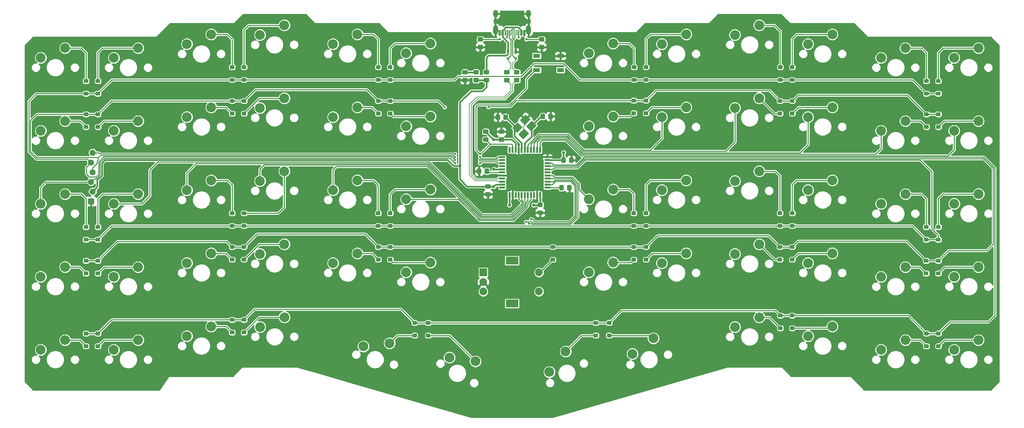
<source format=gbl>
G04 #@! TF.GenerationSoftware,KiCad,Pcbnew,(5.1.4-0)*
G04 #@! TF.CreationDate,2021-10-12T16:31:04-05:00*
G04 #@! TF.ProjectId,niko,6e696b6f-2e6b-4696-9361-645f70636258,rev?*
G04 #@! TF.SameCoordinates,Original*
G04 #@! TF.FileFunction,Copper,L2,Bot*
G04 #@! TF.FilePolarity,Positive*
%FSLAX46Y46*%
G04 Gerber Fmt 4.6, Leading zero omitted, Abs format (unit mm)*
G04 Created by KiCad (PCBNEW (5.1.4-0)) date 2021-10-12 16:31:04*
%MOMM*%
%LPD*%
G04 APERTURE LIST*
%ADD10C,2.540000*%
%ADD11C,0.100000*%
%ADD12C,1.000000*%
%ADD13C,0.600000*%
%ADD14O,1.300000X2.400000*%
%ADD15C,0.300000*%
%ADD16O,1.300000X1.900000*%
%ADD17R,0.700000X0.600000*%
%ADD18R,0.700000X1.000000*%
%ADD19C,1.150000*%
%ADD20C,1.800000*%
%ADD21R,2.000000X2.000000*%
%ADD22C,2.000000*%
%ADD23R,3.200000X2.000000*%
%ADD24C,1.600200*%
%ADD25R,0.500000X1.500000*%
%ADD26R,1.500000X0.500000*%
%ADD27R,1.800000X1.100000*%
%ADD28C,0.800000*%
%ADD29C,0.250000*%
%ADD30C,0.200000*%
%ADD31C,0.400000*%
%ADD32C,0.254000*%
G04 APERTURE END LIST*
D10*
X141446250Y-49847500D03*
X147796250Y-47307500D03*
X217646250Y-67707170D03*
X223996250Y-65167170D03*
D11*
G36*
X256274504Y-82951204D02*
G01*
X256298773Y-82954804D01*
X256322571Y-82960765D01*
X256345671Y-82969030D01*
X256367849Y-82979520D01*
X256388893Y-82992133D01*
X256408598Y-83006747D01*
X256426777Y-83023223D01*
X256443253Y-83041402D01*
X256457867Y-83061107D01*
X256470480Y-83082151D01*
X256480970Y-83104329D01*
X256489235Y-83127429D01*
X256495196Y-83151227D01*
X256498796Y-83175496D01*
X256500000Y-83200000D01*
X256500000Y-83700000D01*
X256498796Y-83724504D01*
X256495196Y-83748773D01*
X256489235Y-83772571D01*
X256480970Y-83795671D01*
X256470480Y-83817849D01*
X256457867Y-83838893D01*
X256443253Y-83858598D01*
X256426777Y-83876777D01*
X256408598Y-83893253D01*
X256388893Y-83907867D01*
X256367849Y-83920480D01*
X256345671Y-83930970D01*
X256322571Y-83939235D01*
X256298773Y-83945196D01*
X256274504Y-83948796D01*
X256250000Y-83950000D01*
X255550000Y-83950000D01*
X255525496Y-83948796D01*
X255501227Y-83945196D01*
X255477429Y-83939235D01*
X255454329Y-83930970D01*
X255432151Y-83920480D01*
X255411107Y-83907867D01*
X255391402Y-83893253D01*
X255373223Y-83876777D01*
X255356747Y-83858598D01*
X255342133Y-83838893D01*
X255329520Y-83817849D01*
X255319030Y-83795671D01*
X255310765Y-83772571D01*
X255304804Y-83748773D01*
X255301204Y-83724504D01*
X255300000Y-83700000D01*
X255300000Y-83200000D01*
X255301204Y-83175496D01*
X255304804Y-83151227D01*
X255310765Y-83127429D01*
X255319030Y-83104329D01*
X255329520Y-83082151D01*
X255342133Y-83061107D01*
X255356747Y-83041402D01*
X255373223Y-83023223D01*
X255391402Y-83006747D01*
X255411107Y-82992133D01*
X255432151Y-82979520D01*
X255454329Y-82969030D01*
X255477429Y-82960765D01*
X255501227Y-82954804D01*
X255525496Y-82951204D01*
X255550000Y-82950000D01*
X256250000Y-82950000D01*
X256274504Y-82951204D01*
X256274504Y-82951204D01*
G37*
D12*
X255900000Y-83450000D03*
D11*
G36*
X256274504Y-79651204D02*
G01*
X256298773Y-79654804D01*
X256322571Y-79660765D01*
X256345671Y-79669030D01*
X256367849Y-79679520D01*
X256388893Y-79692133D01*
X256408598Y-79706747D01*
X256426777Y-79723223D01*
X256443253Y-79741402D01*
X256457867Y-79761107D01*
X256470480Y-79782151D01*
X256480970Y-79804329D01*
X256489235Y-79827429D01*
X256495196Y-79851227D01*
X256498796Y-79875496D01*
X256500000Y-79900000D01*
X256500000Y-80400000D01*
X256498796Y-80424504D01*
X256495196Y-80448773D01*
X256489235Y-80472571D01*
X256480970Y-80495671D01*
X256470480Y-80517849D01*
X256457867Y-80538893D01*
X256443253Y-80558598D01*
X256426777Y-80576777D01*
X256408598Y-80593253D01*
X256388893Y-80607867D01*
X256367849Y-80620480D01*
X256345671Y-80630970D01*
X256322571Y-80639235D01*
X256298773Y-80645196D01*
X256274504Y-80648796D01*
X256250000Y-80650000D01*
X255550000Y-80650000D01*
X255525496Y-80648796D01*
X255501227Y-80645196D01*
X255477429Y-80639235D01*
X255454329Y-80630970D01*
X255432151Y-80620480D01*
X255411107Y-80607867D01*
X255391402Y-80593253D01*
X255373223Y-80576777D01*
X255356747Y-80558598D01*
X255342133Y-80538893D01*
X255329520Y-80517849D01*
X255319030Y-80495671D01*
X255310765Y-80472571D01*
X255304804Y-80448773D01*
X255301204Y-80424504D01*
X255300000Y-80400000D01*
X255300000Y-79900000D01*
X255301204Y-79875496D01*
X255304804Y-79851227D01*
X255310765Y-79827429D01*
X255319030Y-79804329D01*
X255329520Y-79782151D01*
X255342133Y-79761107D01*
X255356747Y-79741402D01*
X255373223Y-79723223D01*
X255391402Y-79706747D01*
X255411107Y-79692133D01*
X255432151Y-79679520D01*
X255454329Y-79669030D01*
X255477429Y-79660765D01*
X255501227Y-79654804D01*
X255525496Y-79651204D01*
X255550000Y-79650000D01*
X256250000Y-79650000D01*
X256274504Y-79651204D01*
X256274504Y-79651204D01*
G37*
D12*
X255900000Y-80150000D03*
D10*
X360521250Y-106997500D03*
X366871250Y-104457500D03*
X360522780Y-30797640D03*
X366872780Y-28257640D03*
X341472700Y-30797640D03*
X347822700Y-28257640D03*
X322422620Y-27225750D03*
X328772620Y-24685750D03*
X303372540Y-24844490D03*
X309722540Y-22304490D03*
X284322460Y-27225750D03*
X290672460Y-24685750D03*
X265272380Y-29607010D03*
X271622380Y-27067010D03*
X217647180Y-29607010D03*
X223997180Y-27067010D03*
X198597100Y-27225750D03*
X204947100Y-24685750D03*
X179547020Y-24844490D03*
X185897020Y-22304490D03*
X160496940Y-27225750D03*
X166846940Y-24685750D03*
X141446860Y-30797640D03*
X147796860Y-28257640D03*
X122396780Y-30797640D03*
X128746780Y-28257640D03*
D11*
G36*
X247884483Y-23553952D02*
G01*
X247899044Y-23556112D01*
X247913323Y-23559689D01*
X247927183Y-23564648D01*
X247940490Y-23570942D01*
X247953116Y-23578510D01*
X247964939Y-23587278D01*
X247975846Y-23597164D01*
X247985732Y-23608071D01*
X247994500Y-23619894D01*
X248002068Y-23632520D01*
X248008362Y-23645827D01*
X248013321Y-23659687D01*
X248016898Y-23673966D01*
X248019058Y-23688527D01*
X248019780Y-23703230D01*
X248019780Y-24853230D01*
X248019058Y-24867933D01*
X248016898Y-24882494D01*
X248013321Y-24896773D01*
X248008362Y-24910633D01*
X248002068Y-24923940D01*
X247994500Y-24936566D01*
X247985732Y-24948389D01*
X247975846Y-24959296D01*
X247964939Y-24969182D01*
X247953116Y-24977950D01*
X247940490Y-24985518D01*
X247927183Y-24991812D01*
X247913323Y-24996771D01*
X247899044Y-25000348D01*
X247884483Y-25002508D01*
X247869780Y-25003230D01*
X247569780Y-25003230D01*
X247555077Y-25002508D01*
X247540516Y-25000348D01*
X247526237Y-24996771D01*
X247512377Y-24991812D01*
X247499070Y-24985518D01*
X247486444Y-24977950D01*
X247474621Y-24969182D01*
X247463714Y-24959296D01*
X247453828Y-24948389D01*
X247445060Y-24936566D01*
X247437492Y-24923940D01*
X247431198Y-24910633D01*
X247426239Y-24896773D01*
X247422662Y-24882494D01*
X247420502Y-24867933D01*
X247419780Y-24853230D01*
X247419780Y-23703230D01*
X247420502Y-23688527D01*
X247422662Y-23673966D01*
X247426239Y-23659687D01*
X247431198Y-23645827D01*
X247437492Y-23632520D01*
X247445060Y-23619894D01*
X247453828Y-23608071D01*
X247463714Y-23597164D01*
X247474621Y-23587278D01*
X247486444Y-23578510D01*
X247499070Y-23570942D01*
X247512377Y-23564648D01*
X247526237Y-23559689D01*
X247540516Y-23556112D01*
X247555077Y-23553952D01*
X247569780Y-23553230D01*
X247869780Y-23553230D01*
X247884483Y-23553952D01*
X247884483Y-23553952D01*
G37*
D13*
X247719780Y-24278230D03*
D11*
G36*
X248684483Y-23553952D02*
G01*
X248699044Y-23556112D01*
X248713323Y-23559689D01*
X248727183Y-23564648D01*
X248740490Y-23570942D01*
X248753116Y-23578510D01*
X248764939Y-23587278D01*
X248775846Y-23597164D01*
X248785732Y-23608071D01*
X248794500Y-23619894D01*
X248802068Y-23632520D01*
X248808362Y-23645827D01*
X248813321Y-23659687D01*
X248816898Y-23673966D01*
X248819058Y-23688527D01*
X248819780Y-23703230D01*
X248819780Y-24853230D01*
X248819058Y-24867933D01*
X248816898Y-24882494D01*
X248813321Y-24896773D01*
X248808362Y-24910633D01*
X248802068Y-24923940D01*
X248794500Y-24936566D01*
X248785732Y-24948389D01*
X248775846Y-24959296D01*
X248764939Y-24969182D01*
X248753116Y-24977950D01*
X248740490Y-24985518D01*
X248727183Y-24991812D01*
X248713323Y-24996771D01*
X248699044Y-25000348D01*
X248684483Y-25002508D01*
X248669780Y-25003230D01*
X248369780Y-25003230D01*
X248355077Y-25002508D01*
X248340516Y-25000348D01*
X248326237Y-24996771D01*
X248312377Y-24991812D01*
X248299070Y-24985518D01*
X248286444Y-24977950D01*
X248274621Y-24969182D01*
X248263714Y-24959296D01*
X248253828Y-24948389D01*
X248245060Y-24936566D01*
X248237492Y-24923940D01*
X248231198Y-24910633D01*
X248226239Y-24896773D01*
X248222662Y-24882494D01*
X248220502Y-24867933D01*
X248219780Y-24853230D01*
X248219780Y-23703230D01*
X248220502Y-23688527D01*
X248222662Y-23673966D01*
X248226239Y-23659687D01*
X248231198Y-23645827D01*
X248237492Y-23632520D01*
X248245060Y-23619894D01*
X248253828Y-23608071D01*
X248263714Y-23597164D01*
X248274621Y-23587278D01*
X248286444Y-23578510D01*
X248299070Y-23570942D01*
X248312377Y-23564648D01*
X248326237Y-23559689D01*
X248340516Y-23556112D01*
X248355077Y-23553952D01*
X248369780Y-23553230D01*
X248669780Y-23553230D01*
X248684483Y-23553952D01*
X248684483Y-23553952D01*
G37*
D13*
X248519780Y-24278230D03*
D11*
G36*
X242984483Y-23553952D02*
G01*
X242999044Y-23556112D01*
X243013323Y-23559689D01*
X243027183Y-23564648D01*
X243040490Y-23570942D01*
X243053116Y-23578510D01*
X243064939Y-23587278D01*
X243075846Y-23597164D01*
X243085732Y-23608071D01*
X243094500Y-23619894D01*
X243102068Y-23632520D01*
X243108362Y-23645827D01*
X243113321Y-23659687D01*
X243116898Y-23673966D01*
X243119058Y-23688527D01*
X243119780Y-23703230D01*
X243119780Y-24853230D01*
X243119058Y-24867933D01*
X243116898Y-24882494D01*
X243113321Y-24896773D01*
X243108362Y-24910633D01*
X243102068Y-24923940D01*
X243094500Y-24936566D01*
X243085732Y-24948389D01*
X243075846Y-24959296D01*
X243064939Y-24969182D01*
X243053116Y-24977950D01*
X243040490Y-24985518D01*
X243027183Y-24991812D01*
X243013323Y-24996771D01*
X242999044Y-25000348D01*
X242984483Y-25002508D01*
X242969780Y-25003230D01*
X242669780Y-25003230D01*
X242655077Y-25002508D01*
X242640516Y-25000348D01*
X242626237Y-24996771D01*
X242612377Y-24991812D01*
X242599070Y-24985518D01*
X242586444Y-24977950D01*
X242574621Y-24969182D01*
X242563714Y-24959296D01*
X242553828Y-24948389D01*
X242545060Y-24936566D01*
X242537492Y-24923940D01*
X242531198Y-24910633D01*
X242526239Y-24896773D01*
X242522662Y-24882494D01*
X242520502Y-24867933D01*
X242519780Y-24853230D01*
X242519780Y-23703230D01*
X242520502Y-23688527D01*
X242522662Y-23673966D01*
X242526239Y-23659687D01*
X242531198Y-23645827D01*
X242537492Y-23632520D01*
X242545060Y-23619894D01*
X242553828Y-23608071D01*
X242563714Y-23597164D01*
X242574621Y-23587278D01*
X242586444Y-23578510D01*
X242599070Y-23570942D01*
X242612377Y-23564648D01*
X242626237Y-23559689D01*
X242640516Y-23556112D01*
X242655077Y-23553952D01*
X242669780Y-23553230D01*
X242969780Y-23553230D01*
X242984483Y-23553952D01*
X242984483Y-23553952D01*
G37*
D13*
X242819780Y-24278230D03*
D14*
X240969780Y-23503230D03*
D11*
G36*
X245602131Y-23553591D02*
G01*
X245609412Y-23554671D01*
X245616551Y-23556459D01*
X245623481Y-23558939D01*
X245630135Y-23562086D01*
X245636448Y-23565870D01*
X245642359Y-23570254D01*
X245647813Y-23575197D01*
X245652756Y-23580651D01*
X245657140Y-23586562D01*
X245660924Y-23592875D01*
X245664071Y-23599529D01*
X245666551Y-23606459D01*
X245668339Y-23613598D01*
X245669419Y-23620879D01*
X245669780Y-23628230D01*
X245669780Y-24928230D01*
X245669419Y-24935581D01*
X245668339Y-24942862D01*
X245666551Y-24950001D01*
X245664071Y-24956931D01*
X245660924Y-24963585D01*
X245657140Y-24969898D01*
X245652756Y-24975809D01*
X245647813Y-24981263D01*
X245642359Y-24986206D01*
X245636448Y-24990590D01*
X245630135Y-24994374D01*
X245623481Y-24997521D01*
X245616551Y-25000001D01*
X245609412Y-25001789D01*
X245602131Y-25002869D01*
X245594780Y-25003230D01*
X245444780Y-25003230D01*
X245437429Y-25002869D01*
X245430148Y-25001789D01*
X245423009Y-25000001D01*
X245416079Y-24997521D01*
X245409425Y-24994374D01*
X245403112Y-24990590D01*
X245397201Y-24986206D01*
X245391747Y-24981263D01*
X245386804Y-24975809D01*
X245382420Y-24969898D01*
X245378636Y-24963585D01*
X245375489Y-24956931D01*
X245373009Y-24950001D01*
X245371221Y-24942862D01*
X245370141Y-24935581D01*
X245369780Y-24928230D01*
X245369780Y-23628230D01*
X245370141Y-23620879D01*
X245371221Y-23613598D01*
X245373009Y-23606459D01*
X245375489Y-23599529D01*
X245378636Y-23592875D01*
X245382420Y-23586562D01*
X245386804Y-23580651D01*
X245391747Y-23575197D01*
X245397201Y-23570254D01*
X245403112Y-23565870D01*
X245409425Y-23562086D01*
X245416079Y-23558939D01*
X245423009Y-23556459D01*
X245430148Y-23554671D01*
X245437429Y-23553591D01*
X245444780Y-23553230D01*
X245594780Y-23553230D01*
X245602131Y-23553591D01*
X245602131Y-23553591D01*
G37*
D15*
X245519780Y-24278230D03*
D11*
G36*
X246102131Y-23553591D02*
G01*
X246109412Y-23554671D01*
X246116551Y-23556459D01*
X246123481Y-23558939D01*
X246130135Y-23562086D01*
X246136448Y-23565870D01*
X246142359Y-23570254D01*
X246147813Y-23575197D01*
X246152756Y-23580651D01*
X246157140Y-23586562D01*
X246160924Y-23592875D01*
X246164071Y-23599529D01*
X246166551Y-23606459D01*
X246168339Y-23613598D01*
X246169419Y-23620879D01*
X246169780Y-23628230D01*
X246169780Y-24928230D01*
X246169419Y-24935581D01*
X246168339Y-24942862D01*
X246166551Y-24950001D01*
X246164071Y-24956931D01*
X246160924Y-24963585D01*
X246157140Y-24969898D01*
X246152756Y-24975809D01*
X246147813Y-24981263D01*
X246142359Y-24986206D01*
X246136448Y-24990590D01*
X246130135Y-24994374D01*
X246123481Y-24997521D01*
X246116551Y-25000001D01*
X246109412Y-25001789D01*
X246102131Y-25002869D01*
X246094780Y-25003230D01*
X245944780Y-25003230D01*
X245937429Y-25002869D01*
X245930148Y-25001789D01*
X245923009Y-25000001D01*
X245916079Y-24997521D01*
X245909425Y-24994374D01*
X245903112Y-24990590D01*
X245897201Y-24986206D01*
X245891747Y-24981263D01*
X245886804Y-24975809D01*
X245882420Y-24969898D01*
X245878636Y-24963585D01*
X245875489Y-24956931D01*
X245873009Y-24950001D01*
X245871221Y-24942862D01*
X245870141Y-24935581D01*
X245869780Y-24928230D01*
X245869780Y-23628230D01*
X245870141Y-23620879D01*
X245871221Y-23613598D01*
X245873009Y-23606459D01*
X245875489Y-23599529D01*
X245878636Y-23592875D01*
X245882420Y-23586562D01*
X245886804Y-23580651D01*
X245891747Y-23575197D01*
X245897201Y-23570254D01*
X245903112Y-23565870D01*
X245909425Y-23562086D01*
X245916079Y-23558939D01*
X245923009Y-23556459D01*
X245930148Y-23554671D01*
X245937429Y-23553591D01*
X245944780Y-23553230D01*
X246094780Y-23553230D01*
X246102131Y-23553591D01*
X246102131Y-23553591D01*
G37*
D15*
X246019780Y-24278230D03*
D11*
G36*
X246602131Y-23553591D02*
G01*
X246609412Y-23554671D01*
X246616551Y-23556459D01*
X246623481Y-23558939D01*
X246630135Y-23562086D01*
X246636448Y-23565870D01*
X246642359Y-23570254D01*
X246647813Y-23575197D01*
X246652756Y-23580651D01*
X246657140Y-23586562D01*
X246660924Y-23592875D01*
X246664071Y-23599529D01*
X246666551Y-23606459D01*
X246668339Y-23613598D01*
X246669419Y-23620879D01*
X246669780Y-23628230D01*
X246669780Y-24928230D01*
X246669419Y-24935581D01*
X246668339Y-24942862D01*
X246666551Y-24950001D01*
X246664071Y-24956931D01*
X246660924Y-24963585D01*
X246657140Y-24969898D01*
X246652756Y-24975809D01*
X246647813Y-24981263D01*
X246642359Y-24986206D01*
X246636448Y-24990590D01*
X246630135Y-24994374D01*
X246623481Y-24997521D01*
X246616551Y-25000001D01*
X246609412Y-25001789D01*
X246602131Y-25002869D01*
X246594780Y-25003230D01*
X246444780Y-25003230D01*
X246437429Y-25002869D01*
X246430148Y-25001789D01*
X246423009Y-25000001D01*
X246416079Y-24997521D01*
X246409425Y-24994374D01*
X246403112Y-24990590D01*
X246397201Y-24986206D01*
X246391747Y-24981263D01*
X246386804Y-24975809D01*
X246382420Y-24969898D01*
X246378636Y-24963585D01*
X246375489Y-24956931D01*
X246373009Y-24950001D01*
X246371221Y-24942862D01*
X246370141Y-24935581D01*
X246369780Y-24928230D01*
X246369780Y-23628230D01*
X246370141Y-23620879D01*
X246371221Y-23613598D01*
X246373009Y-23606459D01*
X246375489Y-23599529D01*
X246378636Y-23592875D01*
X246382420Y-23586562D01*
X246386804Y-23580651D01*
X246391747Y-23575197D01*
X246397201Y-23570254D01*
X246403112Y-23565870D01*
X246409425Y-23562086D01*
X246416079Y-23558939D01*
X246423009Y-23556459D01*
X246430148Y-23554671D01*
X246437429Y-23553591D01*
X246444780Y-23553230D01*
X246594780Y-23553230D01*
X246602131Y-23553591D01*
X246602131Y-23553591D01*
G37*
D15*
X246519780Y-24278230D03*
D11*
G36*
X247102131Y-23553591D02*
G01*
X247109412Y-23554671D01*
X247116551Y-23556459D01*
X247123481Y-23558939D01*
X247130135Y-23562086D01*
X247136448Y-23565870D01*
X247142359Y-23570254D01*
X247147813Y-23575197D01*
X247152756Y-23580651D01*
X247157140Y-23586562D01*
X247160924Y-23592875D01*
X247164071Y-23599529D01*
X247166551Y-23606459D01*
X247168339Y-23613598D01*
X247169419Y-23620879D01*
X247169780Y-23628230D01*
X247169780Y-24928230D01*
X247169419Y-24935581D01*
X247168339Y-24942862D01*
X247166551Y-24950001D01*
X247164071Y-24956931D01*
X247160924Y-24963585D01*
X247157140Y-24969898D01*
X247152756Y-24975809D01*
X247147813Y-24981263D01*
X247142359Y-24986206D01*
X247136448Y-24990590D01*
X247130135Y-24994374D01*
X247123481Y-24997521D01*
X247116551Y-25000001D01*
X247109412Y-25001789D01*
X247102131Y-25002869D01*
X247094780Y-25003230D01*
X246944780Y-25003230D01*
X246937429Y-25002869D01*
X246930148Y-25001789D01*
X246923009Y-25000001D01*
X246916079Y-24997521D01*
X246909425Y-24994374D01*
X246903112Y-24990590D01*
X246897201Y-24986206D01*
X246891747Y-24981263D01*
X246886804Y-24975809D01*
X246882420Y-24969898D01*
X246878636Y-24963585D01*
X246875489Y-24956931D01*
X246873009Y-24950001D01*
X246871221Y-24942862D01*
X246870141Y-24935581D01*
X246869780Y-24928230D01*
X246869780Y-23628230D01*
X246870141Y-23620879D01*
X246871221Y-23613598D01*
X246873009Y-23606459D01*
X246875489Y-23599529D01*
X246878636Y-23592875D01*
X246882420Y-23586562D01*
X246886804Y-23580651D01*
X246891747Y-23575197D01*
X246897201Y-23570254D01*
X246903112Y-23565870D01*
X246909425Y-23562086D01*
X246916079Y-23558939D01*
X246923009Y-23556459D01*
X246930148Y-23554671D01*
X246937429Y-23553591D01*
X246944780Y-23553230D01*
X247094780Y-23553230D01*
X247102131Y-23553591D01*
X247102131Y-23553591D01*
G37*
D15*
X247019780Y-24278230D03*
D11*
G36*
X245098131Y-23553591D02*
G01*
X245105412Y-23554671D01*
X245112551Y-23556459D01*
X245119481Y-23558939D01*
X245126135Y-23562086D01*
X245132448Y-23565870D01*
X245138359Y-23570254D01*
X245143813Y-23575197D01*
X245148756Y-23580651D01*
X245153140Y-23586562D01*
X245156924Y-23592875D01*
X245160071Y-23599529D01*
X245162551Y-23606459D01*
X245164339Y-23613598D01*
X245165419Y-23620879D01*
X245165780Y-23628230D01*
X245165780Y-24928230D01*
X245165419Y-24935581D01*
X245164339Y-24942862D01*
X245162551Y-24950001D01*
X245160071Y-24956931D01*
X245156924Y-24963585D01*
X245153140Y-24969898D01*
X245148756Y-24975809D01*
X245143813Y-24981263D01*
X245138359Y-24986206D01*
X245132448Y-24990590D01*
X245126135Y-24994374D01*
X245119481Y-24997521D01*
X245112551Y-25000001D01*
X245105412Y-25001789D01*
X245098131Y-25002869D01*
X245090780Y-25003230D01*
X244940780Y-25003230D01*
X244933429Y-25002869D01*
X244926148Y-25001789D01*
X244919009Y-25000001D01*
X244912079Y-24997521D01*
X244905425Y-24994374D01*
X244899112Y-24990590D01*
X244893201Y-24986206D01*
X244887747Y-24981263D01*
X244882804Y-24975809D01*
X244878420Y-24969898D01*
X244874636Y-24963585D01*
X244871489Y-24956931D01*
X244869009Y-24950001D01*
X244867221Y-24942862D01*
X244866141Y-24935581D01*
X244865780Y-24928230D01*
X244865780Y-23628230D01*
X244866141Y-23620879D01*
X244867221Y-23613598D01*
X244869009Y-23606459D01*
X244871489Y-23599529D01*
X244874636Y-23592875D01*
X244878420Y-23586562D01*
X244882804Y-23580651D01*
X244887747Y-23575197D01*
X244893201Y-23570254D01*
X244899112Y-23565870D01*
X244905425Y-23562086D01*
X244912079Y-23558939D01*
X244919009Y-23556459D01*
X244926148Y-23554671D01*
X244933429Y-23553591D01*
X244940780Y-23553230D01*
X245090780Y-23553230D01*
X245098131Y-23553591D01*
X245098131Y-23553591D01*
G37*
D15*
X245015780Y-24278230D03*
D11*
G36*
X244602131Y-23553591D02*
G01*
X244609412Y-23554671D01*
X244616551Y-23556459D01*
X244623481Y-23558939D01*
X244630135Y-23562086D01*
X244636448Y-23565870D01*
X244642359Y-23570254D01*
X244647813Y-23575197D01*
X244652756Y-23580651D01*
X244657140Y-23586562D01*
X244660924Y-23592875D01*
X244664071Y-23599529D01*
X244666551Y-23606459D01*
X244668339Y-23613598D01*
X244669419Y-23620879D01*
X244669780Y-23628230D01*
X244669780Y-24928230D01*
X244669419Y-24935581D01*
X244668339Y-24942862D01*
X244666551Y-24950001D01*
X244664071Y-24956931D01*
X244660924Y-24963585D01*
X244657140Y-24969898D01*
X244652756Y-24975809D01*
X244647813Y-24981263D01*
X244642359Y-24986206D01*
X244636448Y-24990590D01*
X244630135Y-24994374D01*
X244623481Y-24997521D01*
X244616551Y-25000001D01*
X244609412Y-25001789D01*
X244602131Y-25002869D01*
X244594780Y-25003230D01*
X244444780Y-25003230D01*
X244437429Y-25002869D01*
X244430148Y-25001789D01*
X244423009Y-25000001D01*
X244416079Y-24997521D01*
X244409425Y-24994374D01*
X244403112Y-24990590D01*
X244397201Y-24986206D01*
X244391747Y-24981263D01*
X244386804Y-24975809D01*
X244382420Y-24969898D01*
X244378636Y-24963585D01*
X244375489Y-24956931D01*
X244373009Y-24950001D01*
X244371221Y-24942862D01*
X244370141Y-24935581D01*
X244369780Y-24928230D01*
X244369780Y-23628230D01*
X244370141Y-23620879D01*
X244371221Y-23613598D01*
X244373009Y-23606459D01*
X244375489Y-23599529D01*
X244378636Y-23592875D01*
X244382420Y-23586562D01*
X244386804Y-23580651D01*
X244391747Y-23575197D01*
X244397201Y-23570254D01*
X244403112Y-23565870D01*
X244409425Y-23562086D01*
X244416079Y-23558939D01*
X244423009Y-23556459D01*
X244430148Y-23554671D01*
X244437429Y-23553591D01*
X244444780Y-23553230D01*
X244594780Y-23553230D01*
X244602131Y-23553591D01*
X244602131Y-23553591D01*
G37*
D15*
X244519780Y-24278230D03*
D11*
G36*
X244102131Y-23553591D02*
G01*
X244109412Y-23554671D01*
X244116551Y-23556459D01*
X244123481Y-23558939D01*
X244130135Y-23562086D01*
X244136448Y-23565870D01*
X244142359Y-23570254D01*
X244147813Y-23575197D01*
X244152756Y-23580651D01*
X244157140Y-23586562D01*
X244160924Y-23592875D01*
X244164071Y-23599529D01*
X244166551Y-23606459D01*
X244168339Y-23613598D01*
X244169419Y-23620879D01*
X244169780Y-23628230D01*
X244169780Y-24928230D01*
X244169419Y-24935581D01*
X244168339Y-24942862D01*
X244166551Y-24950001D01*
X244164071Y-24956931D01*
X244160924Y-24963585D01*
X244157140Y-24969898D01*
X244152756Y-24975809D01*
X244147813Y-24981263D01*
X244142359Y-24986206D01*
X244136448Y-24990590D01*
X244130135Y-24994374D01*
X244123481Y-24997521D01*
X244116551Y-25000001D01*
X244109412Y-25001789D01*
X244102131Y-25002869D01*
X244094780Y-25003230D01*
X243944780Y-25003230D01*
X243937429Y-25002869D01*
X243930148Y-25001789D01*
X243923009Y-25000001D01*
X243916079Y-24997521D01*
X243909425Y-24994374D01*
X243903112Y-24990590D01*
X243897201Y-24986206D01*
X243891747Y-24981263D01*
X243886804Y-24975809D01*
X243882420Y-24969898D01*
X243878636Y-24963585D01*
X243875489Y-24956931D01*
X243873009Y-24950001D01*
X243871221Y-24942862D01*
X243870141Y-24935581D01*
X243869780Y-24928230D01*
X243869780Y-23628230D01*
X243870141Y-23620879D01*
X243871221Y-23613598D01*
X243873009Y-23606459D01*
X243875489Y-23599529D01*
X243878636Y-23592875D01*
X243882420Y-23586562D01*
X243886804Y-23580651D01*
X243891747Y-23575197D01*
X243897201Y-23570254D01*
X243903112Y-23565870D01*
X243909425Y-23562086D01*
X243916079Y-23558939D01*
X243923009Y-23556459D01*
X243930148Y-23554671D01*
X243937429Y-23553591D01*
X243944780Y-23553230D01*
X244094780Y-23553230D01*
X244102131Y-23553591D01*
X244102131Y-23553591D01*
G37*
D15*
X244019780Y-24278230D03*
D11*
G36*
X243602131Y-23553591D02*
G01*
X243609412Y-23554671D01*
X243616551Y-23556459D01*
X243623481Y-23558939D01*
X243630135Y-23562086D01*
X243636448Y-23565870D01*
X243642359Y-23570254D01*
X243647813Y-23575197D01*
X243652756Y-23580651D01*
X243657140Y-23586562D01*
X243660924Y-23592875D01*
X243664071Y-23599529D01*
X243666551Y-23606459D01*
X243668339Y-23613598D01*
X243669419Y-23620879D01*
X243669780Y-23628230D01*
X243669780Y-24928230D01*
X243669419Y-24935581D01*
X243668339Y-24942862D01*
X243666551Y-24950001D01*
X243664071Y-24956931D01*
X243660924Y-24963585D01*
X243657140Y-24969898D01*
X243652756Y-24975809D01*
X243647813Y-24981263D01*
X243642359Y-24986206D01*
X243636448Y-24990590D01*
X243630135Y-24994374D01*
X243623481Y-24997521D01*
X243616551Y-25000001D01*
X243609412Y-25001789D01*
X243602131Y-25002869D01*
X243594780Y-25003230D01*
X243444780Y-25003230D01*
X243437429Y-25002869D01*
X243430148Y-25001789D01*
X243423009Y-25000001D01*
X243416079Y-24997521D01*
X243409425Y-24994374D01*
X243403112Y-24990590D01*
X243397201Y-24986206D01*
X243391747Y-24981263D01*
X243386804Y-24975809D01*
X243382420Y-24969898D01*
X243378636Y-24963585D01*
X243375489Y-24956931D01*
X243373009Y-24950001D01*
X243371221Y-24942862D01*
X243370141Y-24935581D01*
X243369780Y-24928230D01*
X243369780Y-23628230D01*
X243370141Y-23620879D01*
X243371221Y-23613598D01*
X243373009Y-23606459D01*
X243375489Y-23599529D01*
X243378636Y-23592875D01*
X243382420Y-23586562D01*
X243386804Y-23580651D01*
X243391747Y-23575197D01*
X243397201Y-23570254D01*
X243403112Y-23565870D01*
X243409425Y-23562086D01*
X243416079Y-23558939D01*
X243423009Y-23556459D01*
X243430148Y-23554671D01*
X243437429Y-23553591D01*
X243444780Y-23553230D01*
X243594780Y-23553230D01*
X243602131Y-23553591D01*
X243602131Y-23553591D01*
G37*
D15*
X243519780Y-24278230D03*
D11*
G36*
X242184483Y-23553952D02*
G01*
X242199044Y-23556112D01*
X242213323Y-23559689D01*
X242227183Y-23564648D01*
X242240490Y-23570942D01*
X242253116Y-23578510D01*
X242264939Y-23587278D01*
X242275846Y-23597164D01*
X242285732Y-23608071D01*
X242294500Y-23619894D01*
X242302068Y-23632520D01*
X242308362Y-23645827D01*
X242313321Y-23659687D01*
X242316898Y-23673966D01*
X242319058Y-23688527D01*
X242319780Y-23703230D01*
X242319780Y-24853230D01*
X242319058Y-24867933D01*
X242316898Y-24882494D01*
X242313321Y-24896773D01*
X242308362Y-24910633D01*
X242302068Y-24923940D01*
X242294500Y-24936566D01*
X242285732Y-24948389D01*
X242275846Y-24959296D01*
X242264939Y-24969182D01*
X242253116Y-24977950D01*
X242240490Y-24985518D01*
X242227183Y-24991812D01*
X242213323Y-24996771D01*
X242199044Y-25000348D01*
X242184483Y-25002508D01*
X242169780Y-25003230D01*
X241869780Y-25003230D01*
X241855077Y-25002508D01*
X241840516Y-25000348D01*
X241826237Y-24996771D01*
X241812377Y-24991812D01*
X241799070Y-24985518D01*
X241786444Y-24977950D01*
X241774621Y-24969182D01*
X241763714Y-24959296D01*
X241753828Y-24948389D01*
X241745060Y-24936566D01*
X241737492Y-24923940D01*
X241731198Y-24910633D01*
X241726239Y-24896773D01*
X241722662Y-24882494D01*
X241720502Y-24867933D01*
X241719780Y-24853230D01*
X241719780Y-23703230D01*
X241720502Y-23688527D01*
X241722662Y-23673966D01*
X241726239Y-23659687D01*
X241731198Y-23645827D01*
X241737492Y-23632520D01*
X241745060Y-23619894D01*
X241753828Y-23608071D01*
X241763714Y-23597164D01*
X241774621Y-23587278D01*
X241786444Y-23578510D01*
X241799070Y-23570942D01*
X241812377Y-23564648D01*
X241826237Y-23559689D01*
X241840516Y-23556112D01*
X241855077Y-23553952D01*
X241869780Y-23553230D01*
X242169780Y-23553230D01*
X242184483Y-23553952D01*
X242184483Y-23553952D01*
G37*
D13*
X242019780Y-24278230D03*
D16*
X240969780Y-19303230D03*
X249569780Y-19303230D03*
D14*
X249569780Y-23503230D03*
D11*
G36*
X356774504Y-36351204D02*
G01*
X356798773Y-36354804D01*
X356822571Y-36360765D01*
X356845671Y-36369030D01*
X356867849Y-36379520D01*
X356888893Y-36392133D01*
X356908598Y-36406747D01*
X356926777Y-36423223D01*
X356943253Y-36441402D01*
X356957867Y-36461107D01*
X356970480Y-36482151D01*
X356980970Y-36504329D01*
X356989235Y-36527429D01*
X356995196Y-36551227D01*
X356998796Y-36575496D01*
X357000000Y-36600000D01*
X357000000Y-37100000D01*
X356998796Y-37124504D01*
X356995196Y-37148773D01*
X356989235Y-37172571D01*
X356980970Y-37195671D01*
X356970480Y-37217849D01*
X356957867Y-37238893D01*
X356943253Y-37258598D01*
X356926777Y-37276777D01*
X356908598Y-37293253D01*
X356888893Y-37307867D01*
X356867849Y-37320480D01*
X356845671Y-37330970D01*
X356822571Y-37339235D01*
X356798773Y-37345196D01*
X356774504Y-37348796D01*
X356750000Y-37350000D01*
X356050000Y-37350000D01*
X356025496Y-37348796D01*
X356001227Y-37345196D01*
X355977429Y-37339235D01*
X355954329Y-37330970D01*
X355932151Y-37320480D01*
X355911107Y-37307867D01*
X355891402Y-37293253D01*
X355873223Y-37276777D01*
X355856747Y-37258598D01*
X355842133Y-37238893D01*
X355829520Y-37217849D01*
X355819030Y-37195671D01*
X355810765Y-37172571D01*
X355804804Y-37148773D01*
X355801204Y-37124504D01*
X355800000Y-37100000D01*
X355800000Y-36600000D01*
X355801204Y-36575496D01*
X355804804Y-36551227D01*
X355810765Y-36527429D01*
X355819030Y-36504329D01*
X355829520Y-36482151D01*
X355842133Y-36461107D01*
X355856747Y-36441402D01*
X355873223Y-36423223D01*
X355891402Y-36406747D01*
X355911107Y-36392133D01*
X355932151Y-36379520D01*
X355954329Y-36369030D01*
X355977429Y-36360765D01*
X356001227Y-36354804D01*
X356025496Y-36351204D01*
X356050000Y-36350000D01*
X356750000Y-36350000D01*
X356774504Y-36351204D01*
X356774504Y-36351204D01*
G37*
D12*
X356400000Y-36850000D03*
D11*
G36*
X356774504Y-39651204D02*
G01*
X356798773Y-39654804D01*
X356822571Y-39660765D01*
X356845671Y-39669030D01*
X356867849Y-39679520D01*
X356888893Y-39692133D01*
X356908598Y-39706747D01*
X356926777Y-39723223D01*
X356943253Y-39741402D01*
X356957867Y-39761107D01*
X356970480Y-39782151D01*
X356980970Y-39804329D01*
X356989235Y-39827429D01*
X356995196Y-39851227D01*
X356998796Y-39875496D01*
X357000000Y-39900000D01*
X357000000Y-40400000D01*
X356998796Y-40424504D01*
X356995196Y-40448773D01*
X356989235Y-40472571D01*
X356980970Y-40495671D01*
X356970480Y-40517849D01*
X356957867Y-40538893D01*
X356943253Y-40558598D01*
X356926777Y-40576777D01*
X356908598Y-40593253D01*
X356888893Y-40607867D01*
X356867849Y-40620480D01*
X356845671Y-40630970D01*
X356822571Y-40639235D01*
X356798773Y-40645196D01*
X356774504Y-40648796D01*
X356750000Y-40650000D01*
X356050000Y-40650000D01*
X356025496Y-40648796D01*
X356001227Y-40645196D01*
X355977429Y-40639235D01*
X355954329Y-40630970D01*
X355932151Y-40620480D01*
X355911107Y-40607867D01*
X355891402Y-40593253D01*
X355873223Y-40576777D01*
X355856747Y-40558598D01*
X355842133Y-40538893D01*
X355829520Y-40517849D01*
X355819030Y-40495671D01*
X355810765Y-40472571D01*
X355804804Y-40448773D01*
X355801204Y-40424504D01*
X355800000Y-40400000D01*
X355800000Y-39900000D01*
X355801204Y-39875496D01*
X355804804Y-39851227D01*
X355810765Y-39827429D01*
X355819030Y-39804329D01*
X355829520Y-39782151D01*
X355842133Y-39761107D01*
X355856747Y-39741402D01*
X355873223Y-39723223D01*
X355891402Y-39706747D01*
X355911107Y-39692133D01*
X355932151Y-39679520D01*
X355954329Y-39669030D01*
X355977429Y-39660765D01*
X356001227Y-39654804D01*
X356025496Y-39651204D01*
X356050000Y-39650000D01*
X356750000Y-39650000D01*
X356774504Y-39651204D01*
X356774504Y-39651204D01*
G37*
D12*
X356400000Y-40150000D03*
D11*
G36*
X353674504Y-36351204D02*
G01*
X353698773Y-36354804D01*
X353722571Y-36360765D01*
X353745671Y-36369030D01*
X353767849Y-36379520D01*
X353788893Y-36392133D01*
X353808598Y-36406747D01*
X353826777Y-36423223D01*
X353843253Y-36441402D01*
X353857867Y-36461107D01*
X353870480Y-36482151D01*
X353880970Y-36504329D01*
X353889235Y-36527429D01*
X353895196Y-36551227D01*
X353898796Y-36575496D01*
X353900000Y-36600000D01*
X353900000Y-37100000D01*
X353898796Y-37124504D01*
X353895196Y-37148773D01*
X353889235Y-37172571D01*
X353880970Y-37195671D01*
X353870480Y-37217849D01*
X353857867Y-37238893D01*
X353843253Y-37258598D01*
X353826777Y-37276777D01*
X353808598Y-37293253D01*
X353788893Y-37307867D01*
X353767849Y-37320480D01*
X353745671Y-37330970D01*
X353722571Y-37339235D01*
X353698773Y-37345196D01*
X353674504Y-37348796D01*
X353650000Y-37350000D01*
X352950000Y-37350000D01*
X352925496Y-37348796D01*
X352901227Y-37345196D01*
X352877429Y-37339235D01*
X352854329Y-37330970D01*
X352832151Y-37320480D01*
X352811107Y-37307867D01*
X352791402Y-37293253D01*
X352773223Y-37276777D01*
X352756747Y-37258598D01*
X352742133Y-37238893D01*
X352729520Y-37217849D01*
X352719030Y-37195671D01*
X352710765Y-37172571D01*
X352704804Y-37148773D01*
X352701204Y-37124504D01*
X352700000Y-37100000D01*
X352700000Y-36600000D01*
X352701204Y-36575496D01*
X352704804Y-36551227D01*
X352710765Y-36527429D01*
X352719030Y-36504329D01*
X352729520Y-36482151D01*
X352742133Y-36461107D01*
X352756747Y-36441402D01*
X352773223Y-36423223D01*
X352791402Y-36406747D01*
X352811107Y-36392133D01*
X352832151Y-36379520D01*
X352854329Y-36369030D01*
X352877429Y-36360765D01*
X352901227Y-36354804D01*
X352925496Y-36351204D01*
X352950000Y-36350000D01*
X353650000Y-36350000D01*
X353674504Y-36351204D01*
X353674504Y-36351204D01*
G37*
D12*
X353300000Y-36850000D03*
D11*
G36*
X353674504Y-39651204D02*
G01*
X353698773Y-39654804D01*
X353722571Y-39660765D01*
X353745671Y-39669030D01*
X353767849Y-39679520D01*
X353788893Y-39692133D01*
X353808598Y-39706747D01*
X353826777Y-39723223D01*
X353843253Y-39741402D01*
X353857867Y-39761107D01*
X353870480Y-39782151D01*
X353880970Y-39804329D01*
X353889235Y-39827429D01*
X353895196Y-39851227D01*
X353898796Y-39875496D01*
X353900000Y-39900000D01*
X353900000Y-40400000D01*
X353898796Y-40424504D01*
X353895196Y-40448773D01*
X353889235Y-40472571D01*
X353880970Y-40495671D01*
X353870480Y-40517849D01*
X353857867Y-40538893D01*
X353843253Y-40558598D01*
X353826777Y-40576777D01*
X353808598Y-40593253D01*
X353788893Y-40607867D01*
X353767849Y-40620480D01*
X353745671Y-40630970D01*
X353722571Y-40639235D01*
X353698773Y-40645196D01*
X353674504Y-40648796D01*
X353650000Y-40650000D01*
X352950000Y-40650000D01*
X352925496Y-40648796D01*
X352901227Y-40645196D01*
X352877429Y-40639235D01*
X352854329Y-40630970D01*
X352832151Y-40620480D01*
X352811107Y-40607867D01*
X352791402Y-40593253D01*
X352773223Y-40576777D01*
X352756747Y-40558598D01*
X352742133Y-40538893D01*
X352729520Y-40517849D01*
X352719030Y-40495671D01*
X352710765Y-40472571D01*
X352704804Y-40448773D01*
X352701204Y-40424504D01*
X352700000Y-40400000D01*
X352700000Y-39900000D01*
X352701204Y-39875496D01*
X352704804Y-39851227D01*
X352710765Y-39827429D01*
X352719030Y-39804329D01*
X352729520Y-39782151D01*
X352742133Y-39761107D01*
X352756747Y-39741402D01*
X352773223Y-39723223D01*
X352791402Y-39706747D01*
X352811107Y-39692133D01*
X352832151Y-39679520D01*
X352854329Y-39669030D01*
X352877429Y-39660765D01*
X352901227Y-39654804D01*
X352925496Y-39651204D01*
X352950000Y-39650000D01*
X353650000Y-39650000D01*
X353674504Y-39651204D01*
X353674504Y-39651204D01*
G37*
D12*
X353300000Y-40150000D03*
D11*
G36*
X318674504Y-32751204D02*
G01*
X318698773Y-32754804D01*
X318722571Y-32760765D01*
X318745671Y-32769030D01*
X318767849Y-32779520D01*
X318788893Y-32792133D01*
X318808598Y-32806747D01*
X318826777Y-32823223D01*
X318843253Y-32841402D01*
X318857867Y-32861107D01*
X318870480Y-32882151D01*
X318880970Y-32904329D01*
X318889235Y-32927429D01*
X318895196Y-32951227D01*
X318898796Y-32975496D01*
X318900000Y-33000000D01*
X318900000Y-33500000D01*
X318898796Y-33524504D01*
X318895196Y-33548773D01*
X318889235Y-33572571D01*
X318880970Y-33595671D01*
X318870480Y-33617849D01*
X318857867Y-33638893D01*
X318843253Y-33658598D01*
X318826777Y-33676777D01*
X318808598Y-33693253D01*
X318788893Y-33707867D01*
X318767849Y-33720480D01*
X318745671Y-33730970D01*
X318722571Y-33739235D01*
X318698773Y-33745196D01*
X318674504Y-33748796D01*
X318650000Y-33750000D01*
X317950000Y-33750000D01*
X317925496Y-33748796D01*
X317901227Y-33745196D01*
X317877429Y-33739235D01*
X317854329Y-33730970D01*
X317832151Y-33720480D01*
X317811107Y-33707867D01*
X317791402Y-33693253D01*
X317773223Y-33676777D01*
X317756747Y-33658598D01*
X317742133Y-33638893D01*
X317729520Y-33617849D01*
X317719030Y-33595671D01*
X317710765Y-33572571D01*
X317704804Y-33548773D01*
X317701204Y-33524504D01*
X317700000Y-33500000D01*
X317700000Y-33000000D01*
X317701204Y-32975496D01*
X317704804Y-32951227D01*
X317710765Y-32927429D01*
X317719030Y-32904329D01*
X317729520Y-32882151D01*
X317742133Y-32861107D01*
X317756747Y-32841402D01*
X317773223Y-32823223D01*
X317791402Y-32806747D01*
X317811107Y-32792133D01*
X317832151Y-32779520D01*
X317854329Y-32769030D01*
X317877429Y-32760765D01*
X317901227Y-32754804D01*
X317925496Y-32751204D01*
X317950000Y-32750000D01*
X318650000Y-32750000D01*
X318674504Y-32751204D01*
X318674504Y-32751204D01*
G37*
D12*
X318300000Y-33250000D03*
D11*
G36*
X318674504Y-36051204D02*
G01*
X318698773Y-36054804D01*
X318722571Y-36060765D01*
X318745671Y-36069030D01*
X318767849Y-36079520D01*
X318788893Y-36092133D01*
X318808598Y-36106747D01*
X318826777Y-36123223D01*
X318843253Y-36141402D01*
X318857867Y-36161107D01*
X318870480Y-36182151D01*
X318880970Y-36204329D01*
X318889235Y-36227429D01*
X318895196Y-36251227D01*
X318898796Y-36275496D01*
X318900000Y-36300000D01*
X318900000Y-36800000D01*
X318898796Y-36824504D01*
X318895196Y-36848773D01*
X318889235Y-36872571D01*
X318880970Y-36895671D01*
X318870480Y-36917849D01*
X318857867Y-36938893D01*
X318843253Y-36958598D01*
X318826777Y-36976777D01*
X318808598Y-36993253D01*
X318788893Y-37007867D01*
X318767849Y-37020480D01*
X318745671Y-37030970D01*
X318722571Y-37039235D01*
X318698773Y-37045196D01*
X318674504Y-37048796D01*
X318650000Y-37050000D01*
X317950000Y-37050000D01*
X317925496Y-37048796D01*
X317901227Y-37045196D01*
X317877429Y-37039235D01*
X317854329Y-37030970D01*
X317832151Y-37020480D01*
X317811107Y-37007867D01*
X317791402Y-36993253D01*
X317773223Y-36976777D01*
X317756747Y-36958598D01*
X317742133Y-36938893D01*
X317729520Y-36917849D01*
X317719030Y-36895671D01*
X317710765Y-36872571D01*
X317704804Y-36848773D01*
X317701204Y-36824504D01*
X317700000Y-36800000D01*
X317700000Y-36300000D01*
X317701204Y-36275496D01*
X317704804Y-36251227D01*
X317710765Y-36227429D01*
X317719030Y-36204329D01*
X317729520Y-36182151D01*
X317742133Y-36161107D01*
X317756747Y-36141402D01*
X317773223Y-36123223D01*
X317791402Y-36106747D01*
X317811107Y-36092133D01*
X317832151Y-36079520D01*
X317854329Y-36069030D01*
X317877429Y-36060765D01*
X317901227Y-36054804D01*
X317925496Y-36051204D01*
X317950000Y-36050000D01*
X318650000Y-36050000D01*
X318674504Y-36051204D01*
X318674504Y-36051204D01*
G37*
D12*
X318300000Y-36550000D03*
D11*
G36*
X315574504Y-32751204D02*
G01*
X315598773Y-32754804D01*
X315622571Y-32760765D01*
X315645671Y-32769030D01*
X315667849Y-32779520D01*
X315688893Y-32792133D01*
X315708598Y-32806747D01*
X315726777Y-32823223D01*
X315743253Y-32841402D01*
X315757867Y-32861107D01*
X315770480Y-32882151D01*
X315780970Y-32904329D01*
X315789235Y-32927429D01*
X315795196Y-32951227D01*
X315798796Y-32975496D01*
X315800000Y-33000000D01*
X315800000Y-33500000D01*
X315798796Y-33524504D01*
X315795196Y-33548773D01*
X315789235Y-33572571D01*
X315780970Y-33595671D01*
X315770480Y-33617849D01*
X315757867Y-33638893D01*
X315743253Y-33658598D01*
X315726777Y-33676777D01*
X315708598Y-33693253D01*
X315688893Y-33707867D01*
X315667849Y-33720480D01*
X315645671Y-33730970D01*
X315622571Y-33739235D01*
X315598773Y-33745196D01*
X315574504Y-33748796D01*
X315550000Y-33750000D01*
X314850000Y-33750000D01*
X314825496Y-33748796D01*
X314801227Y-33745196D01*
X314777429Y-33739235D01*
X314754329Y-33730970D01*
X314732151Y-33720480D01*
X314711107Y-33707867D01*
X314691402Y-33693253D01*
X314673223Y-33676777D01*
X314656747Y-33658598D01*
X314642133Y-33638893D01*
X314629520Y-33617849D01*
X314619030Y-33595671D01*
X314610765Y-33572571D01*
X314604804Y-33548773D01*
X314601204Y-33524504D01*
X314600000Y-33500000D01*
X314600000Y-33000000D01*
X314601204Y-32975496D01*
X314604804Y-32951227D01*
X314610765Y-32927429D01*
X314619030Y-32904329D01*
X314629520Y-32882151D01*
X314642133Y-32861107D01*
X314656747Y-32841402D01*
X314673223Y-32823223D01*
X314691402Y-32806747D01*
X314711107Y-32792133D01*
X314732151Y-32779520D01*
X314754329Y-32769030D01*
X314777429Y-32760765D01*
X314801227Y-32754804D01*
X314825496Y-32751204D01*
X314850000Y-32750000D01*
X315550000Y-32750000D01*
X315574504Y-32751204D01*
X315574504Y-32751204D01*
G37*
D12*
X315200000Y-33250000D03*
D11*
G36*
X315574504Y-36051204D02*
G01*
X315598773Y-36054804D01*
X315622571Y-36060765D01*
X315645671Y-36069030D01*
X315667849Y-36079520D01*
X315688893Y-36092133D01*
X315708598Y-36106747D01*
X315726777Y-36123223D01*
X315743253Y-36141402D01*
X315757867Y-36161107D01*
X315770480Y-36182151D01*
X315780970Y-36204329D01*
X315789235Y-36227429D01*
X315795196Y-36251227D01*
X315798796Y-36275496D01*
X315800000Y-36300000D01*
X315800000Y-36800000D01*
X315798796Y-36824504D01*
X315795196Y-36848773D01*
X315789235Y-36872571D01*
X315780970Y-36895671D01*
X315770480Y-36917849D01*
X315757867Y-36938893D01*
X315743253Y-36958598D01*
X315726777Y-36976777D01*
X315708598Y-36993253D01*
X315688893Y-37007867D01*
X315667849Y-37020480D01*
X315645671Y-37030970D01*
X315622571Y-37039235D01*
X315598773Y-37045196D01*
X315574504Y-37048796D01*
X315550000Y-37050000D01*
X314850000Y-37050000D01*
X314825496Y-37048796D01*
X314801227Y-37045196D01*
X314777429Y-37039235D01*
X314754329Y-37030970D01*
X314732151Y-37020480D01*
X314711107Y-37007867D01*
X314691402Y-36993253D01*
X314673223Y-36976777D01*
X314656747Y-36958598D01*
X314642133Y-36938893D01*
X314629520Y-36917849D01*
X314619030Y-36895671D01*
X314610765Y-36872571D01*
X314604804Y-36848773D01*
X314601204Y-36824504D01*
X314600000Y-36800000D01*
X314600000Y-36300000D01*
X314601204Y-36275496D01*
X314604804Y-36251227D01*
X314610765Y-36227429D01*
X314619030Y-36204329D01*
X314629520Y-36182151D01*
X314642133Y-36161107D01*
X314656747Y-36141402D01*
X314673223Y-36123223D01*
X314691402Y-36106747D01*
X314711107Y-36092133D01*
X314732151Y-36079520D01*
X314754329Y-36069030D01*
X314777429Y-36060765D01*
X314801227Y-36054804D01*
X314825496Y-36051204D01*
X314850000Y-36050000D01*
X315550000Y-36050000D01*
X315574504Y-36051204D01*
X315574504Y-36051204D01*
G37*
D12*
X315200000Y-36550000D03*
D11*
G36*
X280574504Y-32751204D02*
G01*
X280598773Y-32754804D01*
X280622571Y-32760765D01*
X280645671Y-32769030D01*
X280667849Y-32779520D01*
X280688893Y-32792133D01*
X280708598Y-32806747D01*
X280726777Y-32823223D01*
X280743253Y-32841402D01*
X280757867Y-32861107D01*
X280770480Y-32882151D01*
X280780970Y-32904329D01*
X280789235Y-32927429D01*
X280795196Y-32951227D01*
X280798796Y-32975496D01*
X280800000Y-33000000D01*
X280800000Y-33500000D01*
X280798796Y-33524504D01*
X280795196Y-33548773D01*
X280789235Y-33572571D01*
X280780970Y-33595671D01*
X280770480Y-33617849D01*
X280757867Y-33638893D01*
X280743253Y-33658598D01*
X280726777Y-33676777D01*
X280708598Y-33693253D01*
X280688893Y-33707867D01*
X280667849Y-33720480D01*
X280645671Y-33730970D01*
X280622571Y-33739235D01*
X280598773Y-33745196D01*
X280574504Y-33748796D01*
X280550000Y-33750000D01*
X279850000Y-33750000D01*
X279825496Y-33748796D01*
X279801227Y-33745196D01*
X279777429Y-33739235D01*
X279754329Y-33730970D01*
X279732151Y-33720480D01*
X279711107Y-33707867D01*
X279691402Y-33693253D01*
X279673223Y-33676777D01*
X279656747Y-33658598D01*
X279642133Y-33638893D01*
X279629520Y-33617849D01*
X279619030Y-33595671D01*
X279610765Y-33572571D01*
X279604804Y-33548773D01*
X279601204Y-33524504D01*
X279600000Y-33500000D01*
X279600000Y-33000000D01*
X279601204Y-32975496D01*
X279604804Y-32951227D01*
X279610765Y-32927429D01*
X279619030Y-32904329D01*
X279629520Y-32882151D01*
X279642133Y-32861107D01*
X279656747Y-32841402D01*
X279673223Y-32823223D01*
X279691402Y-32806747D01*
X279711107Y-32792133D01*
X279732151Y-32779520D01*
X279754329Y-32769030D01*
X279777429Y-32760765D01*
X279801227Y-32754804D01*
X279825496Y-32751204D01*
X279850000Y-32750000D01*
X280550000Y-32750000D01*
X280574504Y-32751204D01*
X280574504Y-32751204D01*
G37*
D12*
X280200000Y-33250000D03*
D11*
G36*
X280574504Y-36051204D02*
G01*
X280598773Y-36054804D01*
X280622571Y-36060765D01*
X280645671Y-36069030D01*
X280667849Y-36079520D01*
X280688893Y-36092133D01*
X280708598Y-36106747D01*
X280726777Y-36123223D01*
X280743253Y-36141402D01*
X280757867Y-36161107D01*
X280770480Y-36182151D01*
X280780970Y-36204329D01*
X280789235Y-36227429D01*
X280795196Y-36251227D01*
X280798796Y-36275496D01*
X280800000Y-36300000D01*
X280800000Y-36800000D01*
X280798796Y-36824504D01*
X280795196Y-36848773D01*
X280789235Y-36872571D01*
X280780970Y-36895671D01*
X280770480Y-36917849D01*
X280757867Y-36938893D01*
X280743253Y-36958598D01*
X280726777Y-36976777D01*
X280708598Y-36993253D01*
X280688893Y-37007867D01*
X280667849Y-37020480D01*
X280645671Y-37030970D01*
X280622571Y-37039235D01*
X280598773Y-37045196D01*
X280574504Y-37048796D01*
X280550000Y-37050000D01*
X279850000Y-37050000D01*
X279825496Y-37048796D01*
X279801227Y-37045196D01*
X279777429Y-37039235D01*
X279754329Y-37030970D01*
X279732151Y-37020480D01*
X279711107Y-37007867D01*
X279691402Y-36993253D01*
X279673223Y-36976777D01*
X279656747Y-36958598D01*
X279642133Y-36938893D01*
X279629520Y-36917849D01*
X279619030Y-36895671D01*
X279610765Y-36872571D01*
X279604804Y-36848773D01*
X279601204Y-36824504D01*
X279600000Y-36800000D01*
X279600000Y-36300000D01*
X279601204Y-36275496D01*
X279604804Y-36251227D01*
X279610765Y-36227429D01*
X279619030Y-36204329D01*
X279629520Y-36182151D01*
X279642133Y-36161107D01*
X279656747Y-36141402D01*
X279673223Y-36123223D01*
X279691402Y-36106747D01*
X279711107Y-36092133D01*
X279732151Y-36079520D01*
X279754329Y-36069030D01*
X279777429Y-36060765D01*
X279801227Y-36054804D01*
X279825496Y-36051204D01*
X279850000Y-36050000D01*
X280550000Y-36050000D01*
X280574504Y-36051204D01*
X280574504Y-36051204D01*
G37*
D12*
X280200000Y-36550000D03*
D11*
G36*
X277474504Y-32751204D02*
G01*
X277498773Y-32754804D01*
X277522571Y-32760765D01*
X277545671Y-32769030D01*
X277567849Y-32779520D01*
X277588893Y-32792133D01*
X277608598Y-32806747D01*
X277626777Y-32823223D01*
X277643253Y-32841402D01*
X277657867Y-32861107D01*
X277670480Y-32882151D01*
X277680970Y-32904329D01*
X277689235Y-32927429D01*
X277695196Y-32951227D01*
X277698796Y-32975496D01*
X277700000Y-33000000D01*
X277700000Y-33500000D01*
X277698796Y-33524504D01*
X277695196Y-33548773D01*
X277689235Y-33572571D01*
X277680970Y-33595671D01*
X277670480Y-33617849D01*
X277657867Y-33638893D01*
X277643253Y-33658598D01*
X277626777Y-33676777D01*
X277608598Y-33693253D01*
X277588893Y-33707867D01*
X277567849Y-33720480D01*
X277545671Y-33730970D01*
X277522571Y-33739235D01*
X277498773Y-33745196D01*
X277474504Y-33748796D01*
X277450000Y-33750000D01*
X276750000Y-33750000D01*
X276725496Y-33748796D01*
X276701227Y-33745196D01*
X276677429Y-33739235D01*
X276654329Y-33730970D01*
X276632151Y-33720480D01*
X276611107Y-33707867D01*
X276591402Y-33693253D01*
X276573223Y-33676777D01*
X276556747Y-33658598D01*
X276542133Y-33638893D01*
X276529520Y-33617849D01*
X276519030Y-33595671D01*
X276510765Y-33572571D01*
X276504804Y-33548773D01*
X276501204Y-33524504D01*
X276500000Y-33500000D01*
X276500000Y-33000000D01*
X276501204Y-32975496D01*
X276504804Y-32951227D01*
X276510765Y-32927429D01*
X276519030Y-32904329D01*
X276529520Y-32882151D01*
X276542133Y-32861107D01*
X276556747Y-32841402D01*
X276573223Y-32823223D01*
X276591402Y-32806747D01*
X276611107Y-32792133D01*
X276632151Y-32779520D01*
X276654329Y-32769030D01*
X276677429Y-32760765D01*
X276701227Y-32754804D01*
X276725496Y-32751204D01*
X276750000Y-32750000D01*
X277450000Y-32750000D01*
X277474504Y-32751204D01*
X277474504Y-32751204D01*
G37*
D12*
X277100000Y-33250000D03*
D11*
G36*
X277474504Y-36051204D02*
G01*
X277498773Y-36054804D01*
X277522571Y-36060765D01*
X277545671Y-36069030D01*
X277567849Y-36079520D01*
X277588893Y-36092133D01*
X277608598Y-36106747D01*
X277626777Y-36123223D01*
X277643253Y-36141402D01*
X277657867Y-36161107D01*
X277670480Y-36182151D01*
X277680970Y-36204329D01*
X277689235Y-36227429D01*
X277695196Y-36251227D01*
X277698796Y-36275496D01*
X277700000Y-36300000D01*
X277700000Y-36800000D01*
X277698796Y-36824504D01*
X277695196Y-36848773D01*
X277689235Y-36872571D01*
X277680970Y-36895671D01*
X277670480Y-36917849D01*
X277657867Y-36938893D01*
X277643253Y-36958598D01*
X277626777Y-36976777D01*
X277608598Y-36993253D01*
X277588893Y-37007867D01*
X277567849Y-37020480D01*
X277545671Y-37030970D01*
X277522571Y-37039235D01*
X277498773Y-37045196D01*
X277474504Y-37048796D01*
X277450000Y-37050000D01*
X276750000Y-37050000D01*
X276725496Y-37048796D01*
X276701227Y-37045196D01*
X276677429Y-37039235D01*
X276654329Y-37030970D01*
X276632151Y-37020480D01*
X276611107Y-37007867D01*
X276591402Y-36993253D01*
X276573223Y-36976777D01*
X276556747Y-36958598D01*
X276542133Y-36938893D01*
X276529520Y-36917849D01*
X276519030Y-36895671D01*
X276510765Y-36872571D01*
X276504804Y-36848773D01*
X276501204Y-36824504D01*
X276500000Y-36800000D01*
X276500000Y-36300000D01*
X276501204Y-36275496D01*
X276504804Y-36251227D01*
X276510765Y-36227429D01*
X276519030Y-36204329D01*
X276529520Y-36182151D01*
X276542133Y-36161107D01*
X276556747Y-36141402D01*
X276573223Y-36123223D01*
X276591402Y-36106747D01*
X276611107Y-36092133D01*
X276632151Y-36079520D01*
X276654329Y-36069030D01*
X276677429Y-36060765D01*
X276701227Y-36054804D01*
X276725496Y-36051204D01*
X276750000Y-36050000D01*
X277450000Y-36050000D01*
X277474504Y-36051204D01*
X277474504Y-36051204D01*
G37*
D12*
X277100000Y-36550000D03*
D11*
G36*
X213874504Y-32751204D02*
G01*
X213898773Y-32754804D01*
X213922571Y-32760765D01*
X213945671Y-32769030D01*
X213967849Y-32779520D01*
X213988893Y-32792133D01*
X214008598Y-32806747D01*
X214026777Y-32823223D01*
X214043253Y-32841402D01*
X214057867Y-32861107D01*
X214070480Y-32882151D01*
X214080970Y-32904329D01*
X214089235Y-32927429D01*
X214095196Y-32951227D01*
X214098796Y-32975496D01*
X214100000Y-33000000D01*
X214100000Y-33500000D01*
X214098796Y-33524504D01*
X214095196Y-33548773D01*
X214089235Y-33572571D01*
X214080970Y-33595671D01*
X214070480Y-33617849D01*
X214057867Y-33638893D01*
X214043253Y-33658598D01*
X214026777Y-33676777D01*
X214008598Y-33693253D01*
X213988893Y-33707867D01*
X213967849Y-33720480D01*
X213945671Y-33730970D01*
X213922571Y-33739235D01*
X213898773Y-33745196D01*
X213874504Y-33748796D01*
X213850000Y-33750000D01*
X213150000Y-33750000D01*
X213125496Y-33748796D01*
X213101227Y-33745196D01*
X213077429Y-33739235D01*
X213054329Y-33730970D01*
X213032151Y-33720480D01*
X213011107Y-33707867D01*
X212991402Y-33693253D01*
X212973223Y-33676777D01*
X212956747Y-33658598D01*
X212942133Y-33638893D01*
X212929520Y-33617849D01*
X212919030Y-33595671D01*
X212910765Y-33572571D01*
X212904804Y-33548773D01*
X212901204Y-33524504D01*
X212900000Y-33500000D01*
X212900000Y-33000000D01*
X212901204Y-32975496D01*
X212904804Y-32951227D01*
X212910765Y-32927429D01*
X212919030Y-32904329D01*
X212929520Y-32882151D01*
X212942133Y-32861107D01*
X212956747Y-32841402D01*
X212973223Y-32823223D01*
X212991402Y-32806747D01*
X213011107Y-32792133D01*
X213032151Y-32779520D01*
X213054329Y-32769030D01*
X213077429Y-32760765D01*
X213101227Y-32754804D01*
X213125496Y-32751204D01*
X213150000Y-32750000D01*
X213850000Y-32750000D01*
X213874504Y-32751204D01*
X213874504Y-32751204D01*
G37*
D12*
X213500000Y-33250000D03*
D11*
G36*
X213874504Y-36051204D02*
G01*
X213898773Y-36054804D01*
X213922571Y-36060765D01*
X213945671Y-36069030D01*
X213967849Y-36079520D01*
X213988893Y-36092133D01*
X214008598Y-36106747D01*
X214026777Y-36123223D01*
X214043253Y-36141402D01*
X214057867Y-36161107D01*
X214070480Y-36182151D01*
X214080970Y-36204329D01*
X214089235Y-36227429D01*
X214095196Y-36251227D01*
X214098796Y-36275496D01*
X214100000Y-36300000D01*
X214100000Y-36800000D01*
X214098796Y-36824504D01*
X214095196Y-36848773D01*
X214089235Y-36872571D01*
X214080970Y-36895671D01*
X214070480Y-36917849D01*
X214057867Y-36938893D01*
X214043253Y-36958598D01*
X214026777Y-36976777D01*
X214008598Y-36993253D01*
X213988893Y-37007867D01*
X213967849Y-37020480D01*
X213945671Y-37030970D01*
X213922571Y-37039235D01*
X213898773Y-37045196D01*
X213874504Y-37048796D01*
X213850000Y-37050000D01*
X213150000Y-37050000D01*
X213125496Y-37048796D01*
X213101227Y-37045196D01*
X213077429Y-37039235D01*
X213054329Y-37030970D01*
X213032151Y-37020480D01*
X213011107Y-37007867D01*
X212991402Y-36993253D01*
X212973223Y-36976777D01*
X212956747Y-36958598D01*
X212942133Y-36938893D01*
X212929520Y-36917849D01*
X212919030Y-36895671D01*
X212910765Y-36872571D01*
X212904804Y-36848773D01*
X212901204Y-36824504D01*
X212900000Y-36800000D01*
X212900000Y-36300000D01*
X212901204Y-36275496D01*
X212904804Y-36251227D01*
X212910765Y-36227429D01*
X212919030Y-36204329D01*
X212929520Y-36182151D01*
X212942133Y-36161107D01*
X212956747Y-36141402D01*
X212973223Y-36123223D01*
X212991402Y-36106747D01*
X213011107Y-36092133D01*
X213032151Y-36079520D01*
X213054329Y-36069030D01*
X213077429Y-36060765D01*
X213101227Y-36054804D01*
X213125496Y-36051204D01*
X213150000Y-36050000D01*
X213850000Y-36050000D01*
X213874504Y-36051204D01*
X213874504Y-36051204D01*
G37*
D12*
X213500000Y-36550000D03*
D11*
G36*
X210774504Y-32751204D02*
G01*
X210798773Y-32754804D01*
X210822571Y-32760765D01*
X210845671Y-32769030D01*
X210867849Y-32779520D01*
X210888893Y-32792133D01*
X210908598Y-32806747D01*
X210926777Y-32823223D01*
X210943253Y-32841402D01*
X210957867Y-32861107D01*
X210970480Y-32882151D01*
X210980970Y-32904329D01*
X210989235Y-32927429D01*
X210995196Y-32951227D01*
X210998796Y-32975496D01*
X211000000Y-33000000D01*
X211000000Y-33500000D01*
X210998796Y-33524504D01*
X210995196Y-33548773D01*
X210989235Y-33572571D01*
X210980970Y-33595671D01*
X210970480Y-33617849D01*
X210957867Y-33638893D01*
X210943253Y-33658598D01*
X210926777Y-33676777D01*
X210908598Y-33693253D01*
X210888893Y-33707867D01*
X210867849Y-33720480D01*
X210845671Y-33730970D01*
X210822571Y-33739235D01*
X210798773Y-33745196D01*
X210774504Y-33748796D01*
X210750000Y-33750000D01*
X210050000Y-33750000D01*
X210025496Y-33748796D01*
X210001227Y-33745196D01*
X209977429Y-33739235D01*
X209954329Y-33730970D01*
X209932151Y-33720480D01*
X209911107Y-33707867D01*
X209891402Y-33693253D01*
X209873223Y-33676777D01*
X209856747Y-33658598D01*
X209842133Y-33638893D01*
X209829520Y-33617849D01*
X209819030Y-33595671D01*
X209810765Y-33572571D01*
X209804804Y-33548773D01*
X209801204Y-33524504D01*
X209800000Y-33500000D01*
X209800000Y-33000000D01*
X209801204Y-32975496D01*
X209804804Y-32951227D01*
X209810765Y-32927429D01*
X209819030Y-32904329D01*
X209829520Y-32882151D01*
X209842133Y-32861107D01*
X209856747Y-32841402D01*
X209873223Y-32823223D01*
X209891402Y-32806747D01*
X209911107Y-32792133D01*
X209932151Y-32779520D01*
X209954329Y-32769030D01*
X209977429Y-32760765D01*
X210001227Y-32754804D01*
X210025496Y-32751204D01*
X210050000Y-32750000D01*
X210750000Y-32750000D01*
X210774504Y-32751204D01*
X210774504Y-32751204D01*
G37*
D12*
X210400000Y-33250000D03*
D11*
G36*
X210774504Y-36051204D02*
G01*
X210798773Y-36054804D01*
X210822571Y-36060765D01*
X210845671Y-36069030D01*
X210867849Y-36079520D01*
X210888893Y-36092133D01*
X210908598Y-36106747D01*
X210926777Y-36123223D01*
X210943253Y-36141402D01*
X210957867Y-36161107D01*
X210970480Y-36182151D01*
X210980970Y-36204329D01*
X210989235Y-36227429D01*
X210995196Y-36251227D01*
X210998796Y-36275496D01*
X211000000Y-36300000D01*
X211000000Y-36800000D01*
X210998796Y-36824504D01*
X210995196Y-36848773D01*
X210989235Y-36872571D01*
X210980970Y-36895671D01*
X210970480Y-36917849D01*
X210957867Y-36938893D01*
X210943253Y-36958598D01*
X210926777Y-36976777D01*
X210908598Y-36993253D01*
X210888893Y-37007867D01*
X210867849Y-37020480D01*
X210845671Y-37030970D01*
X210822571Y-37039235D01*
X210798773Y-37045196D01*
X210774504Y-37048796D01*
X210750000Y-37050000D01*
X210050000Y-37050000D01*
X210025496Y-37048796D01*
X210001227Y-37045196D01*
X209977429Y-37039235D01*
X209954329Y-37030970D01*
X209932151Y-37020480D01*
X209911107Y-37007867D01*
X209891402Y-36993253D01*
X209873223Y-36976777D01*
X209856747Y-36958598D01*
X209842133Y-36938893D01*
X209829520Y-36917849D01*
X209819030Y-36895671D01*
X209810765Y-36872571D01*
X209804804Y-36848773D01*
X209801204Y-36824504D01*
X209800000Y-36800000D01*
X209800000Y-36300000D01*
X209801204Y-36275496D01*
X209804804Y-36251227D01*
X209810765Y-36227429D01*
X209819030Y-36204329D01*
X209829520Y-36182151D01*
X209842133Y-36161107D01*
X209856747Y-36141402D01*
X209873223Y-36123223D01*
X209891402Y-36106747D01*
X209911107Y-36092133D01*
X209932151Y-36079520D01*
X209954329Y-36069030D01*
X209977429Y-36060765D01*
X210001227Y-36054804D01*
X210025496Y-36051204D01*
X210050000Y-36050000D01*
X210750000Y-36050000D01*
X210774504Y-36051204D01*
X210774504Y-36051204D01*
G37*
D12*
X210400000Y-36550000D03*
D11*
G36*
X175774504Y-32751204D02*
G01*
X175798773Y-32754804D01*
X175822571Y-32760765D01*
X175845671Y-32769030D01*
X175867849Y-32779520D01*
X175888893Y-32792133D01*
X175908598Y-32806747D01*
X175926777Y-32823223D01*
X175943253Y-32841402D01*
X175957867Y-32861107D01*
X175970480Y-32882151D01*
X175980970Y-32904329D01*
X175989235Y-32927429D01*
X175995196Y-32951227D01*
X175998796Y-32975496D01*
X176000000Y-33000000D01*
X176000000Y-33500000D01*
X175998796Y-33524504D01*
X175995196Y-33548773D01*
X175989235Y-33572571D01*
X175980970Y-33595671D01*
X175970480Y-33617849D01*
X175957867Y-33638893D01*
X175943253Y-33658598D01*
X175926777Y-33676777D01*
X175908598Y-33693253D01*
X175888893Y-33707867D01*
X175867849Y-33720480D01*
X175845671Y-33730970D01*
X175822571Y-33739235D01*
X175798773Y-33745196D01*
X175774504Y-33748796D01*
X175750000Y-33750000D01*
X175050000Y-33750000D01*
X175025496Y-33748796D01*
X175001227Y-33745196D01*
X174977429Y-33739235D01*
X174954329Y-33730970D01*
X174932151Y-33720480D01*
X174911107Y-33707867D01*
X174891402Y-33693253D01*
X174873223Y-33676777D01*
X174856747Y-33658598D01*
X174842133Y-33638893D01*
X174829520Y-33617849D01*
X174819030Y-33595671D01*
X174810765Y-33572571D01*
X174804804Y-33548773D01*
X174801204Y-33524504D01*
X174800000Y-33500000D01*
X174800000Y-33000000D01*
X174801204Y-32975496D01*
X174804804Y-32951227D01*
X174810765Y-32927429D01*
X174819030Y-32904329D01*
X174829520Y-32882151D01*
X174842133Y-32861107D01*
X174856747Y-32841402D01*
X174873223Y-32823223D01*
X174891402Y-32806747D01*
X174911107Y-32792133D01*
X174932151Y-32779520D01*
X174954329Y-32769030D01*
X174977429Y-32760765D01*
X175001227Y-32754804D01*
X175025496Y-32751204D01*
X175050000Y-32750000D01*
X175750000Y-32750000D01*
X175774504Y-32751204D01*
X175774504Y-32751204D01*
G37*
D12*
X175400000Y-33250000D03*
D11*
G36*
X175774504Y-36051204D02*
G01*
X175798773Y-36054804D01*
X175822571Y-36060765D01*
X175845671Y-36069030D01*
X175867849Y-36079520D01*
X175888893Y-36092133D01*
X175908598Y-36106747D01*
X175926777Y-36123223D01*
X175943253Y-36141402D01*
X175957867Y-36161107D01*
X175970480Y-36182151D01*
X175980970Y-36204329D01*
X175989235Y-36227429D01*
X175995196Y-36251227D01*
X175998796Y-36275496D01*
X176000000Y-36300000D01*
X176000000Y-36800000D01*
X175998796Y-36824504D01*
X175995196Y-36848773D01*
X175989235Y-36872571D01*
X175980970Y-36895671D01*
X175970480Y-36917849D01*
X175957867Y-36938893D01*
X175943253Y-36958598D01*
X175926777Y-36976777D01*
X175908598Y-36993253D01*
X175888893Y-37007867D01*
X175867849Y-37020480D01*
X175845671Y-37030970D01*
X175822571Y-37039235D01*
X175798773Y-37045196D01*
X175774504Y-37048796D01*
X175750000Y-37050000D01*
X175050000Y-37050000D01*
X175025496Y-37048796D01*
X175001227Y-37045196D01*
X174977429Y-37039235D01*
X174954329Y-37030970D01*
X174932151Y-37020480D01*
X174911107Y-37007867D01*
X174891402Y-36993253D01*
X174873223Y-36976777D01*
X174856747Y-36958598D01*
X174842133Y-36938893D01*
X174829520Y-36917849D01*
X174819030Y-36895671D01*
X174810765Y-36872571D01*
X174804804Y-36848773D01*
X174801204Y-36824504D01*
X174800000Y-36800000D01*
X174800000Y-36300000D01*
X174801204Y-36275496D01*
X174804804Y-36251227D01*
X174810765Y-36227429D01*
X174819030Y-36204329D01*
X174829520Y-36182151D01*
X174842133Y-36161107D01*
X174856747Y-36141402D01*
X174873223Y-36123223D01*
X174891402Y-36106747D01*
X174911107Y-36092133D01*
X174932151Y-36079520D01*
X174954329Y-36069030D01*
X174977429Y-36060765D01*
X175001227Y-36054804D01*
X175025496Y-36051204D01*
X175050000Y-36050000D01*
X175750000Y-36050000D01*
X175774504Y-36051204D01*
X175774504Y-36051204D01*
G37*
D12*
X175400000Y-36550000D03*
D11*
G36*
X172674504Y-32751204D02*
G01*
X172698773Y-32754804D01*
X172722571Y-32760765D01*
X172745671Y-32769030D01*
X172767849Y-32779520D01*
X172788893Y-32792133D01*
X172808598Y-32806747D01*
X172826777Y-32823223D01*
X172843253Y-32841402D01*
X172857867Y-32861107D01*
X172870480Y-32882151D01*
X172880970Y-32904329D01*
X172889235Y-32927429D01*
X172895196Y-32951227D01*
X172898796Y-32975496D01*
X172900000Y-33000000D01*
X172900000Y-33500000D01*
X172898796Y-33524504D01*
X172895196Y-33548773D01*
X172889235Y-33572571D01*
X172880970Y-33595671D01*
X172870480Y-33617849D01*
X172857867Y-33638893D01*
X172843253Y-33658598D01*
X172826777Y-33676777D01*
X172808598Y-33693253D01*
X172788893Y-33707867D01*
X172767849Y-33720480D01*
X172745671Y-33730970D01*
X172722571Y-33739235D01*
X172698773Y-33745196D01*
X172674504Y-33748796D01*
X172650000Y-33750000D01*
X171950000Y-33750000D01*
X171925496Y-33748796D01*
X171901227Y-33745196D01*
X171877429Y-33739235D01*
X171854329Y-33730970D01*
X171832151Y-33720480D01*
X171811107Y-33707867D01*
X171791402Y-33693253D01*
X171773223Y-33676777D01*
X171756747Y-33658598D01*
X171742133Y-33638893D01*
X171729520Y-33617849D01*
X171719030Y-33595671D01*
X171710765Y-33572571D01*
X171704804Y-33548773D01*
X171701204Y-33524504D01*
X171700000Y-33500000D01*
X171700000Y-33000000D01*
X171701204Y-32975496D01*
X171704804Y-32951227D01*
X171710765Y-32927429D01*
X171719030Y-32904329D01*
X171729520Y-32882151D01*
X171742133Y-32861107D01*
X171756747Y-32841402D01*
X171773223Y-32823223D01*
X171791402Y-32806747D01*
X171811107Y-32792133D01*
X171832151Y-32779520D01*
X171854329Y-32769030D01*
X171877429Y-32760765D01*
X171901227Y-32754804D01*
X171925496Y-32751204D01*
X171950000Y-32750000D01*
X172650000Y-32750000D01*
X172674504Y-32751204D01*
X172674504Y-32751204D01*
G37*
D12*
X172300000Y-33250000D03*
D11*
G36*
X172674504Y-36051204D02*
G01*
X172698773Y-36054804D01*
X172722571Y-36060765D01*
X172745671Y-36069030D01*
X172767849Y-36079520D01*
X172788893Y-36092133D01*
X172808598Y-36106747D01*
X172826777Y-36123223D01*
X172843253Y-36141402D01*
X172857867Y-36161107D01*
X172870480Y-36182151D01*
X172880970Y-36204329D01*
X172889235Y-36227429D01*
X172895196Y-36251227D01*
X172898796Y-36275496D01*
X172900000Y-36300000D01*
X172900000Y-36800000D01*
X172898796Y-36824504D01*
X172895196Y-36848773D01*
X172889235Y-36872571D01*
X172880970Y-36895671D01*
X172870480Y-36917849D01*
X172857867Y-36938893D01*
X172843253Y-36958598D01*
X172826777Y-36976777D01*
X172808598Y-36993253D01*
X172788893Y-37007867D01*
X172767849Y-37020480D01*
X172745671Y-37030970D01*
X172722571Y-37039235D01*
X172698773Y-37045196D01*
X172674504Y-37048796D01*
X172650000Y-37050000D01*
X171950000Y-37050000D01*
X171925496Y-37048796D01*
X171901227Y-37045196D01*
X171877429Y-37039235D01*
X171854329Y-37030970D01*
X171832151Y-37020480D01*
X171811107Y-37007867D01*
X171791402Y-36993253D01*
X171773223Y-36976777D01*
X171756747Y-36958598D01*
X171742133Y-36938893D01*
X171729520Y-36917849D01*
X171719030Y-36895671D01*
X171710765Y-36872571D01*
X171704804Y-36848773D01*
X171701204Y-36824504D01*
X171700000Y-36800000D01*
X171700000Y-36300000D01*
X171701204Y-36275496D01*
X171704804Y-36251227D01*
X171710765Y-36227429D01*
X171719030Y-36204329D01*
X171729520Y-36182151D01*
X171742133Y-36161107D01*
X171756747Y-36141402D01*
X171773223Y-36123223D01*
X171791402Y-36106747D01*
X171811107Y-36092133D01*
X171832151Y-36079520D01*
X171854329Y-36069030D01*
X171877429Y-36060765D01*
X171901227Y-36054804D01*
X171925496Y-36051204D01*
X171950000Y-36050000D01*
X172650000Y-36050000D01*
X172674504Y-36051204D01*
X172674504Y-36051204D01*
G37*
D12*
X172300000Y-36550000D03*
D11*
G36*
X137674504Y-36351204D02*
G01*
X137698773Y-36354804D01*
X137722571Y-36360765D01*
X137745671Y-36369030D01*
X137767849Y-36379520D01*
X137788893Y-36392133D01*
X137808598Y-36406747D01*
X137826777Y-36423223D01*
X137843253Y-36441402D01*
X137857867Y-36461107D01*
X137870480Y-36482151D01*
X137880970Y-36504329D01*
X137889235Y-36527429D01*
X137895196Y-36551227D01*
X137898796Y-36575496D01*
X137900000Y-36600000D01*
X137900000Y-37100000D01*
X137898796Y-37124504D01*
X137895196Y-37148773D01*
X137889235Y-37172571D01*
X137880970Y-37195671D01*
X137870480Y-37217849D01*
X137857867Y-37238893D01*
X137843253Y-37258598D01*
X137826777Y-37276777D01*
X137808598Y-37293253D01*
X137788893Y-37307867D01*
X137767849Y-37320480D01*
X137745671Y-37330970D01*
X137722571Y-37339235D01*
X137698773Y-37345196D01*
X137674504Y-37348796D01*
X137650000Y-37350000D01*
X136950000Y-37350000D01*
X136925496Y-37348796D01*
X136901227Y-37345196D01*
X136877429Y-37339235D01*
X136854329Y-37330970D01*
X136832151Y-37320480D01*
X136811107Y-37307867D01*
X136791402Y-37293253D01*
X136773223Y-37276777D01*
X136756747Y-37258598D01*
X136742133Y-37238893D01*
X136729520Y-37217849D01*
X136719030Y-37195671D01*
X136710765Y-37172571D01*
X136704804Y-37148773D01*
X136701204Y-37124504D01*
X136700000Y-37100000D01*
X136700000Y-36600000D01*
X136701204Y-36575496D01*
X136704804Y-36551227D01*
X136710765Y-36527429D01*
X136719030Y-36504329D01*
X136729520Y-36482151D01*
X136742133Y-36461107D01*
X136756747Y-36441402D01*
X136773223Y-36423223D01*
X136791402Y-36406747D01*
X136811107Y-36392133D01*
X136832151Y-36379520D01*
X136854329Y-36369030D01*
X136877429Y-36360765D01*
X136901227Y-36354804D01*
X136925496Y-36351204D01*
X136950000Y-36350000D01*
X137650000Y-36350000D01*
X137674504Y-36351204D01*
X137674504Y-36351204D01*
G37*
D12*
X137300000Y-36850000D03*
D11*
G36*
X137674504Y-39651204D02*
G01*
X137698773Y-39654804D01*
X137722571Y-39660765D01*
X137745671Y-39669030D01*
X137767849Y-39679520D01*
X137788893Y-39692133D01*
X137808598Y-39706747D01*
X137826777Y-39723223D01*
X137843253Y-39741402D01*
X137857867Y-39761107D01*
X137870480Y-39782151D01*
X137880970Y-39804329D01*
X137889235Y-39827429D01*
X137895196Y-39851227D01*
X137898796Y-39875496D01*
X137900000Y-39900000D01*
X137900000Y-40400000D01*
X137898796Y-40424504D01*
X137895196Y-40448773D01*
X137889235Y-40472571D01*
X137880970Y-40495671D01*
X137870480Y-40517849D01*
X137857867Y-40538893D01*
X137843253Y-40558598D01*
X137826777Y-40576777D01*
X137808598Y-40593253D01*
X137788893Y-40607867D01*
X137767849Y-40620480D01*
X137745671Y-40630970D01*
X137722571Y-40639235D01*
X137698773Y-40645196D01*
X137674504Y-40648796D01*
X137650000Y-40650000D01*
X136950000Y-40650000D01*
X136925496Y-40648796D01*
X136901227Y-40645196D01*
X136877429Y-40639235D01*
X136854329Y-40630970D01*
X136832151Y-40620480D01*
X136811107Y-40607867D01*
X136791402Y-40593253D01*
X136773223Y-40576777D01*
X136756747Y-40558598D01*
X136742133Y-40538893D01*
X136729520Y-40517849D01*
X136719030Y-40495671D01*
X136710765Y-40472571D01*
X136704804Y-40448773D01*
X136701204Y-40424504D01*
X136700000Y-40400000D01*
X136700000Y-39900000D01*
X136701204Y-39875496D01*
X136704804Y-39851227D01*
X136710765Y-39827429D01*
X136719030Y-39804329D01*
X136729520Y-39782151D01*
X136742133Y-39761107D01*
X136756747Y-39741402D01*
X136773223Y-39723223D01*
X136791402Y-39706747D01*
X136811107Y-39692133D01*
X136832151Y-39679520D01*
X136854329Y-39669030D01*
X136877429Y-39660765D01*
X136901227Y-39654804D01*
X136925496Y-39651204D01*
X136950000Y-39650000D01*
X137650000Y-39650000D01*
X137674504Y-39651204D01*
X137674504Y-39651204D01*
G37*
D12*
X137300000Y-40150000D03*
D11*
G36*
X134574504Y-36351204D02*
G01*
X134598773Y-36354804D01*
X134622571Y-36360765D01*
X134645671Y-36369030D01*
X134667849Y-36379520D01*
X134688893Y-36392133D01*
X134708598Y-36406747D01*
X134726777Y-36423223D01*
X134743253Y-36441402D01*
X134757867Y-36461107D01*
X134770480Y-36482151D01*
X134780970Y-36504329D01*
X134789235Y-36527429D01*
X134795196Y-36551227D01*
X134798796Y-36575496D01*
X134800000Y-36600000D01*
X134800000Y-37100000D01*
X134798796Y-37124504D01*
X134795196Y-37148773D01*
X134789235Y-37172571D01*
X134780970Y-37195671D01*
X134770480Y-37217849D01*
X134757867Y-37238893D01*
X134743253Y-37258598D01*
X134726777Y-37276777D01*
X134708598Y-37293253D01*
X134688893Y-37307867D01*
X134667849Y-37320480D01*
X134645671Y-37330970D01*
X134622571Y-37339235D01*
X134598773Y-37345196D01*
X134574504Y-37348796D01*
X134550000Y-37350000D01*
X133850000Y-37350000D01*
X133825496Y-37348796D01*
X133801227Y-37345196D01*
X133777429Y-37339235D01*
X133754329Y-37330970D01*
X133732151Y-37320480D01*
X133711107Y-37307867D01*
X133691402Y-37293253D01*
X133673223Y-37276777D01*
X133656747Y-37258598D01*
X133642133Y-37238893D01*
X133629520Y-37217849D01*
X133619030Y-37195671D01*
X133610765Y-37172571D01*
X133604804Y-37148773D01*
X133601204Y-37124504D01*
X133600000Y-37100000D01*
X133600000Y-36600000D01*
X133601204Y-36575496D01*
X133604804Y-36551227D01*
X133610765Y-36527429D01*
X133619030Y-36504329D01*
X133629520Y-36482151D01*
X133642133Y-36461107D01*
X133656747Y-36441402D01*
X133673223Y-36423223D01*
X133691402Y-36406747D01*
X133711107Y-36392133D01*
X133732151Y-36379520D01*
X133754329Y-36369030D01*
X133777429Y-36360765D01*
X133801227Y-36354804D01*
X133825496Y-36351204D01*
X133850000Y-36350000D01*
X134550000Y-36350000D01*
X134574504Y-36351204D01*
X134574504Y-36351204D01*
G37*
D12*
X134200000Y-36850000D03*
D11*
G36*
X134574504Y-39651204D02*
G01*
X134598773Y-39654804D01*
X134622571Y-39660765D01*
X134645671Y-39669030D01*
X134667849Y-39679520D01*
X134688893Y-39692133D01*
X134708598Y-39706747D01*
X134726777Y-39723223D01*
X134743253Y-39741402D01*
X134757867Y-39761107D01*
X134770480Y-39782151D01*
X134780970Y-39804329D01*
X134789235Y-39827429D01*
X134795196Y-39851227D01*
X134798796Y-39875496D01*
X134800000Y-39900000D01*
X134800000Y-40400000D01*
X134798796Y-40424504D01*
X134795196Y-40448773D01*
X134789235Y-40472571D01*
X134780970Y-40495671D01*
X134770480Y-40517849D01*
X134757867Y-40538893D01*
X134743253Y-40558598D01*
X134726777Y-40576777D01*
X134708598Y-40593253D01*
X134688893Y-40607867D01*
X134667849Y-40620480D01*
X134645671Y-40630970D01*
X134622571Y-40639235D01*
X134598773Y-40645196D01*
X134574504Y-40648796D01*
X134550000Y-40650000D01*
X133850000Y-40650000D01*
X133825496Y-40648796D01*
X133801227Y-40645196D01*
X133777429Y-40639235D01*
X133754329Y-40630970D01*
X133732151Y-40620480D01*
X133711107Y-40607867D01*
X133691402Y-40593253D01*
X133673223Y-40576777D01*
X133656747Y-40558598D01*
X133642133Y-40538893D01*
X133629520Y-40517849D01*
X133619030Y-40495671D01*
X133610765Y-40472571D01*
X133604804Y-40448773D01*
X133601204Y-40424504D01*
X133600000Y-40400000D01*
X133600000Y-39900000D01*
X133601204Y-39875496D01*
X133604804Y-39851227D01*
X133610765Y-39827429D01*
X133619030Y-39804329D01*
X133629520Y-39782151D01*
X133642133Y-39761107D01*
X133656747Y-39741402D01*
X133673223Y-39723223D01*
X133691402Y-39706747D01*
X133711107Y-39692133D01*
X133732151Y-39679520D01*
X133754329Y-39669030D01*
X133777429Y-39660765D01*
X133801227Y-39654804D01*
X133825496Y-39651204D01*
X133850000Y-39650000D01*
X134550000Y-39650000D01*
X134574504Y-39651204D01*
X134574504Y-39651204D01*
G37*
D12*
X134200000Y-40150000D03*
D10*
X198596250Y-46263130D03*
X204946250Y-43723130D03*
D17*
X244200000Y-29050000D03*
X244200000Y-30950000D03*
X246200000Y-30950000D03*
D18*
X246200000Y-29250000D03*
D10*
X360546650Y-68884800D03*
X366896650Y-66344800D03*
X284321250Y-65313210D03*
X290671250Y-62773210D03*
X303371250Y-101044370D03*
X309721250Y-98504370D03*
X322421250Y-46263130D03*
X328771250Y-43723130D03*
D11*
G36*
X238874505Y-49501204D02*
G01*
X238898773Y-49504804D01*
X238922572Y-49510765D01*
X238945671Y-49519030D01*
X238967850Y-49529520D01*
X238988893Y-49542132D01*
X239008599Y-49556747D01*
X239026777Y-49573223D01*
X239043253Y-49591401D01*
X239057868Y-49611107D01*
X239070480Y-49632150D01*
X239080970Y-49654329D01*
X239089235Y-49677428D01*
X239095196Y-49701227D01*
X239098796Y-49725495D01*
X239100000Y-49749999D01*
X239100000Y-50400001D01*
X239098796Y-50424505D01*
X239095196Y-50448773D01*
X239089235Y-50472572D01*
X239080970Y-50495671D01*
X239070480Y-50517850D01*
X239057868Y-50538893D01*
X239043253Y-50558599D01*
X239026777Y-50576777D01*
X239008599Y-50593253D01*
X238988893Y-50607868D01*
X238967850Y-50620480D01*
X238945671Y-50630970D01*
X238922572Y-50639235D01*
X238898773Y-50645196D01*
X238874505Y-50648796D01*
X238850001Y-50650000D01*
X237949999Y-50650000D01*
X237925495Y-50648796D01*
X237901227Y-50645196D01*
X237877428Y-50639235D01*
X237854329Y-50630970D01*
X237832150Y-50620480D01*
X237811107Y-50607868D01*
X237791401Y-50593253D01*
X237773223Y-50576777D01*
X237756747Y-50558599D01*
X237742132Y-50538893D01*
X237729520Y-50517850D01*
X237719030Y-50495671D01*
X237710765Y-50472572D01*
X237704804Y-50448773D01*
X237701204Y-50424505D01*
X237700000Y-50400001D01*
X237700000Y-49749999D01*
X237701204Y-49725495D01*
X237704804Y-49701227D01*
X237710765Y-49677428D01*
X237719030Y-49654329D01*
X237729520Y-49632150D01*
X237742132Y-49611107D01*
X237756747Y-49591401D01*
X237773223Y-49573223D01*
X237791401Y-49556747D01*
X237811107Y-49542132D01*
X237832150Y-49529520D01*
X237854329Y-49519030D01*
X237877428Y-49510765D01*
X237901227Y-49504804D01*
X237925495Y-49501204D01*
X237949999Y-49500000D01*
X238850001Y-49500000D01*
X238874505Y-49501204D01*
X238874505Y-49501204D01*
G37*
D19*
X238400000Y-50075000D03*
D11*
G36*
X238874505Y-51551204D02*
G01*
X238898773Y-51554804D01*
X238922572Y-51560765D01*
X238945671Y-51569030D01*
X238967850Y-51579520D01*
X238988893Y-51592132D01*
X239008599Y-51606747D01*
X239026777Y-51623223D01*
X239043253Y-51641401D01*
X239057868Y-51661107D01*
X239070480Y-51682150D01*
X239080970Y-51704329D01*
X239089235Y-51727428D01*
X239095196Y-51751227D01*
X239098796Y-51775495D01*
X239100000Y-51799999D01*
X239100000Y-52450001D01*
X239098796Y-52474505D01*
X239095196Y-52498773D01*
X239089235Y-52522572D01*
X239080970Y-52545671D01*
X239070480Y-52567850D01*
X239057868Y-52588893D01*
X239043253Y-52608599D01*
X239026777Y-52626777D01*
X239008599Y-52643253D01*
X238988893Y-52657868D01*
X238967850Y-52670480D01*
X238945671Y-52680970D01*
X238922572Y-52689235D01*
X238898773Y-52695196D01*
X238874505Y-52698796D01*
X238850001Y-52700000D01*
X237949999Y-52700000D01*
X237925495Y-52698796D01*
X237901227Y-52695196D01*
X237877428Y-52689235D01*
X237854329Y-52680970D01*
X237832150Y-52670480D01*
X237811107Y-52657868D01*
X237791401Y-52643253D01*
X237773223Y-52626777D01*
X237756747Y-52608599D01*
X237742132Y-52588893D01*
X237729520Y-52567850D01*
X237719030Y-52545671D01*
X237710765Y-52522572D01*
X237704804Y-52498773D01*
X237701204Y-52474505D01*
X237700000Y-52450001D01*
X237700000Y-51799999D01*
X237701204Y-51775495D01*
X237704804Y-51751227D01*
X237710765Y-51727428D01*
X237719030Y-51704329D01*
X237729520Y-51682150D01*
X237742132Y-51661107D01*
X237756747Y-51641401D01*
X237773223Y-51623223D01*
X237791401Y-51606747D01*
X237811107Y-51592132D01*
X237832150Y-51579520D01*
X237854329Y-51569030D01*
X237877428Y-51560765D01*
X237901227Y-51554804D01*
X237925495Y-51551204D01*
X237949999Y-51550000D01*
X238850001Y-51550000D01*
X238874505Y-51551204D01*
X238874505Y-51551204D01*
G37*
D19*
X238400000Y-52125000D03*
D11*
G36*
X175749504Y-82951204D02*
G01*
X175773773Y-82954804D01*
X175797571Y-82960765D01*
X175820671Y-82969030D01*
X175842849Y-82979520D01*
X175863893Y-82992133D01*
X175883598Y-83006747D01*
X175901777Y-83023223D01*
X175918253Y-83041402D01*
X175932867Y-83061107D01*
X175945480Y-83082151D01*
X175955970Y-83104329D01*
X175964235Y-83127429D01*
X175970196Y-83151227D01*
X175973796Y-83175496D01*
X175975000Y-83200000D01*
X175975000Y-83700000D01*
X175973796Y-83724504D01*
X175970196Y-83748773D01*
X175964235Y-83772571D01*
X175955970Y-83795671D01*
X175945480Y-83817849D01*
X175932867Y-83838893D01*
X175918253Y-83858598D01*
X175901777Y-83876777D01*
X175883598Y-83893253D01*
X175863893Y-83907867D01*
X175842849Y-83920480D01*
X175820671Y-83930970D01*
X175797571Y-83939235D01*
X175773773Y-83945196D01*
X175749504Y-83948796D01*
X175725000Y-83950000D01*
X175025000Y-83950000D01*
X175000496Y-83948796D01*
X174976227Y-83945196D01*
X174952429Y-83939235D01*
X174929329Y-83930970D01*
X174907151Y-83920480D01*
X174886107Y-83907867D01*
X174866402Y-83893253D01*
X174848223Y-83876777D01*
X174831747Y-83858598D01*
X174817133Y-83838893D01*
X174804520Y-83817849D01*
X174794030Y-83795671D01*
X174785765Y-83772571D01*
X174779804Y-83748773D01*
X174776204Y-83724504D01*
X174775000Y-83700000D01*
X174775000Y-83200000D01*
X174776204Y-83175496D01*
X174779804Y-83151227D01*
X174785765Y-83127429D01*
X174794030Y-83104329D01*
X174804520Y-83082151D01*
X174817133Y-83061107D01*
X174831747Y-83041402D01*
X174848223Y-83023223D01*
X174866402Y-83006747D01*
X174886107Y-82992133D01*
X174907151Y-82979520D01*
X174929329Y-82969030D01*
X174952429Y-82960765D01*
X174976227Y-82954804D01*
X175000496Y-82951204D01*
X175025000Y-82950000D01*
X175725000Y-82950000D01*
X175749504Y-82951204D01*
X175749504Y-82951204D01*
G37*
D12*
X175375000Y-83450000D03*
D11*
G36*
X175749504Y-79651204D02*
G01*
X175773773Y-79654804D01*
X175797571Y-79660765D01*
X175820671Y-79669030D01*
X175842849Y-79679520D01*
X175863893Y-79692133D01*
X175883598Y-79706747D01*
X175901777Y-79723223D01*
X175918253Y-79741402D01*
X175932867Y-79761107D01*
X175945480Y-79782151D01*
X175955970Y-79804329D01*
X175964235Y-79827429D01*
X175970196Y-79851227D01*
X175973796Y-79875496D01*
X175975000Y-79900000D01*
X175975000Y-80400000D01*
X175973796Y-80424504D01*
X175970196Y-80448773D01*
X175964235Y-80472571D01*
X175955970Y-80495671D01*
X175945480Y-80517849D01*
X175932867Y-80538893D01*
X175918253Y-80558598D01*
X175901777Y-80576777D01*
X175883598Y-80593253D01*
X175863893Y-80607867D01*
X175842849Y-80620480D01*
X175820671Y-80630970D01*
X175797571Y-80639235D01*
X175773773Y-80645196D01*
X175749504Y-80648796D01*
X175725000Y-80650000D01*
X175025000Y-80650000D01*
X175000496Y-80648796D01*
X174976227Y-80645196D01*
X174952429Y-80639235D01*
X174929329Y-80630970D01*
X174907151Y-80620480D01*
X174886107Y-80607867D01*
X174866402Y-80593253D01*
X174848223Y-80576777D01*
X174831747Y-80558598D01*
X174817133Y-80538893D01*
X174804520Y-80517849D01*
X174794030Y-80495671D01*
X174785765Y-80472571D01*
X174779804Y-80448773D01*
X174776204Y-80424504D01*
X174775000Y-80400000D01*
X174775000Y-79900000D01*
X174776204Y-79875496D01*
X174779804Y-79851227D01*
X174785765Y-79827429D01*
X174794030Y-79804329D01*
X174804520Y-79782151D01*
X174817133Y-79761107D01*
X174831747Y-79741402D01*
X174848223Y-79723223D01*
X174866402Y-79706747D01*
X174886107Y-79692133D01*
X174907151Y-79679520D01*
X174929329Y-79669030D01*
X174952429Y-79660765D01*
X174976227Y-79654804D01*
X175000496Y-79651204D01*
X175025000Y-79650000D01*
X175725000Y-79650000D01*
X175749504Y-79651204D01*
X175749504Y-79651204D01*
G37*
D12*
X175375000Y-80150000D03*
D10*
X179546250Y-81994370D03*
X185896250Y-79454370D03*
X198596250Y-65313210D03*
X204946250Y-62773210D03*
X179571650Y-101032110D03*
X185921650Y-98492110D03*
X160496250Y-65325910D03*
X166846250Y-62785910D03*
D20*
X248300000Y-50638478D03*
D11*
G36*
X248193934Y-52017336D02*
G01*
X246921142Y-50744544D01*
X248406066Y-49259620D01*
X249678858Y-50532412D01*
X248193934Y-52017336D01*
X248193934Y-52017336D01*
G37*
D20*
X250350610Y-48587868D03*
D11*
G36*
X250244544Y-49966726D02*
G01*
X248971752Y-48693934D01*
X250456676Y-47209010D01*
X251729468Y-48481802D01*
X250244544Y-49966726D01*
X250244544Y-49966726D01*
G37*
D20*
X248724264Y-46961522D03*
D11*
G36*
X248618198Y-48340380D02*
G01*
X247345406Y-47067588D01*
X248830330Y-45582664D01*
X250103122Y-46855456D01*
X248618198Y-48340380D01*
X248618198Y-48340380D01*
G37*
D20*
X246673654Y-49012132D03*
D11*
G36*
X246567588Y-50390990D02*
G01*
X245294796Y-49118198D01*
X246779720Y-47633274D01*
X248052512Y-48906066D01*
X246567588Y-50390990D01*
X246567588Y-50390990D01*
G37*
D10*
X160496250Y-46263130D03*
X166846250Y-43723130D03*
D11*
G36*
X244374505Y-34001204D02*
G01*
X244398773Y-34004804D01*
X244422572Y-34010765D01*
X244445671Y-34019030D01*
X244467850Y-34029520D01*
X244488893Y-34042132D01*
X244508599Y-34056747D01*
X244526777Y-34073223D01*
X244543253Y-34091401D01*
X244557868Y-34111107D01*
X244570480Y-34132150D01*
X244580970Y-34154329D01*
X244589235Y-34177428D01*
X244595196Y-34201227D01*
X244598796Y-34225495D01*
X244600000Y-34249999D01*
X244600000Y-34900001D01*
X244598796Y-34924505D01*
X244595196Y-34948773D01*
X244589235Y-34972572D01*
X244580970Y-34995671D01*
X244570480Y-35017850D01*
X244557868Y-35038893D01*
X244543253Y-35058599D01*
X244526777Y-35076777D01*
X244508599Y-35093253D01*
X244488893Y-35107868D01*
X244467850Y-35120480D01*
X244445671Y-35130970D01*
X244422572Y-35139235D01*
X244398773Y-35145196D01*
X244374505Y-35148796D01*
X244350001Y-35150000D01*
X243449999Y-35150000D01*
X243425495Y-35148796D01*
X243401227Y-35145196D01*
X243377428Y-35139235D01*
X243354329Y-35130970D01*
X243332150Y-35120480D01*
X243311107Y-35107868D01*
X243291401Y-35093253D01*
X243273223Y-35076777D01*
X243256747Y-35058599D01*
X243242132Y-35038893D01*
X243229520Y-35017850D01*
X243219030Y-34995671D01*
X243210765Y-34972572D01*
X243204804Y-34948773D01*
X243201204Y-34924505D01*
X243200000Y-34900001D01*
X243200000Y-34249999D01*
X243201204Y-34225495D01*
X243204804Y-34201227D01*
X243210765Y-34177428D01*
X243219030Y-34154329D01*
X243229520Y-34132150D01*
X243242132Y-34111107D01*
X243256747Y-34091401D01*
X243273223Y-34073223D01*
X243291401Y-34056747D01*
X243311107Y-34042132D01*
X243332150Y-34029520D01*
X243354329Y-34019030D01*
X243377428Y-34010765D01*
X243401227Y-34004804D01*
X243425495Y-34001204D01*
X243449999Y-34000000D01*
X244350001Y-34000000D01*
X244374505Y-34001204D01*
X244374505Y-34001204D01*
G37*
D19*
X243900000Y-34575000D03*
D11*
G36*
X244374505Y-36051204D02*
G01*
X244398773Y-36054804D01*
X244422572Y-36060765D01*
X244445671Y-36069030D01*
X244467850Y-36079520D01*
X244488893Y-36092132D01*
X244508599Y-36106747D01*
X244526777Y-36123223D01*
X244543253Y-36141401D01*
X244557868Y-36161107D01*
X244570480Y-36182150D01*
X244580970Y-36204329D01*
X244589235Y-36227428D01*
X244595196Y-36251227D01*
X244598796Y-36275495D01*
X244600000Y-36299999D01*
X244600000Y-36950001D01*
X244598796Y-36974505D01*
X244595196Y-36998773D01*
X244589235Y-37022572D01*
X244580970Y-37045671D01*
X244570480Y-37067850D01*
X244557868Y-37088893D01*
X244543253Y-37108599D01*
X244526777Y-37126777D01*
X244508599Y-37143253D01*
X244488893Y-37157868D01*
X244467850Y-37170480D01*
X244445671Y-37180970D01*
X244422572Y-37189235D01*
X244398773Y-37195196D01*
X244374505Y-37198796D01*
X244350001Y-37200000D01*
X243449999Y-37200000D01*
X243425495Y-37198796D01*
X243401227Y-37195196D01*
X243377428Y-37189235D01*
X243354329Y-37180970D01*
X243332150Y-37170480D01*
X243311107Y-37157868D01*
X243291401Y-37143253D01*
X243273223Y-37126777D01*
X243256747Y-37108599D01*
X243242132Y-37088893D01*
X243229520Y-37067850D01*
X243219030Y-37045671D01*
X243210765Y-37022572D01*
X243204804Y-36998773D01*
X243201204Y-36974505D01*
X243200000Y-36950001D01*
X243200000Y-36299999D01*
X243201204Y-36275495D01*
X243204804Y-36251227D01*
X243210765Y-36227428D01*
X243219030Y-36204329D01*
X243229520Y-36182150D01*
X243242132Y-36161107D01*
X243256747Y-36141401D01*
X243273223Y-36123223D01*
X243291401Y-36106747D01*
X243311107Y-36092132D01*
X243332150Y-36079520D01*
X243354329Y-36069030D01*
X243377428Y-36060765D01*
X243401227Y-36054804D01*
X243425495Y-36051204D01*
X243449999Y-36050000D01*
X244350001Y-36050000D01*
X244374505Y-36051204D01*
X244374505Y-36051204D01*
G37*
D19*
X243900000Y-36625000D03*
D11*
G36*
X255674505Y-45401204D02*
G01*
X255698773Y-45404804D01*
X255722572Y-45410765D01*
X255745671Y-45419030D01*
X255767850Y-45429520D01*
X255788893Y-45442132D01*
X255808599Y-45456747D01*
X255826777Y-45473223D01*
X255843253Y-45491401D01*
X255857868Y-45511107D01*
X255870480Y-45532150D01*
X255880970Y-45554329D01*
X255889235Y-45577428D01*
X255895196Y-45601227D01*
X255898796Y-45625495D01*
X255900000Y-45649999D01*
X255900000Y-46550001D01*
X255898796Y-46574505D01*
X255895196Y-46598773D01*
X255889235Y-46622572D01*
X255880970Y-46645671D01*
X255870480Y-46667850D01*
X255857868Y-46688893D01*
X255843253Y-46708599D01*
X255826777Y-46726777D01*
X255808599Y-46743253D01*
X255788893Y-46757868D01*
X255767850Y-46770480D01*
X255745671Y-46780970D01*
X255722572Y-46789235D01*
X255698773Y-46795196D01*
X255674505Y-46798796D01*
X255650001Y-46800000D01*
X254999999Y-46800000D01*
X254975495Y-46798796D01*
X254951227Y-46795196D01*
X254927428Y-46789235D01*
X254904329Y-46780970D01*
X254882150Y-46770480D01*
X254861107Y-46757868D01*
X254841401Y-46743253D01*
X254823223Y-46726777D01*
X254806747Y-46708599D01*
X254792132Y-46688893D01*
X254779520Y-46667850D01*
X254769030Y-46645671D01*
X254760765Y-46622572D01*
X254754804Y-46598773D01*
X254751204Y-46574505D01*
X254750000Y-46550001D01*
X254750000Y-45649999D01*
X254751204Y-45625495D01*
X254754804Y-45601227D01*
X254760765Y-45577428D01*
X254769030Y-45554329D01*
X254779520Y-45532150D01*
X254792132Y-45511107D01*
X254806747Y-45491401D01*
X254823223Y-45473223D01*
X254841401Y-45456747D01*
X254861107Y-45442132D01*
X254882150Y-45429520D01*
X254904329Y-45419030D01*
X254927428Y-45410765D01*
X254951227Y-45404804D01*
X254975495Y-45401204D01*
X254999999Y-45400000D01*
X255650001Y-45400000D01*
X255674505Y-45401204D01*
X255674505Y-45401204D01*
G37*
D19*
X255325000Y-46100000D03*
D11*
G36*
X253624505Y-45401204D02*
G01*
X253648773Y-45404804D01*
X253672572Y-45410765D01*
X253695671Y-45419030D01*
X253717850Y-45429520D01*
X253738893Y-45442132D01*
X253758599Y-45456747D01*
X253776777Y-45473223D01*
X253793253Y-45491401D01*
X253807868Y-45511107D01*
X253820480Y-45532150D01*
X253830970Y-45554329D01*
X253839235Y-45577428D01*
X253845196Y-45601227D01*
X253848796Y-45625495D01*
X253850000Y-45649999D01*
X253850000Y-46550001D01*
X253848796Y-46574505D01*
X253845196Y-46598773D01*
X253839235Y-46622572D01*
X253830970Y-46645671D01*
X253820480Y-46667850D01*
X253807868Y-46688893D01*
X253793253Y-46708599D01*
X253776777Y-46726777D01*
X253758599Y-46743253D01*
X253738893Y-46757868D01*
X253717850Y-46770480D01*
X253695671Y-46780970D01*
X253672572Y-46789235D01*
X253648773Y-46795196D01*
X253624505Y-46798796D01*
X253600001Y-46800000D01*
X252949999Y-46800000D01*
X252925495Y-46798796D01*
X252901227Y-46795196D01*
X252877428Y-46789235D01*
X252854329Y-46780970D01*
X252832150Y-46770480D01*
X252811107Y-46757868D01*
X252791401Y-46743253D01*
X252773223Y-46726777D01*
X252756747Y-46708599D01*
X252742132Y-46688893D01*
X252729520Y-46667850D01*
X252719030Y-46645671D01*
X252710765Y-46622572D01*
X252704804Y-46598773D01*
X252701204Y-46574505D01*
X252700000Y-46550001D01*
X252700000Y-45649999D01*
X252701204Y-45625495D01*
X252704804Y-45601227D01*
X252710765Y-45577428D01*
X252719030Y-45554329D01*
X252729520Y-45532150D01*
X252742132Y-45511107D01*
X252756747Y-45491401D01*
X252773223Y-45473223D01*
X252791401Y-45456747D01*
X252811107Y-45442132D01*
X252832150Y-45429520D01*
X252854329Y-45419030D01*
X252877428Y-45410765D01*
X252901227Y-45404804D01*
X252925495Y-45401204D01*
X252949999Y-45400000D01*
X253600001Y-45400000D01*
X253624505Y-45401204D01*
X253624505Y-45401204D01*
G37*
D19*
X253275000Y-46100000D03*
D11*
G36*
X253074505Y-70651204D02*
G01*
X253098773Y-70654804D01*
X253122572Y-70660765D01*
X253145671Y-70669030D01*
X253167850Y-70679520D01*
X253188893Y-70692132D01*
X253208599Y-70706747D01*
X253226777Y-70723223D01*
X253243253Y-70741401D01*
X253257868Y-70761107D01*
X253270480Y-70782150D01*
X253280970Y-70804329D01*
X253289235Y-70827428D01*
X253295196Y-70851227D01*
X253298796Y-70875495D01*
X253300000Y-70899999D01*
X253300000Y-71550001D01*
X253298796Y-71574505D01*
X253295196Y-71598773D01*
X253289235Y-71622572D01*
X253280970Y-71645671D01*
X253270480Y-71667850D01*
X253257868Y-71688893D01*
X253243253Y-71708599D01*
X253226777Y-71726777D01*
X253208599Y-71743253D01*
X253188893Y-71757868D01*
X253167850Y-71770480D01*
X253145671Y-71780970D01*
X253122572Y-71789235D01*
X253098773Y-71795196D01*
X253074505Y-71798796D01*
X253050001Y-71800000D01*
X252149999Y-71800000D01*
X252125495Y-71798796D01*
X252101227Y-71795196D01*
X252077428Y-71789235D01*
X252054329Y-71780970D01*
X252032150Y-71770480D01*
X252011107Y-71757868D01*
X251991401Y-71743253D01*
X251973223Y-71726777D01*
X251956747Y-71708599D01*
X251942132Y-71688893D01*
X251929520Y-71667850D01*
X251919030Y-71645671D01*
X251910765Y-71622572D01*
X251904804Y-71598773D01*
X251901204Y-71574505D01*
X251900000Y-71550001D01*
X251900000Y-70899999D01*
X251901204Y-70875495D01*
X251904804Y-70851227D01*
X251910765Y-70827428D01*
X251919030Y-70804329D01*
X251929520Y-70782150D01*
X251942132Y-70761107D01*
X251956747Y-70741401D01*
X251973223Y-70723223D01*
X251991401Y-70706747D01*
X252011107Y-70692132D01*
X252032150Y-70679520D01*
X252054329Y-70669030D01*
X252077428Y-70660765D01*
X252101227Y-70654804D01*
X252125495Y-70651204D01*
X252149999Y-70650000D01*
X253050001Y-70650000D01*
X253074505Y-70651204D01*
X253074505Y-70651204D01*
G37*
D19*
X252600000Y-71225000D03*
D11*
G36*
X253074505Y-68601204D02*
G01*
X253098773Y-68604804D01*
X253122572Y-68610765D01*
X253145671Y-68619030D01*
X253167850Y-68629520D01*
X253188893Y-68642132D01*
X253208599Y-68656747D01*
X253226777Y-68673223D01*
X253243253Y-68691401D01*
X253257868Y-68711107D01*
X253270480Y-68732150D01*
X253280970Y-68754329D01*
X253289235Y-68777428D01*
X253295196Y-68801227D01*
X253298796Y-68825495D01*
X253300000Y-68849999D01*
X253300000Y-69500001D01*
X253298796Y-69524505D01*
X253295196Y-69548773D01*
X253289235Y-69572572D01*
X253280970Y-69595671D01*
X253270480Y-69617850D01*
X253257868Y-69638893D01*
X253243253Y-69658599D01*
X253226777Y-69676777D01*
X253208599Y-69693253D01*
X253188893Y-69707868D01*
X253167850Y-69720480D01*
X253145671Y-69730970D01*
X253122572Y-69739235D01*
X253098773Y-69745196D01*
X253074505Y-69748796D01*
X253050001Y-69750000D01*
X252149999Y-69750000D01*
X252125495Y-69748796D01*
X252101227Y-69745196D01*
X252077428Y-69739235D01*
X252054329Y-69730970D01*
X252032150Y-69720480D01*
X252011107Y-69707868D01*
X251991401Y-69693253D01*
X251973223Y-69676777D01*
X251956747Y-69658599D01*
X251942132Y-69638893D01*
X251929520Y-69617850D01*
X251919030Y-69595671D01*
X251910765Y-69572572D01*
X251904804Y-69548773D01*
X251901204Y-69524505D01*
X251900000Y-69500001D01*
X251900000Y-68849999D01*
X251901204Y-68825495D01*
X251904804Y-68801227D01*
X251910765Y-68777428D01*
X251919030Y-68754329D01*
X251929520Y-68732150D01*
X251942132Y-68711107D01*
X251956747Y-68691401D01*
X251973223Y-68673223D01*
X251991401Y-68656747D01*
X252011107Y-68642132D01*
X252032150Y-68629520D01*
X252054329Y-68619030D01*
X252077428Y-68610765D01*
X252101227Y-68604804D01*
X252125495Y-68601204D01*
X252149999Y-68600000D01*
X253050001Y-68600000D01*
X253074505Y-68601204D01*
X253074505Y-68601204D01*
G37*
D19*
X252600000Y-69175000D03*
D11*
G36*
X239074505Y-34001204D02*
G01*
X239098773Y-34004804D01*
X239122572Y-34010765D01*
X239145671Y-34019030D01*
X239167850Y-34029520D01*
X239188893Y-34042132D01*
X239208599Y-34056747D01*
X239226777Y-34073223D01*
X239243253Y-34091401D01*
X239257868Y-34111107D01*
X239270480Y-34132150D01*
X239280970Y-34154329D01*
X239289235Y-34177428D01*
X239295196Y-34201227D01*
X239298796Y-34225495D01*
X239300000Y-34249999D01*
X239300000Y-34900001D01*
X239298796Y-34924505D01*
X239295196Y-34948773D01*
X239289235Y-34972572D01*
X239280970Y-34995671D01*
X239270480Y-35017850D01*
X239257868Y-35038893D01*
X239243253Y-35058599D01*
X239226777Y-35076777D01*
X239208599Y-35093253D01*
X239188893Y-35107868D01*
X239167850Y-35120480D01*
X239145671Y-35130970D01*
X239122572Y-35139235D01*
X239098773Y-35145196D01*
X239074505Y-35148796D01*
X239050001Y-35150000D01*
X238149999Y-35150000D01*
X238125495Y-35148796D01*
X238101227Y-35145196D01*
X238077428Y-35139235D01*
X238054329Y-35130970D01*
X238032150Y-35120480D01*
X238011107Y-35107868D01*
X237991401Y-35093253D01*
X237973223Y-35076777D01*
X237956747Y-35058599D01*
X237942132Y-35038893D01*
X237929520Y-35017850D01*
X237919030Y-34995671D01*
X237910765Y-34972572D01*
X237904804Y-34948773D01*
X237901204Y-34924505D01*
X237900000Y-34900001D01*
X237900000Y-34249999D01*
X237901204Y-34225495D01*
X237904804Y-34201227D01*
X237910765Y-34177428D01*
X237919030Y-34154329D01*
X237929520Y-34132150D01*
X237942132Y-34111107D01*
X237956747Y-34091401D01*
X237973223Y-34073223D01*
X237991401Y-34056747D01*
X238011107Y-34042132D01*
X238032150Y-34029520D01*
X238054329Y-34019030D01*
X238077428Y-34010765D01*
X238101227Y-34004804D01*
X238125495Y-34001204D01*
X238149999Y-34000000D01*
X239050001Y-34000000D01*
X239074505Y-34001204D01*
X239074505Y-34001204D01*
G37*
D19*
X238600000Y-34575000D03*
D11*
G36*
X239074505Y-36051204D02*
G01*
X239098773Y-36054804D01*
X239122572Y-36060765D01*
X239145671Y-36069030D01*
X239167850Y-36079520D01*
X239188893Y-36092132D01*
X239208599Y-36106747D01*
X239226777Y-36123223D01*
X239243253Y-36141401D01*
X239257868Y-36161107D01*
X239270480Y-36182150D01*
X239280970Y-36204329D01*
X239289235Y-36227428D01*
X239295196Y-36251227D01*
X239298796Y-36275495D01*
X239300000Y-36299999D01*
X239300000Y-36950001D01*
X239298796Y-36974505D01*
X239295196Y-36998773D01*
X239289235Y-37022572D01*
X239280970Y-37045671D01*
X239270480Y-37067850D01*
X239257868Y-37088893D01*
X239243253Y-37108599D01*
X239226777Y-37126777D01*
X239208599Y-37143253D01*
X239188893Y-37157868D01*
X239167850Y-37170480D01*
X239145671Y-37180970D01*
X239122572Y-37189235D01*
X239098773Y-37195196D01*
X239074505Y-37198796D01*
X239050001Y-37200000D01*
X238149999Y-37200000D01*
X238125495Y-37198796D01*
X238101227Y-37195196D01*
X238077428Y-37189235D01*
X238054329Y-37180970D01*
X238032150Y-37170480D01*
X238011107Y-37157868D01*
X237991401Y-37143253D01*
X237973223Y-37126777D01*
X237956747Y-37108599D01*
X237942132Y-37088893D01*
X237929520Y-37067850D01*
X237919030Y-37045671D01*
X237910765Y-37022572D01*
X237904804Y-36998773D01*
X237901204Y-36974505D01*
X237900000Y-36950001D01*
X237900000Y-36299999D01*
X237901204Y-36275495D01*
X237904804Y-36251227D01*
X237910765Y-36227428D01*
X237919030Y-36204329D01*
X237929520Y-36182150D01*
X237942132Y-36161107D01*
X237956747Y-36141401D01*
X237973223Y-36123223D01*
X237991401Y-36106747D01*
X238011107Y-36092132D01*
X238032150Y-36079520D01*
X238054329Y-36069030D01*
X238077428Y-36060765D01*
X238101227Y-36054804D01*
X238125495Y-36051204D01*
X238149999Y-36050000D01*
X239050001Y-36050000D01*
X239074505Y-36051204D01*
X239074505Y-36051204D01*
G37*
D19*
X238600000Y-36625000D03*
D10*
X284321250Y-84363290D03*
X290671250Y-81823290D03*
X265271250Y-86757250D03*
X271621250Y-84217250D03*
X322421250Y-103426070D03*
X328771250Y-100886070D03*
D11*
G36*
X353574504Y-86551204D02*
G01*
X353598773Y-86554804D01*
X353622571Y-86560765D01*
X353645671Y-86569030D01*
X353667849Y-86579520D01*
X353688893Y-86592133D01*
X353708598Y-86606747D01*
X353726777Y-86623223D01*
X353743253Y-86641402D01*
X353757867Y-86661107D01*
X353770480Y-86682151D01*
X353780970Y-86704329D01*
X353789235Y-86727429D01*
X353795196Y-86751227D01*
X353798796Y-86775496D01*
X353800000Y-86800000D01*
X353800000Y-87300000D01*
X353798796Y-87324504D01*
X353795196Y-87348773D01*
X353789235Y-87372571D01*
X353780970Y-87395671D01*
X353770480Y-87417849D01*
X353757867Y-87438893D01*
X353743253Y-87458598D01*
X353726777Y-87476777D01*
X353708598Y-87493253D01*
X353688893Y-87507867D01*
X353667849Y-87520480D01*
X353645671Y-87530970D01*
X353622571Y-87539235D01*
X353598773Y-87545196D01*
X353574504Y-87548796D01*
X353550000Y-87550000D01*
X352850000Y-87550000D01*
X352825496Y-87548796D01*
X352801227Y-87545196D01*
X352777429Y-87539235D01*
X352754329Y-87530970D01*
X352732151Y-87520480D01*
X352711107Y-87507867D01*
X352691402Y-87493253D01*
X352673223Y-87476777D01*
X352656747Y-87458598D01*
X352642133Y-87438893D01*
X352629520Y-87417849D01*
X352619030Y-87395671D01*
X352610765Y-87372571D01*
X352604804Y-87348773D01*
X352601204Y-87324504D01*
X352600000Y-87300000D01*
X352600000Y-86800000D01*
X352601204Y-86775496D01*
X352604804Y-86751227D01*
X352610765Y-86727429D01*
X352619030Y-86704329D01*
X352629520Y-86682151D01*
X352642133Y-86661107D01*
X352656747Y-86641402D01*
X352673223Y-86623223D01*
X352691402Y-86606747D01*
X352711107Y-86592133D01*
X352732151Y-86579520D01*
X352754329Y-86569030D01*
X352777429Y-86560765D01*
X352801227Y-86554804D01*
X352825496Y-86551204D01*
X352850000Y-86550000D01*
X353550000Y-86550000D01*
X353574504Y-86551204D01*
X353574504Y-86551204D01*
G37*
D12*
X353200000Y-87050000D03*
D11*
G36*
X353574504Y-83251204D02*
G01*
X353598773Y-83254804D01*
X353622571Y-83260765D01*
X353645671Y-83269030D01*
X353667849Y-83279520D01*
X353688893Y-83292133D01*
X353708598Y-83306747D01*
X353726777Y-83323223D01*
X353743253Y-83341402D01*
X353757867Y-83361107D01*
X353770480Y-83382151D01*
X353780970Y-83404329D01*
X353789235Y-83427429D01*
X353795196Y-83451227D01*
X353798796Y-83475496D01*
X353800000Y-83500000D01*
X353800000Y-84000000D01*
X353798796Y-84024504D01*
X353795196Y-84048773D01*
X353789235Y-84072571D01*
X353780970Y-84095671D01*
X353770480Y-84117849D01*
X353757867Y-84138893D01*
X353743253Y-84158598D01*
X353726777Y-84176777D01*
X353708598Y-84193253D01*
X353688893Y-84207867D01*
X353667849Y-84220480D01*
X353645671Y-84230970D01*
X353622571Y-84239235D01*
X353598773Y-84245196D01*
X353574504Y-84248796D01*
X353550000Y-84250000D01*
X352850000Y-84250000D01*
X352825496Y-84248796D01*
X352801227Y-84245196D01*
X352777429Y-84239235D01*
X352754329Y-84230970D01*
X352732151Y-84220480D01*
X352711107Y-84207867D01*
X352691402Y-84193253D01*
X352673223Y-84176777D01*
X352656747Y-84158598D01*
X352642133Y-84138893D01*
X352629520Y-84117849D01*
X352619030Y-84095671D01*
X352610765Y-84072571D01*
X352604804Y-84048773D01*
X352601204Y-84024504D01*
X352600000Y-84000000D01*
X352600000Y-83500000D01*
X352601204Y-83475496D01*
X352604804Y-83451227D01*
X352610765Y-83427429D01*
X352619030Y-83404329D01*
X352629520Y-83382151D01*
X352642133Y-83361107D01*
X352656747Y-83341402D01*
X352673223Y-83323223D01*
X352691402Y-83306747D01*
X352711107Y-83292133D01*
X352732151Y-83279520D01*
X352754329Y-83269030D01*
X352777429Y-83260765D01*
X352801227Y-83254804D01*
X352825496Y-83251204D01*
X352850000Y-83250000D01*
X353550000Y-83250000D01*
X353574504Y-83251204D01*
X353574504Y-83251204D01*
G37*
D12*
X353200000Y-83750000D03*
D11*
G36*
X356774504Y-86551204D02*
G01*
X356798773Y-86554804D01*
X356822571Y-86560765D01*
X356845671Y-86569030D01*
X356867849Y-86579520D01*
X356888893Y-86592133D01*
X356908598Y-86606747D01*
X356926777Y-86623223D01*
X356943253Y-86641402D01*
X356957867Y-86661107D01*
X356970480Y-86682151D01*
X356980970Y-86704329D01*
X356989235Y-86727429D01*
X356995196Y-86751227D01*
X356998796Y-86775496D01*
X357000000Y-86800000D01*
X357000000Y-87300000D01*
X356998796Y-87324504D01*
X356995196Y-87348773D01*
X356989235Y-87372571D01*
X356980970Y-87395671D01*
X356970480Y-87417849D01*
X356957867Y-87438893D01*
X356943253Y-87458598D01*
X356926777Y-87476777D01*
X356908598Y-87493253D01*
X356888893Y-87507867D01*
X356867849Y-87520480D01*
X356845671Y-87530970D01*
X356822571Y-87539235D01*
X356798773Y-87545196D01*
X356774504Y-87548796D01*
X356750000Y-87550000D01*
X356050000Y-87550000D01*
X356025496Y-87548796D01*
X356001227Y-87545196D01*
X355977429Y-87539235D01*
X355954329Y-87530970D01*
X355932151Y-87520480D01*
X355911107Y-87507867D01*
X355891402Y-87493253D01*
X355873223Y-87476777D01*
X355856747Y-87458598D01*
X355842133Y-87438893D01*
X355829520Y-87417849D01*
X355819030Y-87395671D01*
X355810765Y-87372571D01*
X355804804Y-87348773D01*
X355801204Y-87324504D01*
X355800000Y-87300000D01*
X355800000Y-86800000D01*
X355801204Y-86775496D01*
X355804804Y-86751227D01*
X355810765Y-86727429D01*
X355819030Y-86704329D01*
X355829520Y-86682151D01*
X355842133Y-86661107D01*
X355856747Y-86641402D01*
X355873223Y-86623223D01*
X355891402Y-86606747D01*
X355911107Y-86592133D01*
X355932151Y-86579520D01*
X355954329Y-86569030D01*
X355977429Y-86560765D01*
X356001227Y-86554804D01*
X356025496Y-86551204D01*
X356050000Y-86550000D01*
X356750000Y-86550000D01*
X356774504Y-86551204D01*
X356774504Y-86551204D01*
G37*
D12*
X356400000Y-87050000D03*
D11*
G36*
X356774504Y-83251204D02*
G01*
X356798773Y-83254804D01*
X356822571Y-83260765D01*
X356845671Y-83269030D01*
X356867849Y-83279520D01*
X356888893Y-83292133D01*
X356908598Y-83306747D01*
X356926777Y-83323223D01*
X356943253Y-83341402D01*
X356957867Y-83361107D01*
X356970480Y-83382151D01*
X356980970Y-83404329D01*
X356989235Y-83427429D01*
X356995196Y-83451227D01*
X356998796Y-83475496D01*
X357000000Y-83500000D01*
X357000000Y-84000000D01*
X356998796Y-84024504D01*
X356995196Y-84048773D01*
X356989235Y-84072571D01*
X356980970Y-84095671D01*
X356970480Y-84117849D01*
X356957867Y-84138893D01*
X356943253Y-84158598D01*
X356926777Y-84176777D01*
X356908598Y-84193253D01*
X356888893Y-84207867D01*
X356867849Y-84220480D01*
X356845671Y-84230970D01*
X356822571Y-84239235D01*
X356798773Y-84245196D01*
X356774504Y-84248796D01*
X356750000Y-84250000D01*
X356050000Y-84250000D01*
X356025496Y-84248796D01*
X356001227Y-84245196D01*
X355977429Y-84239235D01*
X355954329Y-84230970D01*
X355932151Y-84220480D01*
X355911107Y-84207867D01*
X355891402Y-84193253D01*
X355873223Y-84176777D01*
X355856747Y-84158598D01*
X355842133Y-84138893D01*
X355829520Y-84117849D01*
X355819030Y-84095671D01*
X355810765Y-84072571D01*
X355804804Y-84048773D01*
X355801204Y-84024504D01*
X355800000Y-84000000D01*
X355800000Y-83500000D01*
X355801204Y-83475496D01*
X355804804Y-83451227D01*
X355810765Y-83427429D01*
X355819030Y-83404329D01*
X355829520Y-83382151D01*
X355842133Y-83361107D01*
X355856747Y-83341402D01*
X355873223Y-83323223D01*
X355891402Y-83306747D01*
X355911107Y-83292133D01*
X355932151Y-83279520D01*
X355954329Y-83269030D01*
X355977429Y-83260765D01*
X356001227Y-83254804D01*
X356025496Y-83251204D01*
X356050000Y-83250000D01*
X356750000Y-83250000D01*
X356774504Y-83251204D01*
X356774504Y-83251204D01*
G37*
D12*
X356400000Y-83750000D03*
D11*
G36*
X246974505Y-34001204D02*
G01*
X246998773Y-34004804D01*
X247022572Y-34010765D01*
X247045671Y-34019030D01*
X247067850Y-34029520D01*
X247088893Y-34042132D01*
X247108599Y-34056747D01*
X247126777Y-34073223D01*
X247143253Y-34091401D01*
X247157868Y-34111107D01*
X247170480Y-34132150D01*
X247180970Y-34154329D01*
X247189235Y-34177428D01*
X247195196Y-34201227D01*
X247198796Y-34225495D01*
X247200000Y-34249999D01*
X247200000Y-34900001D01*
X247198796Y-34924505D01*
X247195196Y-34948773D01*
X247189235Y-34972572D01*
X247180970Y-34995671D01*
X247170480Y-35017850D01*
X247157868Y-35038893D01*
X247143253Y-35058599D01*
X247126777Y-35076777D01*
X247108599Y-35093253D01*
X247088893Y-35107868D01*
X247067850Y-35120480D01*
X247045671Y-35130970D01*
X247022572Y-35139235D01*
X246998773Y-35145196D01*
X246974505Y-35148796D01*
X246950001Y-35150000D01*
X246049999Y-35150000D01*
X246025495Y-35148796D01*
X246001227Y-35145196D01*
X245977428Y-35139235D01*
X245954329Y-35130970D01*
X245932150Y-35120480D01*
X245911107Y-35107868D01*
X245891401Y-35093253D01*
X245873223Y-35076777D01*
X245856747Y-35058599D01*
X245842132Y-35038893D01*
X245829520Y-35017850D01*
X245819030Y-34995671D01*
X245810765Y-34972572D01*
X245804804Y-34948773D01*
X245801204Y-34924505D01*
X245800000Y-34900001D01*
X245800000Y-34249999D01*
X245801204Y-34225495D01*
X245804804Y-34201227D01*
X245810765Y-34177428D01*
X245819030Y-34154329D01*
X245829520Y-34132150D01*
X245842132Y-34111107D01*
X245856747Y-34091401D01*
X245873223Y-34073223D01*
X245891401Y-34056747D01*
X245911107Y-34042132D01*
X245932150Y-34029520D01*
X245954329Y-34019030D01*
X245977428Y-34010765D01*
X246001227Y-34004804D01*
X246025495Y-34001204D01*
X246049999Y-34000000D01*
X246950001Y-34000000D01*
X246974505Y-34001204D01*
X246974505Y-34001204D01*
G37*
D19*
X246500000Y-34575000D03*
D11*
G36*
X246974505Y-36051204D02*
G01*
X246998773Y-36054804D01*
X247022572Y-36060765D01*
X247045671Y-36069030D01*
X247067850Y-36079520D01*
X247088893Y-36092132D01*
X247108599Y-36106747D01*
X247126777Y-36123223D01*
X247143253Y-36141401D01*
X247157868Y-36161107D01*
X247170480Y-36182150D01*
X247180970Y-36204329D01*
X247189235Y-36227428D01*
X247195196Y-36251227D01*
X247198796Y-36275495D01*
X247200000Y-36299999D01*
X247200000Y-36950001D01*
X247198796Y-36974505D01*
X247195196Y-36998773D01*
X247189235Y-37022572D01*
X247180970Y-37045671D01*
X247170480Y-37067850D01*
X247157868Y-37088893D01*
X247143253Y-37108599D01*
X247126777Y-37126777D01*
X247108599Y-37143253D01*
X247088893Y-37157868D01*
X247067850Y-37170480D01*
X247045671Y-37180970D01*
X247022572Y-37189235D01*
X246998773Y-37195196D01*
X246974505Y-37198796D01*
X246950001Y-37200000D01*
X246049999Y-37200000D01*
X246025495Y-37198796D01*
X246001227Y-37195196D01*
X245977428Y-37189235D01*
X245954329Y-37180970D01*
X245932150Y-37170480D01*
X245911107Y-37157868D01*
X245891401Y-37143253D01*
X245873223Y-37126777D01*
X245856747Y-37108599D01*
X245842132Y-37088893D01*
X245829520Y-37067850D01*
X245819030Y-37045671D01*
X245810765Y-37022572D01*
X245804804Y-36998773D01*
X245801204Y-36974505D01*
X245800000Y-36950001D01*
X245800000Y-36299999D01*
X245801204Y-36275495D01*
X245804804Y-36251227D01*
X245810765Y-36227428D01*
X245819030Y-36204329D01*
X245829520Y-36182150D01*
X245842132Y-36161107D01*
X245856747Y-36141401D01*
X245873223Y-36123223D01*
X245891401Y-36106747D01*
X245911107Y-36092132D01*
X245932150Y-36079520D01*
X245954329Y-36069030D01*
X245977428Y-36060765D01*
X246001227Y-36054804D01*
X246025495Y-36051204D01*
X246049999Y-36050000D01*
X246950001Y-36050000D01*
X246974505Y-36051204D01*
X246974505Y-36051204D01*
G37*
D19*
X246500000Y-36625000D03*
D11*
G36*
X258524505Y-64001204D02*
G01*
X258548773Y-64004804D01*
X258572572Y-64010765D01*
X258595671Y-64019030D01*
X258617850Y-64029520D01*
X258638893Y-64042132D01*
X258658599Y-64056747D01*
X258676777Y-64073223D01*
X258693253Y-64091401D01*
X258707868Y-64111107D01*
X258720480Y-64132150D01*
X258730970Y-64154329D01*
X258739235Y-64177428D01*
X258745196Y-64201227D01*
X258748796Y-64225495D01*
X258750000Y-64249999D01*
X258750000Y-65150001D01*
X258748796Y-65174505D01*
X258745196Y-65198773D01*
X258739235Y-65222572D01*
X258730970Y-65245671D01*
X258720480Y-65267850D01*
X258707868Y-65288893D01*
X258693253Y-65308599D01*
X258676777Y-65326777D01*
X258658599Y-65343253D01*
X258638893Y-65357868D01*
X258617850Y-65370480D01*
X258595671Y-65380970D01*
X258572572Y-65389235D01*
X258548773Y-65395196D01*
X258524505Y-65398796D01*
X258500001Y-65400000D01*
X257849999Y-65400000D01*
X257825495Y-65398796D01*
X257801227Y-65395196D01*
X257777428Y-65389235D01*
X257754329Y-65380970D01*
X257732150Y-65370480D01*
X257711107Y-65357868D01*
X257691401Y-65343253D01*
X257673223Y-65326777D01*
X257656747Y-65308599D01*
X257642132Y-65288893D01*
X257629520Y-65267850D01*
X257619030Y-65245671D01*
X257610765Y-65222572D01*
X257604804Y-65198773D01*
X257601204Y-65174505D01*
X257600000Y-65150001D01*
X257600000Y-64249999D01*
X257601204Y-64225495D01*
X257604804Y-64201227D01*
X257610765Y-64177428D01*
X257619030Y-64154329D01*
X257629520Y-64132150D01*
X257642132Y-64111107D01*
X257656747Y-64091401D01*
X257673223Y-64073223D01*
X257691401Y-64056747D01*
X257711107Y-64042132D01*
X257732150Y-64029520D01*
X257754329Y-64019030D01*
X257777428Y-64010765D01*
X257801227Y-64004804D01*
X257825495Y-64001204D01*
X257849999Y-64000000D01*
X258500001Y-64000000D01*
X258524505Y-64001204D01*
X258524505Y-64001204D01*
G37*
D19*
X258175000Y-64700000D03*
D11*
G36*
X260574505Y-64001204D02*
G01*
X260598773Y-64004804D01*
X260622572Y-64010765D01*
X260645671Y-64019030D01*
X260667850Y-64029520D01*
X260688893Y-64042132D01*
X260708599Y-64056747D01*
X260726777Y-64073223D01*
X260743253Y-64091401D01*
X260757868Y-64111107D01*
X260770480Y-64132150D01*
X260780970Y-64154329D01*
X260789235Y-64177428D01*
X260795196Y-64201227D01*
X260798796Y-64225495D01*
X260800000Y-64249999D01*
X260800000Y-65150001D01*
X260798796Y-65174505D01*
X260795196Y-65198773D01*
X260789235Y-65222572D01*
X260780970Y-65245671D01*
X260770480Y-65267850D01*
X260757868Y-65288893D01*
X260743253Y-65308599D01*
X260726777Y-65326777D01*
X260708599Y-65343253D01*
X260688893Y-65357868D01*
X260667850Y-65370480D01*
X260645671Y-65380970D01*
X260622572Y-65389235D01*
X260598773Y-65395196D01*
X260574505Y-65398796D01*
X260550001Y-65400000D01*
X259899999Y-65400000D01*
X259875495Y-65398796D01*
X259851227Y-65395196D01*
X259827428Y-65389235D01*
X259804329Y-65380970D01*
X259782150Y-65370480D01*
X259761107Y-65357868D01*
X259741401Y-65343253D01*
X259723223Y-65326777D01*
X259706747Y-65308599D01*
X259692132Y-65288893D01*
X259679520Y-65267850D01*
X259669030Y-65245671D01*
X259660765Y-65222572D01*
X259654804Y-65198773D01*
X259651204Y-65174505D01*
X259650000Y-65150001D01*
X259650000Y-64249999D01*
X259651204Y-64225495D01*
X259654804Y-64201227D01*
X259660765Y-64177428D01*
X259669030Y-64154329D01*
X259679520Y-64132150D01*
X259692132Y-64111107D01*
X259706747Y-64091401D01*
X259723223Y-64073223D01*
X259741401Y-64056747D01*
X259761107Y-64042132D01*
X259782150Y-64029520D01*
X259804329Y-64019030D01*
X259827428Y-64010765D01*
X259851227Y-64004804D01*
X259875495Y-64001204D01*
X259899999Y-64000000D01*
X260550001Y-64000000D01*
X260574505Y-64001204D01*
X260574505Y-64001204D01*
G37*
D19*
X260225000Y-64700000D03*
D11*
G36*
X253474505Y-25401204D02*
G01*
X253498773Y-25404804D01*
X253522572Y-25410765D01*
X253545671Y-25419030D01*
X253567850Y-25429520D01*
X253588893Y-25442132D01*
X253608599Y-25456747D01*
X253626777Y-25473223D01*
X253643253Y-25491401D01*
X253657868Y-25511107D01*
X253670480Y-25532150D01*
X253680970Y-25554329D01*
X253689235Y-25577428D01*
X253695196Y-25601227D01*
X253698796Y-25625495D01*
X253700000Y-25649999D01*
X253700000Y-26300001D01*
X253698796Y-26324505D01*
X253695196Y-26348773D01*
X253689235Y-26372572D01*
X253680970Y-26395671D01*
X253670480Y-26417850D01*
X253657868Y-26438893D01*
X253643253Y-26458599D01*
X253626777Y-26476777D01*
X253608599Y-26493253D01*
X253588893Y-26507868D01*
X253567850Y-26520480D01*
X253545671Y-26530970D01*
X253522572Y-26539235D01*
X253498773Y-26545196D01*
X253474505Y-26548796D01*
X253450001Y-26550000D01*
X252549999Y-26550000D01*
X252525495Y-26548796D01*
X252501227Y-26545196D01*
X252477428Y-26539235D01*
X252454329Y-26530970D01*
X252432150Y-26520480D01*
X252411107Y-26507868D01*
X252391401Y-26493253D01*
X252373223Y-26476777D01*
X252356747Y-26458599D01*
X252342132Y-26438893D01*
X252329520Y-26417850D01*
X252319030Y-26395671D01*
X252310765Y-26372572D01*
X252304804Y-26348773D01*
X252301204Y-26324505D01*
X252300000Y-26300001D01*
X252300000Y-25649999D01*
X252301204Y-25625495D01*
X252304804Y-25601227D01*
X252310765Y-25577428D01*
X252319030Y-25554329D01*
X252329520Y-25532150D01*
X252342132Y-25511107D01*
X252356747Y-25491401D01*
X252373223Y-25473223D01*
X252391401Y-25456747D01*
X252411107Y-25442132D01*
X252432150Y-25429520D01*
X252454329Y-25419030D01*
X252477428Y-25410765D01*
X252501227Y-25404804D01*
X252525495Y-25401204D01*
X252549999Y-25400000D01*
X253450001Y-25400000D01*
X253474505Y-25401204D01*
X253474505Y-25401204D01*
G37*
D19*
X253000000Y-25975000D03*
D11*
G36*
X253474505Y-27451204D02*
G01*
X253498773Y-27454804D01*
X253522572Y-27460765D01*
X253545671Y-27469030D01*
X253567850Y-27479520D01*
X253588893Y-27492132D01*
X253608599Y-27506747D01*
X253626777Y-27523223D01*
X253643253Y-27541401D01*
X253657868Y-27561107D01*
X253670480Y-27582150D01*
X253680970Y-27604329D01*
X253689235Y-27627428D01*
X253695196Y-27651227D01*
X253698796Y-27675495D01*
X253700000Y-27699999D01*
X253700000Y-28350001D01*
X253698796Y-28374505D01*
X253695196Y-28398773D01*
X253689235Y-28422572D01*
X253680970Y-28445671D01*
X253670480Y-28467850D01*
X253657868Y-28488893D01*
X253643253Y-28508599D01*
X253626777Y-28526777D01*
X253608599Y-28543253D01*
X253588893Y-28557868D01*
X253567850Y-28570480D01*
X253545671Y-28580970D01*
X253522572Y-28589235D01*
X253498773Y-28595196D01*
X253474505Y-28598796D01*
X253450001Y-28600000D01*
X252549999Y-28600000D01*
X252525495Y-28598796D01*
X252501227Y-28595196D01*
X252477428Y-28589235D01*
X252454329Y-28580970D01*
X252432150Y-28570480D01*
X252411107Y-28557868D01*
X252391401Y-28543253D01*
X252373223Y-28526777D01*
X252356747Y-28508599D01*
X252342132Y-28488893D01*
X252329520Y-28467850D01*
X252319030Y-28445671D01*
X252310765Y-28422572D01*
X252304804Y-28398773D01*
X252301204Y-28374505D01*
X252300000Y-28350001D01*
X252300000Y-27699999D01*
X252301204Y-27675495D01*
X252304804Y-27651227D01*
X252310765Y-27627428D01*
X252319030Y-27604329D01*
X252329520Y-27582150D01*
X252342132Y-27561107D01*
X252356747Y-27541401D01*
X252373223Y-27523223D01*
X252391401Y-27506747D01*
X252411107Y-27492132D01*
X252432150Y-27479520D01*
X252454329Y-27469030D01*
X252477428Y-27460765D01*
X252501227Y-27454804D01*
X252525495Y-27451204D01*
X252549999Y-27450000D01*
X253450001Y-27450000D01*
X253474505Y-27451204D01*
X253474505Y-27451204D01*
G37*
D19*
X253000000Y-28025000D03*
D11*
G36*
X237474505Y-25401204D02*
G01*
X237498773Y-25404804D01*
X237522572Y-25410765D01*
X237545671Y-25419030D01*
X237567850Y-25429520D01*
X237588893Y-25442132D01*
X237608599Y-25456747D01*
X237626777Y-25473223D01*
X237643253Y-25491401D01*
X237657868Y-25511107D01*
X237670480Y-25532150D01*
X237680970Y-25554329D01*
X237689235Y-25577428D01*
X237695196Y-25601227D01*
X237698796Y-25625495D01*
X237700000Y-25649999D01*
X237700000Y-26300001D01*
X237698796Y-26324505D01*
X237695196Y-26348773D01*
X237689235Y-26372572D01*
X237680970Y-26395671D01*
X237670480Y-26417850D01*
X237657868Y-26438893D01*
X237643253Y-26458599D01*
X237626777Y-26476777D01*
X237608599Y-26493253D01*
X237588893Y-26507868D01*
X237567850Y-26520480D01*
X237545671Y-26530970D01*
X237522572Y-26539235D01*
X237498773Y-26545196D01*
X237474505Y-26548796D01*
X237450001Y-26550000D01*
X236549999Y-26550000D01*
X236525495Y-26548796D01*
X236501227Y-26545196D01*
X236477428Y-26539235D01*
X236454329Y-26530970D01*
X236432150Y-26520480D01*
X236411107Y-26507868D01*
X236391401Y-26493253D01*
X236373223Y-26476777D01*
X236356747Y-26458599D01*
X236342132Y-26438893D01*
X236329520Y-26417850D01*
X236319030Y-26395671D01*
X236310765Y-26372572D01*
X236304804Y-26348773D01*
X236301204Y-26324505D01*
X236300000Y-26300001D01*
X236300000Y-25649999D01*
X236301204Y-25625495D01*
X236304804Y-25601227D01*
X236310765Y-25577428D01*
X236319030Y-25554329D01*
X236329520Y-25532150D01*
X236342132Y-25511107D01*
X236356747Y-25491401D01*
X236373223Y-25473223D01*
X236391401Y-25456747D01*
X236411107Y-25442132D01*
X236432150Y-25429520D01*
X236454329Y-25419030D01*
X236477428Y-25410765D01*
X236501227Y-25404804D01*
X236525495Y-25401204D01*
X236549999Y-25400000D01*
X237450001Y-25400000D01*
X237474505Y-25401204D01*
X237474505Y-25401204D01*
G37*
D19*
X237000000Y-25975000D03*
D11*
G36*
X237474505Y-27451204D02*
G01*
X237498773Y-27454804D01*
X237522572Y-27460765D01*
X237545671Y-27469030D01*
X237567850Y-27479520D01*
X237588893Y-27492132D01*
X237608599Y-27506747D01*
X237626777Y-27523223D01*
X237643253Y-27541401D01*
X237657868Y-27561107D01*
X237670480Y-27582150D01*
X237680970Y-27604329D01*
X237689235Y-27627428D01*
X237695196Y-27651227D01*
X237698796Y-27675495D01*
X237700000Y-27699999D01*
X237700000Y-28350001D01*
X237698796Y-28374505D01*
X237695196Y-28398773D01*
X237689235Y-28422572D01*
X237680970Y-28445671D01*
X237670480Y-28467850D01*
X237657868Y-28488893D01*
X237643253Y-28508599D01*
X237626777Y-28526777D01*
X237608599Y-28543253D01*
X237588893Y-28557868D01*
X237567850Y-28570480D01*
X237545671Y-28580970D01*
X237522572Y-28589235D01*
X237498773Y-28595196D01*
X237474505Y-28598796D01*
X237450001Y-28600000D01*
X236549999Y-28600000D01*
X236525495Y-28598796D01*
X236501227Y-28595196D01*
X236477428Y-28589235D01*
X236454329Y-28580970D01*
X236432150Y-28570480D01*
X236411107Y-28557868D01*
X236391401Y-28543253D01*
X236373223Y-28526777D01*
X236356747Y-28508599D01*
X236342132Y-28488893D01*
X236329520Y-28467850D01*
X236319030Y-28445671D01*
X236310765Y-28422572D01*
X236304804Y-28398773D01*
X236301204Y-28374505D01*
X236300000Y-28350001D01*
X236300000Y-27699999D01*
X236301204Y-27675495D01*
X236304804Y-27651227D01*
X236310765Y-27627428D01*
X236319030Y-27604329D01*
X236329520Y-27582150D01*
X236342132Y-27561107D01*
X236356747Y-27541401D01*
X236373223Y-27523223D01*
X236391401Y-27506747D01*
X236411107Y-27492132D01*
X236432150Y-27479520D01*
X236454329Y-27469030D01*
X236477428Y-27460765D01*
X236501227Y-27454804D01*
X236525495Y-27451204D01*
X236549999Y-27450000D01*
X237450001Y-27450000D01*
X237474505Y-27451204D01*
X237474505Y-27451204D01*
G37*
D19*
X237000000Y-28025000D03*
D11*
G36*
X236374505Y-36051204D02*
G01*
X236398773Y-36054804D01*
X236422572Y-36060765D01*
X236445671Y-36069030D01*
X236467850Y-36079520D01*
X236488893Y-36092132D01*
X236508599Y-36106747D01*
X236526777Y-36123223D01*
X236543253Y-36141401D01*
X236557868Y-36161107D01*
X236570480Y-36182150D01*
X236580970Y-36204329D01*
X236589235Y-36227428D01*
X236595196Y-36251227D01*
X236598796Y-36275495D01*
X236600000Y-36299999D01*
X236600000Y-36950001D01*
X236598796Y-36974505D01*
X236595196Y-36998773D01*
X236589235Y-37022572D01*
X236580970Y-37045671D01*
X236570480Y-37067850D01*
X236557868Y-37088893D01*
X236543253Y-37108599D01*
X236526777Y-37126777D01*
X236508599Y-37143253D01*
X236488893Y-37157868D01*
X236467850Y-37170480D01*
X236445671Y-37180970D01*
X236422572Y-37189235D01*
X236398773Y-37195196D01*
X236374505Y-37198796D01*
X236350001Y-37200000D01*
X235449999Y-37200000D01*
X235425495Y-37198796D01*
X235401227Y-37195196D01*
X235377428Y-37189235D01*
X235354329Y-37180970D01*
X235332150Y-37170480D01*
X235311107Y-37157868D01*
X235291401Y-37143253D01*
X235273223Y-37126777D01*
X235256747Y-37108599D01*
X235242132Y-37088893D01*
X235229520Y-37067850D01*
X235219030Y-37045671D01*
X235210765Y-37022572D01*
X235204804Y-36998773D01*
X235201204Y-36974505D01*
X235200000Y-36950001D01*
X235200000Y-36299999D01*
X235201204Y-36275495D01*
X235204804Y-36251227D01*
X235210765Y-36227428D01*
X235219030Y-36204329D01*
X235229520Y-36182150D01*
X235242132Y-36161107D01*
X235256747Y-36141401D01*
X235273223Y-36123223D01*
X235291401Y-36106747D01*
X235311107Y-36092132D01*
X235332150Y-36079520D01*
X235354329Y-36069030D01*
X235377428Y-36060765D01*
X235401227Y-36054804D01*
X235425495Y-36051204D01*
X235449999Y-36050000D01*
X236350001Y-36050000D01*
X236374505Y-36051204D01*
X236374505Y-36051204D01*
G37*
D19*
X235900000Y-36625000D03*
D11*
G36*
X236374505Y-34001204D02*
G01*
X236398773Y-34004804D01*
X236422572Y-34010765D01*
X236445671Y-34019030D01*
X236467850Y-34029520D01*
X236488893Y-34042132D01*
X236508599Y-34056747D01*
X236526777Y-34073223D01*
X236543253Y-34091401D01*
X236557868Y-34111107D01*
X236570480Y-34132150D01*
X236580970Y-34154329D01*
X236589235Y-34177428D01*
X236595196Y-34201227D01*
X236598796Y-34225495D01*
X236600000Y-34249999D01*
X236600000Y-34900001D01*
X236598796Y-34924505D01*
X236595196Y-34948773D01*
X236589235Y-34972572D01*
X236580970Y-34995671D01*
X236570480Y-35017850D01*
X236557868Y-35038893D01*
X236543253Y-35058599D01*
X236526777Y-35076777D01*
X236508599Y-35093253D01*
X236488893Y-35107868D01*
X236467850Y-35120480D01*
X236445671Y-35130970D01*
X236422572Y-35139235D01*
X236398773Y-35145196D01*
X236374505Y-35148796D01*
X236350001Y-35150000D01*
X235449999Y-35150000D01*
X235425495Y-35148796D01*
X235401227Y-35145196D01*
X235377428Y-35139235D01*
X235354329Y-35130970D01*
X235332150Y-35120480D01*
X235311107Y-35107868D01*
X235291401Y-35093253D01*
X235273223Y-35076777D01*
X235256747Y-35058599D01*
X235242132Y-35038893D01*
X235229520Y-35017850D01*
X235219030Y-34995671D01*
X235210765Y-34972572D01*
X235204804Y-34948773D01*
X235201204Y-34924505D01*
X235200000Y-34900001D01*
X235200000Y-34249999D01*
X235201204Y-34225495D01*
X235204804Y-34201227D01*
X235210765Y-34177428D01*
X235219030Y-34154329D01*
X235229520Y-34132150D01*
X235242132Y-34111107D01*
X235256747Y-34091401D01*
X235273223Y-34073223D01*
X235291401Y-34056747D01*
X235311107Y-34042132D01*
X235332150Y-34029520D01*
X235354329Y-34019030D01*
X235377428Y-34010765D01*
X235401227Y-34004804D01*
X235425495Y-34001204D01*
X235449999Y-34000000D01*
X236350001Y-34000000D01*
X236374505Y-34001204D01*
X236374505Y-34001204D01*
G37*
D19*
X235900000Y-34575000D03*
D11*
G36*
X261074505Y-56801204D02*
G01*
X261098773Y-56804804D01*
X261122572Y-56810765D01*
X261145671Y-56819030D01*
X261167850Y-56829520D01*
X261188893Y-56842132D01*
X261208599Y-56856747D01*
X261226777Y-56873223D01*
X261243253Y-56891401D01*
X261257868Y-56911107D01*
X261270480Y-56932150D01*
X261280970Y-56954329D01*
X261289235Y-56977428D01*
X261295196Y-57001227D01*
X261298796Y-57025495D01*
X261300000Y-57049999D01*
X261300000Y-57950001D01*
X261298796Y-57974505D01*
X261295196Y-57998773D01*
X261289235Y-58022572D01*
X261280970Y-58045671D01*
X261270480Y-58067850D01*
X261257868Y-58088893D01*
X261243253Y-58108599D01*
X261226777Y-58126777D01*
X261208599Y-58143253D01*
X261188893Y-58157868D01*
X261167850Y-58170480D01*
X261145671Y-58180970D01*
X261122572Y-58189235D01*
X261098773Y-58195196D01*
X261074505Y-58198796D01*
X261050001Y-58200000D01*
X260399999Y-58200000D01*
X260375495Y-58198796D01*
X260351227Y-58195196D01*
X260327428Y-58189235D01*
X260304329Y-58180970D01*
X260282150Y-58170480D01*
X260261107Y-58157868D01*
X260241401Y-58143253D01*
X260223223Y-58126777D01*
X260206747Y-58108599D01*
X260192132Y-58088893D01*
X260179520Y-58067850D01*
X260169030Y-58045671D01*
X260160765Y-58022572D01*
X260154804Y-57998773D01*
X260151204Y-57974505D01*
X260150000Y-57950001D01*
X260150000Y-57049999D01*
X260151204Y-57025495D01*
X260154804Y-57001227D01*
X260160765Y-56977428D01*
X260169030Y-56954329D01*
X260179520Y-56932150D01*
X260192132Y-56911107D01*
X260206747Y-56891401D01*
X260223223Y-56873223D01*
X260241401Y-56856747D01*
X260261107Y-56842132D01*
X260282150Y-56829520D01*
X260304329Y-56819030D01*
X260327428Y-56810765D01*
X260351227Y-56804804D01*
X260375495Y-56801204D01*
X260399999Y-56800000D01*
X261050001Y-56800000D01*
X261074505Y-56801204D01*
X261074505Y-56801204D01*
G37*
D19*
X260725000Y-57500000D03*
D11*
G36*
X259024505Y-56801204D02*
G01*
X259048773Y-56804804D01*
X259072572Y-56810765D01*
X259095671Y-56819030D01*
X259117850Y-56829520D01*
X259138893Y-56842132D01*
X259158599Y-56856747D01*
X259176777Y-56873223D01*
X259193253Y-56891401D01*
X259207868Y-56911107D01*
X259220480Y-56932150D01*
X259230970Y-56954329D01*
X259239235Y-56977428D01*
X259245196Y-57001227D01*
X259248796Y-57025495D01*
X259250000Y-57049999D01*
X259250000Y-57950001D01*
X259248796Y-57974505D01*
X259245196Y-57998773D01*
X259239235Y-58022572D01*
X259230970Y-58045671D01*
X259220480Y-58067850D01*
X259207868Y-58088893D01*
X259193253Y-58108599D01*
X259176777Y-58126777D01*
X259158599Y-58143253D01*
X259138893Y-58157868D01*
X259117850Y-58170480D01*
X259095671Y-58180970D01*
X259072572Y-58189235D01*
X259048773Y-58195196D01*
X259024505Y-58198796D01*
X259000001Y-58200000D01*
X258349999Y-58200000D01*
X258325495Y-58198796D01*
X258301227Y-58195196D01*
X258277428Y-58189235D01*
X258254329Y-58180970D01*
X258232150Y-58170480D01*
X258211107Y-58157868D01*
X258191401Y-58143253D01*
X258173223Y-58126777D01*
X258156747Y-58108599D01*
X258142132Y-58088893D01*
X258129520Y-58067850D01*
X258119030Y-58045671D01*
X258110765Y-58022572D01*
X258104804Y-57998773D01*
X258101204Y-57974505D01*
X258100000Y-57950001D01*
X258100000Y-57049999D01*
X258101204Y-57025495D01*
X258104804Y-57001227D01*
X258110765Y-56977428D01*
X258119030Y-56954329D01*
X258129520Y-56932150D01*
X258142132Y-56911107D01*
X258156747Y-56891401D01*
X258173223Y-56873223D01*
X258191401Y-56856747D01*
X258211107Y-56842132D01*
X258232150Y-56829520D01*
X258254329Y-56819030D01*
X258277428Y-56810765D01*
X258301227Y-56804804D01*
X258325495Y-56801204D01*
X258349999Y-56800000D01*
X259000001Y-56800000D01*
X259024505Y-56801204D01*
X259024505Y-56801204D01*
G37*
D19*
X258675000Y-57500000D03*
D11*
G36*
X239474505Y-65851204D02*
G01*
X239498773Y-65854804D01*
X239522572Y-65860765D01*
X239545671Y-65869030D01*
X239567850Y-65879520D01*
X239588893Y-65892132D01*
X239608599Y-65906747D01*
X239626777Y-65923223D01*
X239643253Y-65941401D01*
X239657868Y-65961107D01*
X239670480Y-65982150D01*
X239680970Y-66004329D01*
X239689235Y-66027428D01*
X239695196Y-66051227D01*
X239698796Y-66075495D01*
X239700000Y-66099999D01*
X239700000Y-66750001D01*
X239698796Y-66774505D01*
X239695196Y-66798773D01*
X239689235Y-66822572D01*
X239680970Y-66845671D01*
X239670480Y-66867850D01*
X239657868Y-66888893D01*
X239643253Y-66908599D01*
X239626777Y-66926777D01*
X239608599Y-66943253D01*
X239588893Y-66957868D01*
X239567850Y-66970480D01*
X239545671Y-66980970D01*
X239522572Y-66989235D01*
X239498773Y-66995196D01*
X239474505Y-66998796D01*
X239450001Y-67000000D01*
X238549999Y-67000000D01*
X238525495Y-66998796D01*
X238501227Y-66995196D01*
X238477428Y-66989235D01*
X238454329Y-66980970D01*
X238432150Y-66970480D01*
X238411107Y-66957868D01*
X238391401Y-66943253D01*
X238373223Y-66926777D01*
X238356747Y-66908599D01*
X238342132Y-66888893D01*
X238329520Y-66867850D01*
X238319030Y-66845671D01*
X238310765Y-66822572D01*
X238304804Y-66798773D01*
X238301204Y-66774505D01*
X238300000Y-66750001D01*
X238300000Y-66099999D01*
X238301204Y-66075495D01*
X238304804Y-66051227D01*
X238310765Y-66027428D01*
X238319030Y-66004329D01*
X238329520Y-65982150D01*
X238342132Y-65961107D01*
X238356747Y-65941401D01*
X238373223Y-65923223D01*
X238391401Y-65906747D01*
X238411107Y-65892132D01*
X238432150Y-65879520D01*
X238454329Y-65869030D01*
X238477428Y-65860765D01*
X238501227Y-65854804D01*
X238525495Y-65851204D01*
X238549999Y-65850000D01*
X239450001Y-65850000D01*
X239474505Y-65851204D01*
X239474505Y-65851204D01*
G37*
D19*
X239000000Y-66425000D03*
D11*
G36*
X239474505Y-63801204D02*
G01*
X239498773Y-63804804D01*
X239522572Y-63810765D01*
X239545671Y-63819030D01*
X239567850Y-63829520D01*
X239588893Y-63842132D01*
X239608599Y-63856747D01*
X239626777Y-63873223D01*
X239643253Y-63891401D01*
X239657868Y-63911107D01*
X239670480Y-63932150D01*
X239680970Y-63954329D01*
X239689235Y-63977428D01*
X239695196Y-64001227D01*
X239698796Y-64025495D01*
X239700000Y-64049999D01*
X239700000Y-64700001D01*
X239698796Y-64724505D01*
X239695196Y-64748773D01*
X239689235Y-64772572D01*
X239680970Y-64795671D01*
X239670480Y-64817850D01*
X239657868Y-64838893D01*
X239643253Y-64858599D01*
X239626777Y-64876777D01*
X239608599Y-64893253D01*
X239588893Y-64907868D01*
X239567850Y-64920480D01*
X239545671Y-64930970D01*
X239522572Y-64939235D01*
X239498773Y-64945196D01*
X239474505Y-64948796D01*
X239450001Y-64950000D01*
X238549999Y-64950000D01*
X238525495Y-64948796D01*
X238501227Y-64945196D01*
X238477428Y-64939235D01*
X238454329Y-64930970D01*
X238432150Y-64920480D01*
X238411107Y-64907868D01*
X238391401Y-64893253D01*
X238373223Y-64876777D01*
X238356747Y-64858599D01*
X238342132Y-64838893D01*
X238329520Y-64817850D01*
X238319030Y-64795671D01*
X238310765Y-64772572D01*
X238304804Y-64748773D01*
X238301204Y-64724505D01*
X238300000Y-64700001D01*
X238300000Y-64049999D01*
X238301204Y-64025495D01*
X238304804Y-64001227D01*
X238310765Y-63977428D01*
X238319030Y-63954329D01*
X238329520Y-63932150D01*
X238342132Y-63911107D01*
X238356747Y-63891401D01*
X238373223Y-63873223D01*
X238391401Y-63856747D01*
X238411107Y-63842132D01*
X238432150Y-63829520D01*
X238454329Y-63819030D01*
X238477428Y-63810765D01*
X238501227Y-63804804D01*
X238525495Y-63801204D01*
X238549999Y-63800000D01*
X239450001Y-63800000D01*
X239474505Y-63801204D01*
X239474505Y-63801204D01*
G37*
D19*
X239000000Y-64375000D03*
D11*
G36*
X243974505Y-45601204D02*
G01*
X243998773Y-45604804D01*
X244022572Y-45610765D01*
X244045671Y-45619030D01*
X244067850Y-45629520D01*
X244088893Y-45642132D01*
X244108599Y-45656747D01*
X244126777Y-45673223D01*
X244143253Y-45691401D01*
X244157868Y-45711107D01*
X244170480Y-45732150D01*
X244180970Y-45754329D01*
X244189235Y-45777428D01*
X244195196Y-45801227D01*
X244198796Y-45825495D01*
X244200000Y-45849999D01*
X244200000Y-46750001D01*
X244198796Y-46774505D01*
X244195196Y-46798773D01*
X244189235Y-46822572D01*
X244180970Y-46845671D01*
X244170480Y-46867850D01*
X244157868Y-46888893D01*
X244143253Y-46908599D01*
X244126777Y-46926777D01*
X244108599Y-46943253D01*
X244088893Y-46957868D01*
X244067850Y-46970480D01*
X244045671Y-46980970D01*
X244022572Y-46989235D01*
X243998773Y-46995196D01*
X243974505Y-46998796D01*
X243950001Y-47000000D01*
X243299999Y-47000000D01*
X243275495Y-46998796D01*
X243251227Y-46995196D01*
X243227428Y-46989235D01*
X243204329Y-46980970D01*
X243182150Y-46970480D01*
X243161107Y-46957868D01*
X243141401Y-46943253D01*
X243123223Y-46926777D01*
X243106747Y-46908599D01*
X243092132Y-46888893D01*
X243079520Y-46867850D01*
X243069030Y-46845671D01*
X243060765Y-46822572D01*
X243054804Y-46798773D01*
X243051204Y-46774505D01*
X243050000Y-46750001D01*
X243050000Y-45849999D01*
X243051204Y-45825495D01*
X243054804Y-45801227D01*
X243060765Y-45777428D01*
X243069030Y-45754329D01*
X243079520Y-45732150D01*
X243092132Y-45711107D01*
X243106747Y-45691401D01*
X243123223Y-45673223D01*
X243141401Y-45656747D01*
X243161107Y-45642132D01*
X243182150Y-45629520D01*
X243204329Y-45619030D01*
X243227428Y-45610765D01*
X243251227Y-45604804D01*
X243275495Y-45601204D01*
X243299999Y-45600000D01*
X243950001Y-45600000D01*
X243974505Y-45601204D01*
X243974505Y-45601204D01*
G37*
D19*
X243625000Y-46300000D03*
D11*
G36*
X241924505Y-45601204D02*
G01*
X241948773Y-45604804D01*
X241972572Y-45610765D01*
X241995671Y-45619030D01*
X242017850Y-45629520D01*
X242038893Y-45642132D01*
X242058599Y-45656747D01*
X242076777Y-45673223D01*
X242093253Y-45691401D01*
X242107868Y-45711107D01*
X242120480Y-45732150D01*
X242130970Y-45754329D01*
X242139235Y-45777428D01*
X242145196Y-45801227D01*
X242148796Y-45825495D01*
X242150000Y-45849999D01*
X242150000Y-46750001D01*
X242148796Y-46774505D01*
X242145196Y-46798773D01*
X242139235Y-46822572D01*
X242130970Y-46845671D01*
X242120480Y-46867850D01*
X242107868Y-46888893D01*
X242093253Y-46908599D01*
X242076777Y-46926777D01*
X242058599Y-46943253D01*
X242038893Y-46957868D01*
X242017850Y-46970480D01*
X241995671Y-46980970D01*
X241972572Y-46989235D01*
X241948773Y-46995196D01*
X241924505Y-46998796D01*
X241900001Y-47000000D01*
X241249999Y-47000000D01*
X241225495Y-46998796D01*
X241201227Y-46995196D01*
X241177428Y-46989235D01*
X241154329Y-46980970D01*
X241132150Y-46970480D01*
X241111107Y-46957868D01*
X241091401Y-46943253D01*
X241073223Y-46926777D01*
X241056747Y-46908599D01*
X241042132Y-46888893D01*
X241029520Y-46867850D01*
X241019030Y-46845671D01*
X241010765Y-46822572D01*
X241004804Y-46798773D01*
X241001204Y-46774505D01*
X241000000Y-46750001D01*
X241000000Y-45849999D01*
X241001204Y-45825495D01*
X241004804Y-45801227D01*
X241010765Y-45777428D01*
X241019030Y-45754329D01*
X241029520Y-45732150D01*
X241042132Y-45711107D01*
X241056747Y-45691401D01*
X241073223Y-45673223D01*
X241091401Y-45656747D01*
X241111107Y-45642132D01*
X241132150Y-45629520D01*
X241154329Y-45619030D01*
X241177428Y-45610765D01*
X241201227Y-45604804D01*
X241225495Y-45601204D01*
X241249999Y-45600000D01*
X241900001Y-45600000D01*
X241924505Y-45601204D01*
X241924505Y-45601204D01*
G37*
D19*
X241575000Y-46300000D03*
D11*
G36*
X237024505Y-59701204D02*
G01*
X237048773Y-59704804D01*
X237072572Y-59710765D01*
X237095671Y-59719030D01*
X237117850Y-59729520D01*
X237138893Y-59742132D01*
X237158599Y-59756747D01*
X237176777Y-59773223D01*
X237193253Y-59791401D01*
X237207868Y-59811107D01*
X237220480Y-59832150D01*
X237230970Y-59854329D01*
X237239235Y-59877428D01*
X237245196Y-59901227D01*
X237248796Y-59925495D01*
X237250000Y-59949999D01*
X237250000Y-60850001D01*
X237248796Y-60874505D01*
X237245196Y-60898773D01*
X237239235Y-60922572D01*
X237230970Y-60945671D01*
X237220480Y-60967850D01*
X237207868Y-60988893D01*
X237193253Y-61008599D01*
X237176777Y-61026777D01*
X237158599Y-61043253D01*
X237138893Y-61057868D01*
X237117850Y-61070480D01*
X237095671Y-61080970D01*
X237072572Y-61089235D01*
X237048773Y-61095196D01*
X237024505Y-61098796D01*
X237000001Y-61100000D01*
X236349999Y-61100000D01*
X236325495Y-61098796D01*
X236301227Y-61095196D01*
X236277428Y-61089235D01*
X236254329Y-61080970D01*
X236232150Y-61070480D01*
X236211107Y-61057868D01*
X236191401Y-61043253D01*
X236173223Y-61026777D01*
X236156747Y-61008599D01*
X236142132Y-60988893D01*
X236129520Y-60967850D01*
X236119030Y-60945671D01*
X236110765Y-60922572D01*
X236104804Y-60898773D01*
X236101204Y-60874505D01*
X236100000Y-60850001D01*
X236100000Y-59949999D01*
X236101204Y-59925495D01*
X236104804Y-59901227D01*
X236110765Y-59877428D01*
X236119030Y-59854329D01*
X236129520Y-59832150D01*
X236142132Y-59811107D01*
X236156747Y-59791401D01*
X236173223Y-59773223D01*
X236191401Y-59756747D01*
X236211107Y-59742132D01*
X236232150Y-59729520D01*
X236254329Y-59719030D01*
X236277428Y-59710765D01*
X236301227Y-59704804D01*
X236325495Y-59701204D01*
X236349999Y-59700000D01*
X237000001Y-59700000D01*
X237024505Y-59701204D01*
X237024505Y-59701204D01*
G37*
D19*
X236675000Y-60400000D03*
D11*
G36*
X239074505Y-59701204D02*
G01*
X239098773Y-59704804D01*
X239122572Y-59710765D01*
X239145671Y-59719030D01*
X239167850Y-59729520D01*
X239188893Y-59742132D01*
X239208599Y-59756747D01*
X239226777Y-59773223D01*
X239243253Y-59791401D01*
X239257868Y-59811107D01*
X239270480Y-59832150D01*
X239280970Y-59854329D01*
X239289235Y-59877428D01*
X239295196Y-59901227D01*
X239298796Y-59925495D01*
X239300000Y-59949999D01*
X239300000Y-60850001D01*
X239298796Y-60874505D01*
X239295196Y-60898773D01*
X239289235Y-60922572D01*
X239280970Y-60945671D01*
X239270480Y-60967850D01*
X239257868Y-60988893D01*
X239243253Y-61008599D01*
X239226777Y-61026777D01*
X239208599Y-61043253D01*
X239188893Y-61057868D01*
X239167850Y-61070480D01*
X239145671Y-61080970D01*
X239122572Y-61089235D01*
X239098773Y-61095196D01*
X239074505Y-61098796D01*
X239050001Y-61100000D01*
X238399999Y-61100000D01*
X238375495Y-61098796D01*
X238351227Y-61095196D01*
X238327428Y-61089235D01*
X238304329Y-61080970D01*
X238282150Y-61070480D01*
X238261107Y-61057868D01*
X238241401Y-61043253D01*
X238223223Y-61026777D01*
X238206747Y-61008599D01*
X238192132Y-60988893D01*
X238179520Y-60967850D01*
X238169030Y-60945671D01*
X238160765Y-60922572D01*
X238154804Y-60898773D01*
X238151204Y-60874505D01*
X238150000Y-60850001D01*
X238150000Y-59949999D01*
X238151204Y-59925495D01*
X238154804Y-59901227D01*
X238160765Y-59877428D01*
X238169030Y-59854329D01*
X238179520Y-59832150D01*
X238192132Y-59811107D01*
X238206747Y-59791401D01*
X238223223Y-59773223D01*
X238241401Y-59756747D01*
X238261107Y-59742132D01*
X238282150Y-59729520D01*
X238304329Y-59719030D01*
X238327428Y-59710765D01*
X238351227Y-59704804D01*
X238375495Y-59701204D01*
X238399999Y-59700000D01*
X239050001Y-59700000D01*
X239074505Y-59701204D01*
X239074505Y-59701204D01*
G37*
D19*
X238725000Y-60400000D03*
D11*
G36*
X242974505Y-49501204D02*
G01*
X242998773Y-49504804D01*
X243022572Y-49510765D01*
X243045671Y-49519030D01*
X243067850Y-49529520D01*
X243088893Y-49542132D01*
X243108599Y-49556747D01*
X243126777Y-49573223D01*
X243143253Y-49591401D01*
X243157868Y-49611107D01*
X243170480Y-49632150D01*
X243180970Y-49654329D01*
X243189235Y-49677428D01*
X243195196Y-49701227D01*
X243198796Y-49725495D01*
X243200000Y-49749999D01*
X243200000Y-50400001D01*
X243198796Y-50424505D01*
X243195196Y-50448773D01*
X243189235Y-50472572D01*
X243180970Y-50495671D01*
X243170480Y-50517850D01*
X243157868Y-50538893D01*
X243143253Y-50558599D01*
X243126777Y-50576777D01*
X243108599Y-50593253D01*
X243088893Y-50607868D01*
X243067850Y-50620480D01*
X243045671Y-50630970D01*
X243022572Y-50639235D01*
X242998773Y-50645196D01*
X242974505Y-50648796D01*
X242950001Y-50650000D01*
X242049999Y-50650000D01*
X242025495Y-50648796D01*
X242001227Y-50645196D01*
X241977428Y-50639235D01*
X241954329Y-50630970D01*
X241932150Y-50620480D01*
X241911107Y-50607868D01*
X241891401Y-50593253D01*
X241873223Y-50576777D01*
X241856747Y-50558599D01*
X241842132Y-50538893D01*
X241829520Y-50517850D01*
X241819030Y-50495671D01*
X241810765Y-50472572D01*
X241804804Y-50448773D01*
X241801204Y-50424505D01*
X241800000Y-50400001D01*
X241800000Y-49749999D01*
X241801204Y-49725495D01*
X241804804Y-49701227D01*
X241810765Y-49677428D01*
X241819030Y-49654329D01*
X241829520Y-49632150D01*
X241842132Y-49611107D01*
X241856747Y-49591401D01*
X241873223Y-49573223D01*
X241891401Y-49556747D01*
X241911107Y-49542132D01*
X241932150Y-49529520D01*
X241954329Y-49519030D01*
X241977428Y-49510765D01*
X242001227Y-49504804D01*
X242025495Y-49501204D01*
X242049999Y-49500000D01*
X242950001Y-49500000D01*
X242974505Y-49501204D01*
X242974505Y-49501204D01*
G37*
D19*
X242500000Y-50075000D03*
D11*
G36*
X242974505Y-51551204D02*
G01*
X242998773Y-51554804D01*
X243022572Y-51560765D01*
X243045671Y-51569030D01*
X243067850Y-51579520D01*
X243088893Y-51592132D01*
X243108599Y-51606747D01*
X243126777Y-51623223D01*
X243143253Y-51641401D01*
X243157868Y-51661107D01*
X243170480Y-51682150D01*
X243180970Y-51704329D01*
X243189235Y-51727428D01*
X243195196Y-51751227D01*
X243198796Y-51775495D01*
X243200000Y-51799999D01*
X243200000Y-52450001D01*
X243198796Y-52474505D01*
X243195196Y-52498773D01*
X243189235Y-52522572D01*
X243180970Y-52545671D01*
X243170480Y-52567850D01*
X243157868Y-52588893D01*
X243143253Y-52608599D01*
X243126777Y-52626777D01*
X243108599Y-52643253D01*
X243088893Y-52657868D01*
X243067850Y-52670480D01*
X243045671Y-52680970D01*
X243022572Y-52689235D01*
X242998773Y-52695196D01*
X242974505Y-52698796D01*
X242950001Y-52700000D01*
X242049999Y-52700000D01*
X242025495Y-52698796D01*
X242001227Y-52695196D01*
X241977428Y-52689235D01*
X241954329Y-52680970D01*
X241932150Y-52670480D01*
X241911107Y-52657868D01*
X241891401Y-52643253D01*
X241873223Y-52626777D01*
X241856747Y-52608599D01*
X241842132Y-52588893D01*
X241829520Y-52567850D01*
X241819030Y-52545671D01*
X241810765Y-52522572D01*
X241804804Y-52498773D01*
X241801204Y-52474505D01*
X241800000Y-52450001D01*
X241800000Y-51799999D01*
X241801204Y-51775495D01*
X241804804Y-51751227D01*
X241810765Y-51727428D01*
X241819030Y-51704329D01*
X241829520Y-51682150D01*
X241842132Y-51661107D01*
X241856747Y-51641401D01*
X241873223Y-51623223D01*
X241891401Y-51606747D01*
X241911107Y-51592132D01*
X241932150Y-51579520D01*
X241954329Y-51569030D01*
X241977428Y-51560765D01*
X242001227Y-51554804D01*
X242025495Y-51551204D01*
X242049999Y-51550000D01*
X242950001Y-51550000D01*
X242974505Y-51551204D01*
X242974505Y-51551204D01*
G37*
D19*
X242500000Y-52125000D03*
D21*
X237769780Y-86797250D03*
D22*
X237769780Y-89297250D03*
X237769780Y-91797250D03*
D23*
X245269780Y-83697250D03*
X245269780Y-94897250D03*
D22*
X252269780Y-86797250D03*
X252269780Y-91797250D03*
D11*
G36*
X135967882Y-67464586D02*
G01*
X136006716Y-67470347D01*
X136044798Y-67479886D01*
X136081763Y-67493112D01*
X136117252Y-67509897D01*
X136150926Y-67530081D01*
X136182459Y-67553467D01*
X136211548Y-67579832D01*
X136237913Y-67608921D01*
X136261299Y-67640454D01*
X136281483Y-67674128D01*
X136298268Y-67709617D01*
X136311494Y-67746582D01*
X136321033Y-67784664D01*
X136326794Y-67823498D01*
X136328720Y-67862710D01*
X136328720Y-68662810D01*
X136326794Y-68702022D01*
X136321033Y-68740856D01*
X136311494Y-68778938D01*
X136298268Y-68815903D01*
X136281483Y-68851392D01*
X136261299Y-68885066D01*
X136237913Y-68916599D01*
X136211548Y-68945688D01*
X136182459Y-68972053D01*
X136150926Y-68995439D01*
X136117252Y-69015623D01*
X136081763Y-69032408D01*
X136044798Y-69045634D01*
X136006716Y-69055173D01*
X135967882Y-69060934D01*
X135928670Y-69062860D01*
X135128570Y-69062860D01*
X135089358Y-69060934D01*
X135050524Y-69055173D01*
X135012442Y-69045634D01*
X134975477Y-69032408D01*
X134939988Y-69015623D01*
X134906314Y-68995439D01*
X134874781Y-68972053D01*
X134845692Y-68945688D01*
X134819327Y-68916599D01*
X134795941Y-68885066D01*
X134775757Y-68851392D01*
X134758972Y-68815903D01*
X134745746Y-68778938D01*
X134736207Y-68740856D01*
X134730446Y-68702022D01*
X134728520Y-68662810D01*
X134728520Y-67862710D01*
X134730446Y-67823498D01*
X134736207Y-67784664D01*
X134745746Y-67746582D01*
X134758972Y-67709617D01*
X134775757Y-67674128D01*
X134795941Y-67640454D01*
X134819327Y-67608921D01*
X134845692Y-67579832D01*
X134874781Y-67553467D01*
X134906314Y-67530081D01*
X134939988Y-67509897D01*
X134975477Y-67493112D01*
X135012442Y-67479886D01*
X135050524Y-67470347D01*
X135089358Y-67464586D01*
X135128570Y-67462660D01*
X135928670Y-67462660D01*
X135967882Y-67464586D01*
X135967882Y-67464586D01*
G37*
D24*
X135528620Y-68262760D03*
X135935020Y-65722760D03*
X135528620Y-63182760D03*
X135935020Y-60642760D03*
X135528620Y-58102760D03*
X135935020Y-55562760D03*
D25*
X244600000Y-66600000D03*
X245400000Y-66600000D03*
X246200000Y-66600000D03*
X247000000Y-66600000D03*
X247800000Y-66600000D03*
X248600000Y-66600000D03*
X249400000Y-66600000D03*
X250200000Y-66600000D03*
X251000000Y-66600000D03*
X251800000Y-66600000D03*
X252600000Y-66600000D03*
D26*
X254500000Y-64700000D03*
X254500000Y-63900000D03*
X254500000Y-63100000D03*
X254500000Y-62300000D03*
X254500000Y-61500000D03*
X254500000Y-60700000D03*
X254500000Y-59900000D03*
X254500000Y-59100000D03*
X254500000Y-58300000D03*
X254500000Y-57500000D03*
X254500000Y-56700000D03*
D25*
X252600000Y-54800000D03*
X251800000Y-54800000D03*
X251000000Y-54800000D03*
X250200000Y-54800000D03*
X249400000Y-54800000D03*
X248600000Y-54800000D03*
X247800000Y-54800000D03*
X247000000Y-54800000D03*
X246200000Y-54800000D03*
X245400000Y-54800000D03*
X244600000Y-54800000D03*
D26*
X242700000Y-56700000D03*
X242700000Y-57500000D03*
X242700000Y-58300000D03*
X242700000Y-59100000D03*
X242700000Y-59900000D03*
X242700000Y-60700000D03*
X242700000Y-61500000D03*
X242700000Y-62300000D03*
X242700000Y-63100000D03*
X242700000Y-63900000D03*
X242700000Y-64700000D03*
D11*
G36*
X134574504Y-48351204D02*
G01*
X134598773Y-48354804D01*
X134622571Y-48360765D01*
X134645671Y-48369030D01*
X134667849Y-48379520D01*
X134688893Y-48392133D01*
X134708598Y-48406747D01*
X134726777Y-48423223D01*
X134743253Y-48441402D01*
X134757867Y-48461107D01*
X134770480Y-48482151D01*
X134780970Y-48504329D01*
X134789235Y-48527429D01*
X134795196Y-48551227D01*
X134798796Y-48575496D01*
X134800000Y-48600000D01*
X134800000Y-49100000D01*
X134798796Y-49124504D01*
X134795196Y-49148773D01*
X134789235Y-49172571D01*
X134780970Y-49195671D01*
X134770480Y-49217849D01*
X134757867Y-49238893D01*
X134743253Y-49258598D01*
X134726777Y-49276777D01*
X134708598Y-49293253D01*
X134688893Y-49307867D01*
X134667849Y-49320480D01*
X134645671Y-49330970D01*
X134622571Y-49339235D01*
X134598773Y-49345196D01*
X134574504Y-49348796D01*
X134550000Y-49350000D01*
X133850000Y-49350000D01*
X133825496Y-49348796D01*
X133801227Y-49345196D01*
X133777429Y-49339235D01*
X133754329Y-49330970D01*
X133732151Y-49320480D01*
X133711107Y-49307867D01*
X133691402Y-49293253D01*
X133673223Y-49276777D01*
X133656747Y-49258598D01*
X133642133Y-49238893D01*
X133629520Y-49217849D01*
X133619030Y-49195671D01*
X133610765Y-49172571D01*
X133604804Y-49148773D01*
X133601204Y-49124504D01*
X133600000Y-49100000D01*
X133600000Y-48600000D01*
X133601204Y-48575496D01*
X133604804Y-48551227D01*
X133610765Y-48527429D01*
X133619030Y-48504329D01*
X133629520Y-48482151D01*
X133642133Y-48461107D01*
X133656747Y-48441402D01*
X133673223Y-48423223D01*
X133691402Y-48406747D01*
X133711107Y-48392133D01*
X133732151Y-48379520D01*
X133754329Y-48369030D01*
X133777429Y-48360765D01*
X133801227Y-48354804D01*
X133825496Y-48351204D01*
X133850000Y-48350000D01*
X134550000Y-48350000D01*
X134574504Y-48351204D01*
X134574504Y-48351204D01*
G37*
D12*
X134200000Y-48850000D03*
D11*
G36*
X134574504Y-45051204D02*
G01*
X134598773Y-45054804D01*
X134622571Y-45060765D01*
X134645671Y-45069030D01*
X134667849Y-45079520D01*
X134688893Y-45092133D01*
X134708598Y-45106747D01*
X134726777Y-45123223D01*
X134743253Y-45141402D01*
X134757867Y-45161107D01*
X134770480Y-45182151D01*
X134780970Y-45204329D01*
X134789235Y-45227429D01*
X134795196Y-45251227D01*
X134798796Y-45275496D01*
X134800000Y-45300000D01*
X134800000Y-45800000D01*
X134798796Y-45824504D01*
X134795196Y-45848773D01*
X134789235Y-45872571D01*
X134780970Y-45895671D01*
X134770480Y-45917849D01*
X134757867Y-45938893D01*
X134743253Y-45958598D01*
X134726777Y-45976777D01*
X134708598Y-45993253D01*
X134688893Y-46007867D01*
X134667849Y-46020480D01*
X134645671Y-46030970D01*
X134622571Y-46039235D01*
X134598773Y-46045196D01*
X134574504Y-46048796D01*
X134550000Y-46050000D01*
X133850000Y-46050000D01*
X133825496Y-46048796D01*
X133801227Y-46045196D01*
X133777429Y-46039235D01*
X133754329Y-46030970D01*
X133732151Y-46020480D01*
X133711107Y-46007867D01*
X133691402Y-45993253D01*
X133673223Y-45976777D01*
X133656747Y-45958598D01*
X133642133Y-45938893D01*
X133629520Y-45917849D01*
X133619030Y-45895671D01*
X133610765Y-45872571D01*
X133604804Y-45848773D01*
X133601204Y-45824504D01*
X133600000Y-45800000D01*
X133600000Y-45300000D01*
X133601204Y-45275496D01*
X133604804Y-45251227D01*
X133610765Y-45227429D01*
X133619030Y-45204329D01*
X133629520Y-45182151D01*
X133642133Y-45161107D01*
X133656747Y-45141402D01*
X133673223Y-45123223D01*
X133691402Y-45106747D01*
X133711107Y-45092133D01*
X133732151Y-45079520D01*
X133754329Y-45069030D01*
X133777429Y-45060765D01*
X133801227Y-45054804D01*
X133825496Y-45051204D01*
X133850000Y-45050000D01*
X134550000Y-45050000D01*
X134574504Y-45051204D01*
X134574504Y-45051204D01*
G37*
D12*
X134200000Y-45550000D03*
D11*
G36*
X137674504Y-48351204D02*
G01*
X137698773Y-48354804D01*
X137722571Y-48360765D01*
X137745671Y-48369030D01*
X137767849Y-48379520D01*
X137788893Y-48392133D01*
X137808598Y-48406747D01*
X137826777Y-48423223D01*
X137843253Y-48441402D01*
X137857867Y-48461107D01*
X137870480Y-48482151D01*
X137880970Y-48504329D01*
X137889235Y-48527429D01*
X137895196Y-48551227D01*
X137898796Y-48575496D01*
X137900000Y-48600000D01*
X137900000Y-49100000D01*
X137898796Y-49124504D01*
X137895196Y-49148773D01*
X137889235Y-49172571D01*
X137880970Y-49195671D01*
X137870480Y-49217849D01*
X137857867Y-49238893D01*
X137843253Y-49258598D01*
X137826777Y-49276777D01*
X137808598Y-49293253D01*
X137788893Y-49307867D01*
X137767849Y-49320480D01*
X137745671Y-49330970D01*
X137722571Y-49339235D01*
X137698773Y-49345196D01*
X137674504Y-49348796D01*
X137650000Y-49350000D01*
X136950000Y-49350000D01*
X136925496Y-49348796D01*
X136901227Y-49345196D01*
X136877429Y-49339235D01*
X136854329Y-49330970D01*
X136832151Y-49320480D01*
X136811107Y-49307867D01*
X136791402Y-49293253D01*
X136773223Y-49276777D01*
X136756747Y-49258598D01*
X136742133Y-49238893D01*
X136729520Y-49217849D01*
X136719030Y-49195671D01*
X136710765Y-49172571D01*
X136704804Y-49148773D01*
X136701204Y-49124504D01*
X136700000Y-49100000D01*
X136700000Y-48600000D01*
X136701204Y-48575496D01*
X136704804Y-48551227D01*
X136710765Y-48527429D01*
X136719030Y-48504329D01*
X136729520Y-48482151D01*
X136742133Y-48461107D01*
X136756747Y-48441402D01*
X136773223Y-48423223D01*
X136791402Y-48406747D01*
X136811107Y-48392133D01*
X136832151Y-48379520D01*
X136854329Y-48369030D01*
X136877429Y-48360765D01*
X136901227Y-48354804D01*
X136925496Y-48351204D01*
X136950000Y-48350000D01*
X137650000Y-48350000D01*
X137674504Y-48351204D01*
X137674504Y-48351204D01*
G37*
D12*
X137300000Y-48850000D03*
D11*
G36*
X137674504Y-45051204D02*
G01*
X137698773Y-45054804D01*
X137722571Y-45060765D01*
X137745671Y-45069030D01*
X137767849Y-45079520D01*
X137788893Y-45092133D01*
X137808598Y-45106747D01*
X137826777Y-45123223D01*
X137843253Y-45141402D01*
X137857867Y-45161107D01*
X137870480Y-45182151D01*
X137880970Y-45204329D01*
X137889235Y-45227429D01*
X137895196Y-45251227D01*
X137898796Y-45275496D01*
X137900000Y-45300000D01*
X137900000Y-45800000D01*
X137898796Y-45824504D01*
X137895196Y-45848773D01*
X137889235Y-45872571D01*
X137880970Y-45895671D01*
X137870480Y-45917849D01*
X137857867Y-45938893D01*
X137843253Y-45958598D01*
X137826777Y-45976777D01*
X137808598Y-45993253D01*
X137788893Y-46007867D01*
X137767849Y-46020480D01*
X137745671Y-46030970D01*
X137722571Y-46039235D01*
X137698773Y-46045196D01*
X137674504Y-46048796D01*
X137650000Y-46050000D01*
X136950000Y-46050000D01*
X136925496Y-46048796D01*
X136901227Y-46045196D01*
X136877429Y-46039235D01*
X136854329Y-46030970D01*
X136832151Y-46020480D01*
X136811107Y-46007867D01*
X136791402Y-45993253D01*
X136773223Y-45976777D01*
X136756747Y-45958598D01*
X136742133Y-45938893D01*
X136729520Y-45917849D01*
X136719030Y-45895671D01*
X136710765Y-45872571D01*
X136704804Y-45848773D01*
X136701204Y-45824504D01*
X136700000Y-45800000D01*
X136700000Y-45300000D01*
X136701204Y-45275496D01*
X136704804Y-45251227D01*
X136710765Y-45227429D01*
X136719030Y-45204329D01*
X136729520Y-45182151D01*
X136742133Y-45161107D01*
X136756747Y-45141402D01*
X136773223Y-45123223D01*
X136791402Y-45106747D01*
X136811107Y-45092133D01*
X136832151Y-45079520D01*
X136854329Y-45069030D01*
X136877429Y-45060765D01*
X136901227Y-45054804D01*
X136925496Y-45051204D01*
X136950000Y-45050000D01*
X137650000Y-45050000D01*
X137674504Y-45051204D01*
X137674504Y-45051204D01*
G37*
D12*
X137300000Y-45550000D03*
D11*
G36*
X172674504Y-44851204D02*
G01*
X172698773Y-44854804D01*
X172722571Y-44860765D01*
X172745671Y-44869030D01*
X172767849Y-44879520D01*
X172788893Y-44892133D01*
X172808598Y-44906747D01*
X172826777Y-44923223D01*
X172843253Y-44941402D01*
X172857867Y-44961107D01*
X172870480Y-44982151D01*
X172880970Y-45004329D01*
X172889235Y-45027429D01*
X172895196Y-45051227D01*
X172898796Y-45075496D01*
X172900000Y-45100000D01*
X172900000Y-45600000D01*
X172898796Y-45624504D01*
X172895196Y-45648773D01*
X172889235Y-45672571D01*
X172880970Y-45695671D01*
X172870480Y-45717849D01*
X172857867Y-45738893D01*
X172843253Y-45758598D01*
X172826777Y-45776777D01*
X172808598Y-45793253D01*
X172788893Y-45807867D01*
X172767849Y-45820480D01*
X172745671Y-45830970D01*
X172722571Y-45839235D01*
X172698773Y-45845196D01*
X172674504Y-45848796D01*
X172650000Y-45850000D01*
X171950000Y-45850000D01*
X171925496Y-45848796D01*
X171901227Y-45845196D01*
X171877429Y-45839235D01*
X171854329Y-45830970D01*
X171832151Y-45820480D01*
X171811107Y-45807867D01*
X171791402Y-45793253D01*
X171773223Y-45776777D01*
X171756747Y-45758598D01*
X171742133Y-45738893D01*
X171729520Y-45717849D01*
X171719030Y-45695671D01*
X171710765Y-45672571D01*
X171704804Y-45648773D01*
X171701204Y-45624504D01*
X171700000Y-45600000D01*
X171700000Y-45100000D01*
X171701204Y-45075496D01*
X171704804Y-45051227D01*
X171710765Y-45027429D01*
X171719030Y-45004329D01*
X171729520Y-44982151D01*
X171742133Y-44961107D01*
X171756747Y-44941402D01*
X171773223Y-44923223D01*
X171791402Y-44906747D01*
X171811107Y-44892133D01*
X171832151Y-44879520D01*
X171854329Y-44869030D01*
X171877429Y-44860765D01*
X171901227Y-44854804D01*
X171925496Y-44851204D01*
X171950000Y-44850000D01*
X172650000Y-44850000D01*
X172674504Y-44851204D01*
X172674504Y-44851204D01*
G37*
D12*
X172300000Y-45350000D03*
D11*
G36*
X172674504Y-41551204D02*
G01*
X172698773Y-41554804D01*
X172722571Y-41560765D01*
X172745671Y-41569030D01*
X172767849Y-41579520D01*
X172788893Y-41592133D01*
X172808598Y-41606747D01*
X172826777Y-41623223D01*
X172843253Y-41641402D01*
X172857867Y-41661107D01*
X172870480Y-41682151D01*
X172880970Y-41704329D01*
X172889235Y-41727429D01*
X172895196Y-41751227D01*
X172898796Y-41775496D01*
X172900000Y-41800000D01*
X172900000Y-42300000D01*
X172898796Y-42324504D01*
X172895196Y-42348773D01*
X172889235Y-42372571D01*
X172880970Y-42395671D01*
X172870480Y-42417849D01*
X172857867Y-42438893D01*
X172843253Y-42458598D01*
X172826777Y-42476777D01*
X172808598Y-42493253D01*
X172788893Y-42507867D01*
X172767849Y-42520480D01*
X172745671Y-42530970D01*
X172722571Y-42539235D01*
X172698773Y-42545196D01*
X172674504Y-42548796D01*
X172650000Y-42550000D01*
X171950000Y-42550000D01*
X171925496Y-42548796D01*
X171901227Y-42545196D01*
X171877429Y-42539235D01*
X171854329Y-42530970D01*
X171832151Y-42520480D01*
X171811107Y-42507867D01*
X171791402Y-42493253D01*
X171773223Y-42476777D01*
X171756747Y-42458598D01*
X171742133Y-42438893D01*
X171729520Y-42417849D01*
X171719030Y-42395671D01*
X171710765Y-42372571D01*
X171704804Y-42348773D01*
X171701204Y-42324504D01*
X171700000Y-42300000D01*
X171700000Y-41800000D01*
X171701204Y-41775496D01*
X171704804Y-41751227D01*
X171710765Y-41727429D01*
X171719030Y-41704329D01*
X171729520Y-41682151D01*
X171742133Y-41661107D01*
X171756747Y-41641402D01*
X171773223Y-41623223D01*
X171791402Y-41606747D01*
X171811107Y-41592133D01*
X171832151Y-41579520D01*
X171854329Y-41569030D01*
X171877429Y-41560765D01*
X171901227Y-41554804D01*
X171925496Y-41551204D01*
X171950000Y-41550000D01*
X172650000Y-41550000D01*
X172674504Y-41551204D01*
X172674504Y-41551204D01*
G37*
D12*
X172300000Y-42050000D03*
D11*
G36*
X175774504Y-44851204D02*
G01*
X175798773Y-44854804D01*
X175822571Y-44860765D01*
X175845671Y-44869030D01*
X175867849Y-44879520D01*
X175888893Y-44892133D01*
X175908598Y-44906747D01*
X175926777Y-44923223D01*
X175943253Y-44941402D01*
X175957867Y-44961107D01*
X175970480Y-44982151D01*
X175980970Y-45004329D01*
X175989235Y-45027429D01*
X175995196Y-45051227D01*
X175998796Y-45075496D01*
X176000000Y-45100000D01*
X176000000Y-45600000D01*
X175998796Y-45624504D01*
X175995196Y-45648773D01*
X175989235Y-45672571D01*
X175980970Y-45695671D01*
X175970480Y-45717849D01*
X175957867Y-45738893D01*
X175943253Y-45758598D01*
X175926777Y-45776777D01*
X175908598Y-45793253D01*
X175888893Y-45807867D01*
X175867849Y-45820480D01*
X175845671Y-45830970D01*
X175822571Y-45839235D01*
X175798773Y-45845196D01*
X175774504Y-45848796D01*
X175750000Y-45850000D01*
X175050000Y-45850000D01*
X175025496Y-45848796D01*
X175001227Y-45845196D01*
X174977429Y-45839235D01*
X174954329Y-45830970D01*
X174932151Y-45820480D01*
X174911107Y-45807867D01*
X174891402Y-45793253D01*
X174873223Y-45776777D01*
X174856747Y-45758598D01*
X174842133Y-45738893D01*
X174829520Y-45717849D01*
X174819030Y-45695671D01*
X174810765Y-45672571D01*
X174804804Y-45648773D01*
X174801204Y-45624504D01*
X174800000Y-45600000D01*
X174800000Y-45100000D01*
X174801204Y-45075496D01*
X174804804Y-45051227D01*
X174810765Y-45027429D01*
X174819030Y-45004329D01*
X174829520Y-44982151D01*
X174842133Y-44961107D01*
X174856747Y-44941402D01*
X174873223Y-44923223D01*
X174891402Y-44906747D01*
X174911107Y-44892133D01*
X174932151Y-44879520D01*
X174954329Y-44869030D01*
X174977429Y-44860765D01*
X175001227Y-44854804D01*
X175025496Y-44851204D01*
X175050000Y-44850000D01*
X175750000Y-44850000D01*
X175774504Y-44851204D01*
X175774504Y-44851204D01*
G37*
D12*
X175400000Y-45350000D03*
D11*
G36*
X175774504Y-41551204D02*
G01*
X175798773Y-41554804D01*
X175822571Y-41560765D01*
X175845671Y-41569030D01*
X175867849Y-41579520D01*
X175888893Y-41592133D01*
X175908598Y-41606747D01*
X175926777Y-41623223D01*
X175943253Y-41641402D01*
X175957867Y-41661107D01*
X175970480Y-41682151D01*
X175980970Y-41704329D01*
X175989235Y-41727429D01*
X175995196Y-41751227D01*
X175998796Y-41775496D01*
X176000000Y-41800000D01*
X176000000Y-42300000D01*
X175998796Y-42324504D01*
X175995196Y-42348773D01*
X175989235Y-42372571D01*
X175980970Y-42395671D01*
X175970480Y-42417849D01*
X175957867Y-42438893D01*
X175943253Y-42458598D01*
X175926777Y-42476777D01*
X175908598Y-42493253D01*
X175888893Y-42507867D01*
X175867849Y-42520480D01*
X175845671Y-42530970D01*
X175822571Y-42539235D01*
X175798773Y-42545196D01*
X175774504Y-42548796D01*
X175750000Y-42550000D01*
X175050000Y-42550000D01*
X175025496Y-42548796D01*
X175001227Y-42545196D01*
X174977429Y-42539235D01*
X174954329Y-42530970D01*
X174932151Y-42520480D01*
X174911107Y-42507867D01*
X174891402Y-42493253D01*
X174873223Y-42476777D01*
X174856747Y-42458598D01*
X174842133Y-42438893D01*
X174829520Y-42417849D01*
X174819030Y-42395671D01*
X174810765Y-42372571D01*
X174804804Y-42348773D01*
X174801204Y-42324504D01*
X174800000Y-42300000D01*
X174800000Y-41800000D01*
X174801204Y-41775496D01*
X174804804Y-41751227D01*
X174810765Y-41727429D01*
X174819030Y-41704329D01*
X174829520Y-41682151D01*
X174842133Y-41661107D01*
X174856747Y-41641402D01*
X174873223Y-41623223D01*
X174891402Y-41606747D01*
X174911107Y-41592133D01*
X174932151Y-41579520D01*
X174954329Y-41569030D01*
X174977429Y-41560765D01*
X175001227Y-41554804D01*
X175025496Y-41551204D01*
X175050000Y-41550000D01*
X175750000Y-41550000D01*
X175774504Y-41551204D01*
X175774504Y-41551204D01*
G37*
D12*
X175400000Y-42050000D03*
D11*
G36*
X210774504Y-44851204D02*
G01*
X210798773Y-44854804D01*
X210822571Y-44860765D01*
X210845671Y-44869030D01*
X210867849Y-44879520D01*
X210888893Y-44892133D01*
X210908598Y-44906747D01*
X210926777Y-44923223D01*
X210943253Y-44941402D01*
X210957867Y-44961107D01*
X210970480Y-44982151D01*
X210980970Y-45004329D01*
X210989235Y-45027429D01*
X210995196Y-45051227D01*
X210998796Y-45075496D01*
X211000000Y-45100000D01*
X211000000Y-45600000D01*
X210998796Y-45624504D01*
X210995196Y-45648773D01*
X210989235Y-45672571D01*
X210980970Y-45695671D01*
X210970480Y-45717849D01*
X210957867Y-45738893D01*
X210943253Y-45758598D01*
X210926777Y-45776777D01*
X210908598Y-45793253D01*
X210888893Y-45807867D01*
X210867849Y-45820480D01*
X210845671Y-45830970D01*
X210822571Y-45839235D01*
X210798773Y-45845196D01*
X210774504Y-45848796D01*
X210750000Y-45850000D01*
X210050000Y-45850000D01*
X210025496Y-45848796D01*
X210001227Y-45845196D01*
X209977429Y-45839235D01*
X209954329Y-45830970D01*
X209932151Y-45820480D01*
X209911107Y-45807867D01*
X209891402Y-45793253D01*
X209873223Y-45776777D01*
X209856747Y-45758598D01*
X209842133Y-45738893D01*
X209829520Y-45717849D01*
X209819030Y-45695671D01*
X209810765Y-45672571D01*
X209804804Y-45648773D01*
X209801204Y-45624504D01*
X209800000Y-45600000D01*
X209800000Y-45100000D01*
X209801204Y-45075496D01*
X209804804Y-45051227D01*
X209810765Y-45027429D01*
X209819030Y-45004329D01*
X209829520Y-44982151D01*
X209842133Y-44961107D01*
X209856747Y-44941402D01*
X209873223Y-44923223D01*
X209891402Y-44906747D01*
X209911107Y-44892133D01*
X209932151Y-44879520D01*
X209954329Y-44869030D01*
X209977429Y-44860765D01*
X210001227Y-44854804D01*
X210025496Y-44851204D01*
X210050000Y-44850000D01*
X210750000Y-44850000D01*
X210774504Y-44851204D01*
X210774504Y-44851204D01*
G37*
D12*
X210400000Y-45350000D03*
D11*
G36*
X210774504Y-41551204D02*
G01*
X210798773Y-41554804D01*
X210822571Y-41560765D01*
X210845671Y-41569030D01*
X210867849Y-41579520D01*
X210888893Y-41592133D01*
X210908598Y-41606747D01*
X210926777Y-41623223D01*
X210943253Y-41641402D01*
X210957867Y-41661107D01*
X210970480Y-41682151D01*
X210980970Y-41704329D01*
X210989235Y-41727429D01*
X210995196Y-41751227D01*
X210998796Y-41775496D01*
X211000000Y-41800000D01*
X211000000Y-42300000D01*
X210998796Y-42324504D01*
X210995196Y-42348773D01*
X210989235Y-42372571D01*
X210980970Y-42395671D01*
X210970480Y-42417849D01*
X210957867Y-42438893D01*
X210943253Y-42458598D01*
X210926777Y-42476777D01*
X210908598Y-42493253D01*
X210888893Y-42507867D01*
X210867849Y-42520480D01*
X210845671Y-42530970D01*
X210822571Y-42539235D01*
X210798773Y-42545196D01*
X210774504Y-42548796D01*
X210750000Y-42550000D01*
X210050000Y-42550000D01*
X210025496Y-42548796D01*
X210001227Y-42545196D01*
X209977429Y-42539235D01*
X209954329Y-42530970D01*
X209932151Y-42520480D01*
X209911107Y-42507867D01*
X209891402Y-42493253D01*
X209873223Y-42476777D01*
X209856747Y-42458598D01*
X209842133Y-42438893D01*
X209829520Y-42417849D01*
X209819030Y-42395671D01*
X209810765Y-42372571D01*
X209804804Y-42348773D01*
X209801204Y-42324504D01*
X209800000Y-42300000D01*
X209800000Y-41800000D01*
X209801204Y-41775496D01*
X209804804Y-41751227D01*
X209810765Y-41727429D01*
X209819030Y-41704329D01*
X209829520Y-41682151D01*
X209842133Y-41661107D01*
X209856747Y-41641402D01*
X209873223Y-41623223D01*
X209891402Y-41606747D01*
X209911107Y-41592133D01*
X209932151Y-41579520D01*
X209954329Y-41569030D01*
X209977429Y-41560765D01*
X210001227Y-41554804D01*
X210025496Y-41551204D01*
X210050000Y-41550000D01*
X210750000Y-41550000D01*
X210774504Y-41551204D01*
X210774504Y-41551204D01*
G37*
D12*
X210400000Y-42050000D03*
D11*
G36*
X213874504Y-44851204D02*
G01*
X213898773Y-44854804D01*
X213922571Y-44860765D01*
X213945671Y-44869030D01*
X213967849Y-44879520D01*
X213988893Y-44892133D01*
X214008598Y-44906747D01*
X214026777Y-44923223D01*
X214043253Y-44941402D01*
X214057867Y-44961107D01*
X214070480Y-44982151D01*
X214080970Y-45004329D01*
X214089235Y-45027429D01*
X214095196Y-45051227D01*
X214098796Y-45075496D01*
X214100000Y-45100000D01*
X214100000Y-45600000D01*
X214098796Y-45624504D01*
X214095196Y-45648773D01*
X214089235Y-45672571D01*
X214080970Y-45695671D01*
X214070480Y-45717849D01*
X214057867Y-45738893D01*
X214043253Y-45758598D01*
X214026777Y-45776777D01*
X214008598Y-45793253D01*
X213988893Y-45807867D01*
X213967849Y-45820480D01*
X213945671Y-45830970D01*
X213922571Y-45839235D01*
X213898773Y-45845196D01*
X213874504Y-45848796D01*
X213850000Y-45850000D01*
X213150000Y-45850000D01*
X213125496Y-45848796D01*
X213101227Y-45845196D01*
X213077429Y-45839235D01*
X213054329Y-45830970D01*
X213032151Y-45820480D01*
X213011107Y-45807867D01*
X212991402Y-45793253D01*
X212973223Y-45776777D01*
X212956747Y-45758598D01*
X212942133Y-45738893D01*
X212929520Y-45717849D01*
X212919030Y-45695671D01*
X212910765Y-45672571D01*
X212904804Y-45648773D01*
X212901204Y-45624504D01*
X212900000Y-45600000D01*
X212900000Y-45100000D01*
X212901204Y-45075496D01*
X212904804Y-45051227D01*
X212910765Y-45027429D01*
X212919030Y-45004329D01*
X212929520Y-44982151D01*
X212942133Y-44961107D01*
X212956747Y-44941402D01*
X212973223Y-44923223D01*
X212991402Y-44906747D01*
X213011107Y-44892133D01*
X213032151Y-44879520D01*
X213054329Y-44869030D01*
X213077429Y-44860765D01*
X213101227Y-44854804D01*
X213125496Y-44851204D01*
X213150000Y-44850000D01*
X213850000Y-44850000D01*
X213874504Y-44851204D01*
X213874504Y-44851204D01*
G37*
D12*
X213500000Y-45350000D03*
D11*
G36*
X213874504Y-41551204D02*
G01*
X213898773Y-41554804D01*
X213922571Y-41560765D01*
X213945671Y-41569030D01*
X213967849Y-41579520D01*
X213988893Y-41592133D01*
X214008598Y-41606747D01*
X214026777Y-41623223D01*
X214043253Y-41641402D01*
X214057867Y-41661107D01*
X214070480Y-41682151D01*
X214080970Y-41704329D01*
X214089235Y-41727429D01*
X214095196Y-41751227D01*
X214098796Y-41775496D01*
X214100000Y-41800000D01*
X214100000Y-42300000D01*
X214098796Y-42324504D01*
X214095196Y-42348773D01*
X214089235Y-42372571D01*
X214080970Y-42395671D01*
X214070480Y-42417849D01*
X214057867Y-42438893D01*
X214043253Y-42458598D01*
X214026777Y-42476777D01*
X214008598Y-42493253D01*
X213988893Y-42507867D01*
X213967849Y-42520480D01*
X213945671Y-42530970D01*
X213922571Y-42539235D01*
X213898773Y-42545196D01*
X213874504Y-42548796D01*
X213850000Y-42550000D01*
X213150000Y-42550000D01*
X213125496Y-42548796D01*
X213101227Y-42545196D01*
X213077429Y-42539235D01*
X213054329Y-42530970D01*
X213032151Y-42520480D01*
X213011107Y-42507867D01*
X212991402Y-42493253D01*
X212973223Y-42476777D01*
X212956747Y-42458598D01*
X212942133Y-42438893D01*
X212929520Y-42417849D01*
X212919030Y-42395671D01*
X212910765Y-42372571D01*
X212904804Y-42348773D01*
X212901204Y-42324504D01*
X212900000Y-42300000D01*
X212900000Y-41800000D01*
X212901204Y-41775496D01*
X212904804Y-41751227D01*
X212910765Y-41727429D01*
X212919030Y-41704329D01*
X212929520Y-41682151D01*
X212942133Y-41661107D01*
X212956747Y-41641402D01*
X212973223Y-41623223D01*
X212991402Y-41606747D01*
X213011107Y-41592133D01*
X213032151Y-41579520D01*
X213054329Y-41569030D01*
X213077429Y-41560765D01*
X213101227Y-41554804D01*
X213125496Y-41551204D01*
X213150000Y-41550000D01*
X213850000Y-41550000D01*
X213874504Y-41551204D01*
X213874504Y-41551204D01*
G37*
D12*
X213500000Y-42050000D03*
D11*
G36*
X277374504Y-44751204D02*
G01*
X277398773Y-44754804D01*
X277422571Y-44760765D01*
X277445671Y-44769030D01*
X277467849Y-44779520D01*
X277488893Y-44792133D01*
X277508598Y-44806747D01*
X277526777Y-44823223D01*
X277543253Y-44841402D01*
X277557867Y-44861107D01*
X277570480Y-44882151D01*
X277580970Y-44904329D01*
X277589235Y-44927429D01*
X277595196Y-44951227D01*
X277598796Y-44975496D01*
X277600000Y-45000000D01*
X277600000Y-45500000D01*
X277598796Y-45524504D01*
X277595196Y-45548773D01*
X277589235Y-45572571D01*
X277580970Y-45595671D01*
X277570480Y-45617849D01*
X277557867Y-45638893D01*
X277543253Y-45658598D01*
X277526777Y-45676777D01*
X277508598Y-45693253D01*
X277488893Y-45707867D01*
X277467849Y-45720480D01*
X277445671Y-45730970D01*
X277422571Y-45739235D01*
X277398773Y-45745196D01*
X277374504Y-45748796D01*
X277350000Y-45750000D01*
X276650000Y-45750000D01*
X276625496Y-45748796D01*
X276601227Y-45745196D01*
X276577429Y-45739235D01*
X276554329Y-45730970D01*
X276532151Y-45720480D01*
X276511107Y-45707867D01*
X276491402Y-45693253D01*
X276473223Y-45676777D01*
X276456747Y-45658598D01*
X276442133Y-45638893D01*
X276429520Y-45617849D01*
X276419030Y-45595671D01*
X276410765Y-45572571D01*
X276404804Y-45548773D01*
X276401204Y-45524504D01*
X276400000Y-45500000D01*
X276400000Y-45000000D01*
X276401204Y-44975496D01*
X276404804Y-44951227D01*
X276410765Y-44927429D01*
X276419030Y-44904329D01*
X276429520Y-44882151D01*
X276442133Y-44861107D01*
X276456747Y-44841402D01*
X276473223Y-44823223D01*
X276491402Y-44806747D01*
X276511107Y-44792133D01*
X276532151Y-44779520D01*
X276554329Y-44769030D01*
X276577429Y-44760765D01*
X276601227Y-44754804D01*
X276625496Y-44751204D01*
X276650000Y-44750000D01*
X277350000Y-44750000D01*
X277374504Y-44751204D01*
X277374504Y-44751204D01*
G37*
D12*
X277000000Y-45250000D03*
D11*
G36*
X277374504Y-41451204D02*
G01*
X277398773Y-41454804D01*
X277422571Y-41460765D01*
X277445671Y-41469030D01*
X277467849Y-41479520D01*
X277488893Y-41492133D01*
X277508598Y-41506747D01*
X277526777Y-41523223D01*
X277543253Y-41541402D01*
X277557867Y-41561107D01*
X277570480Y-41582151D01*
X277580970Y-41604329D01*
X277589235Y-41627429D01*
X277595196Y-41651227D01*
X277598796Y-41675496D01*
X277600000Y-41700000D01*
X277600000Y-42200000D01*
X277598796Y-42224504D01*
X277595196Y-42248773D01*
X277589235Y-42272571D01*
X277580970Y-42295671D01*
X277570480Y-42317849D01*
X277557867Y-42338893D01*
X277543253Y-42358598D01*
X277526777Y-42376777D01*
X277508598Y-42393253D01*
X277488893Y-42407867D01*
X277467849Y-42420480D01*
X277445671Y-42430970D01*
X277422571Y-42439235D01*
X277398773Y-42445196D01*
X277374504Y-42448796D01*
X277350000Y-42450000D01*
X276650000Y-42450000D01*
X276625496Y-42448796D01*
X276601227Y-42445196D01*
X276577429Y-42439235D01*
X276554329Y-42430970D01*
X276532151Y-42420480D01*
X276511107Y-42407867D01*
X276491402Y-42393253D01*
X276473223Y-42376777D01*
X276456747Y-42358598D01*
X276442133Y-42338893D01*
X276429520Y-42317849D01*
X276419030Y-42295671D01*
X276410765Y-42272571D01*
X276404804Y-42248773D01*
X276401204Y-42224504D01*
X276400000Y-42200000D01*
X276400000Y-41700000D01*
X276401204Y-41675496D01*
X276404804Y-41651227D01*
X276410765Y-41627429D01*
X276419030Y-41604329D01*
X276429520Y-41582151D01*
X276442133Y-41561107D01*
X276456747Y-41541402D01*
X276473223Y-41523223D01*
X276491402Y-41506747D01*
X276511107Y-41492133D01*
X276532151Y-41479520D01*
X276554329Y-41469030D01*
X276577429Y-41460765D01*
X276601227Y-41454804D01*
X276625496Y-41451204D01*
X276650000Y-41450000D01*
X277350000Y-41450000D01*
X277374504Y-41451204D01*
X277374504Y-41451204D01*
G37*
D12*
X277000000Y-41950000D03*
D11*
G36*
X280574504Y-44751204D02*
G01*
X280598773Y-44754804D01*
X280622571Y-44760765D01*
X280645671Y-44769030D01*
X280667849Y-44779520D01*
X280688893Y-44792133D01*
X280708598Y-44806747D01*
X280726777Y-44823223D01*
X280743253Y-44841402D01*
X280757867Y-44861107D01*
X280770480Y-44882151D01*
X280780970Y-44904329D01*
X280789235Y-44927429D01*
X280795196Y-44951227D01*
X280798796Y-44975496D01*
X280800000Y-45000000D01*
X280800000Y-45500000D01*
X280798796Y-45524504D01*
X280795196Y-45548773D01*
X280789235Y-45572571D01*
X280780970Y-45595671D01*
X280770480Y-45617849D01*
X280757867Y-45638893D01*
X280743253Y-45658598D01*
X280726777Y-45676777D01*
X280708598Y-45693253D01*
X280688893Y-45707867D01*
X280667849Y-45720480D01*
X280645671Y-45730970D01*
X280622571Y-45739235D01*
X280598773Y-45745196D01*
X280574504Y-45748796D01*
X280550000Y-45750000D01*
X279850000Y-45750000D01*
X279825496Y-45748796D01*
X279801227Y-45745196D01*
X279777429Y-45739235D01*
X279754329Y-45730970D01*
X279732151Y-45720480D01*
X279711107Y-45707867D01*
X279691402Y-45693253D01*
X279673223Y-45676777D01*
X279656747Y-45658598D01*
X279642133Y-45638893D01*
X279629520Y-45617849D01*
X279619030Y-45595671D01*
X279610765Y-45572571D01*
X279604804Y-45548773D01*
X279601204Y-45524504D01*
X279600000Y-45500000D01*
X279600000Y-45000000D01*
X279601204Y-44975496D01*
X279604804Y-44951227D01*
X279610765Y-44927429D01*
X279619030Y-44904329D01*
X279629520Y-44882151D01*
X279642133Y-44861107D01*
X279656747Y-44841402D01*
X279673223Y-44823223D01*
X279691402Y-44806747D01*
X279711107Y-44792133D01*
X279732151Y-44779520D01*
X279754329Y-44769030D01*
X279777429Y-44760765D01*
X279801227Y-44754804D01*
X279825496Y-44751204D01*
X279850000Y-44750000D01*
X280550000Y-44750000D01*
X280574504Y-44751204D01*
X280574504Y-44751204D01*
G37*
D12*
X280200000Y-45250000D03*
D11*
G36*
X280574504Y-41451204D02*
G01*
X280598773Y-41454804D01*
X280622571Y-41460765D01*
X280645671Y-41469030D01*
X280667849Y-41479520D01*
X280688893Y-41492133D01*
X280708598Y-41506747D01*
X280726777Y-41523223D01*
X280743253Y-41541402D01*
X280757867Y-41561107D01*
X280770480Y-41582151D01*
X280780970Y-41604329D01*
X280789235Y-41627429D01*
X280795196Y-41651227D01*
X280798796Y-41675496D01*
X280800000Y-41700000D01*
X280800000Y-42200000D01*
X280798796Y-42224504D01*
X280795196Y-42248773D01*
X280789235Y-42272571D01*
X280780970Y-42295671D01*
X280770480Y-42317849D01*
X280757867Y-42338893D01*
X280743253Y-42358598D01*
X280726777Y-42376777D01*
X280708598Y-42393253D01*
X280688893Y-42407867D01*
X280667849Y-42420480D01*
X280645671Y-42430970D01*
X280622571Y-42439235D01*
X280598773Y-42445196D01*
X280574504Y-42448796D01*
X280550000Y-42450000D01*
X279850000Y-42450000D01*
X279825496Y-42448796D01*
X279801227Y-42445196D01*
X279777429Y-42439235D01*
X279754329Y-42430970D01*
X279732151Y-42420480D01*
X279711107Y-42407867D01*
X279691402Y-42393253D01*
X279673223Y-42376777D01*
X279656747Y-42358598D01*
X279642133Y-42338893D01*
X279629520Y-42317849D01*
X279619030Y-42295671D01*
X279610765Y-42272571D01*
X279604804Y-42248773D01*
X279601204Y-42224504D01*
X279600000Y-42200000D01*
X279600000Y-41700000D01*
X279601204Y-41675496D01*
X279604804Y-41651227D01*
X279610765Y-41627429D01*
X279619030Y-41604329D01*
X279629520Y-41582151D01*
X279642133Y-41561107D01*
X279656747Y-41541402D01*
X279673223Y-41523223D01*
X279691402Y-41506747D01*
X279711107Y-41492133D01*
X279732151Y-41479520D01*
X279754329Y-41469030D01*
X279777429Y-41460765D01*
X279801227Y-41454804D01*
X279825496Y-41451204D01*
X279850000Y-41450000D01*
X280550000Y-41450000D01*
X280574504Y-41451204D01*
X280574504Y-41451204D01*
G37*
D12*
X280200000Y-41950000D03*
D11*
G36*
X315474504Y-44851204D02*
G01*
X315498773Y-44854804D01*
X315522571Y-44860765D01*
X315545671Y-44869030D01*
X315567849Y-44879520D01*
X315588893Y-44892133D01*
X315608598Y-44906747D01*
X315626777Y-44923223D01*
X315643253Y-44941402D01*
X315657867Y-44961107D01*
X315670480Y-44982151D01*
X315680970Y-45004329D01*
X315689235Y-45027429D01*
X315695196Y-45051227D01*
X315698796Y-45075496D01*
X315700000Y-45100000D01*
X315700000Y-45600000D01*
X315698796Y-45624504D01*
X315695196Y-45648773D01*
X315689235Y-45672571D01*
X315680970Y-45695671D01*
X315670480Y-45717849D01*
X315657867Y-45738893D01*
X315643253Y-45758598D01*
X315626777Y-45776777D01*
X315608598Y-45793253D01*
X315588893Y-45807867D01*
X315567849Y-45820480D01*
X315545671Y-45830970D01*
X315522571Y-45839235D01*
X315498773Y-45845196D01*
X315474504Y-45848796D01*
X315450000Y-45850000D01*
X314750000Y-45850000D01*
X314725496Y-45848796D01*
X314701227Y-45845196D01*
X314677429Y-45839235D01*
X314654329Y-45830970D01*
X314632151Y-45820480D01*
X314611107Y-45807867D01*
X314591402Y-45793253D01*
X314573223Y-45776777D01*
X314556747Y-45758598D01*
X314542133Y-45738893D01*
X314529520Y-45717849D01*
X314519030Y-45695671D01*
X314510765Y-45672571D01*
X314504804Y-45648773D01*
X314501204Y-45624504D01*
X314500000Y-45600000D01*
X314500000Y-45100000D01*
X314501204Y-45075496D01*
X314504804Y-45051227D01*
X314510765Y-45027429D01*
X314519030Y-45004329D01*
X314529520Y-44982151D01*
X314542133Y-44961107D01*
X314556747Y-44941402D01*
X314573223Y-44923223D01*
X314591402Y-44906747D01*
X314611107Y-44892133D01*
X314632151Y-44879520D01*
X314654329Y-44869030D01*
X314677429Y-44860765D01*
X314701227Y-44854804D01*
X314725496Y-44851204D01*
X314750000Y-44850000D01*
X315450000Y-44850000D01*
X315474504Y-44851204D01*
X315474504Y-44851204D01*
G37*
D12*
X315100000Y-45350000D03*
D11*
G36*
X315474504Y-41551204D02*
G01*
X315498773Y-41554804D01*
X315522571Y-41560765D01*
X315545671Y-41569030D01*
X315567849Y-41579520D01*
X315588893Y-41592133D01*
X315608598Y-41606747D01*
X315626777Y-41623223D01*
X315643253Y-41641402D01*
X315657867Y-41661107D01*
X315670480Y-41682151D01*
X315680970Y-41704329D01*
X315689235Y-41727429D01*
X315695196Y-41751227D01*
X315698796Y-41775496D01*
X315700000Y-41800000D01*
X315700000Y-42300000D01*
X315698796Y-42324504D01*
X315695196Y-42348773D01*
X315689235Y-42372571D01*
X315680970Y-42395671D01*
X315670480Y-42417849D01*
X315657867Y-42438893D01*
X315643253Y-42458598D01*
X315626777Y-42476777D01*
X315608598Y-42493253D01*
X315588893Y-42507867D01*
X315567849Y-42520480D01*
X315545671Y-42530970D01*
X315522571Y-42539235D01*
X315498773Y-42545196D01*
X315474504Y-42548796D01*
X315450000Y-42550000D01*
X314750000Y-42550000D01*
X314725496Y-42548796D01*
X314701227Y-42545196D01*
X314677429Y-42539235D01*
X314654329Y-42530970D01*
X314632151Y-42520480D01*
X314611107Y-42507867D01*
X314591402Y-42493253D01*
X314573223Y-42476777D01*
X314556747Y-42458598D01*
X314542133Y-42438893D01*
X314529520Y-42417849D01*
X314519030Y-42395671D01*
X314510765Y-42372571D01*
X314504804Y-42348773D01*
X314501204Y-42324504D01*
X314500000Y-42300000D01*
X314500000Y-41800000D01*
X314501204Y-41775496D01*
X314504804Y-41751227D01*
X314510765Y-41727429D01*
X314519030Y-41704329D01*
X314529520Y-41682151D01*
X314542133Y-41661107D01*
X314556747Y-41641402D01*
X314573223Y-41623223D01*
X314591402Y-41606747D01*
X314611107Y-41592133D01*
X314632151Y-41579520D01*
X314654329Y-41569030D01*
X314677429Y-41560765D01*
X314701227Y-41554804D01*
X314725496Y-41551204D01*
X314750000Y-41550000D01*
X315450000Y-41550000D01*
X315474504Y-41551204D01*
X315474504Y-41551204D01*
G37*
D12*
X315100000Y-42050000D03*
D11*
G36*
X318674504Y-44851204D02*
G01*
X318698773Y-44854804D01*
X318722571Y-44860765D01*
X318745671Y-44869030D01*
X318767849Y-44879520D01*
X318788893Y-44892133D01*
X318808598Y-44906747D01*
X318826777Y-44923223D01*
X318843253Y-44941402D01*
X318857867Y-44961107D01*
X318870480Y-44982151D01*
X318880970Y-45004329D01*
X318889235Y-45027429D01*
X318895196Y-45051227D01*
X318898796Y-45075496D01*
X318900000Y-45100000D01*
X318900000Y-45600000D01*
X318898796Y-45624504D01*
X318895196Y-45648773D01*
X318889235Y-45672571D01*
X318880970Y-45695671D01*
X318870480Y-45717849D01*
X318857867Y-45738893D01*
X318843253Y-45758598D01*
X318826777Y-45776777D01*
X318808598Y-45793253D01*
X318788893Y-45807867D01*
X318767849Y-45820480D01*
X318745671Y-45830970D01*
X318722571Y-45839235D01*
X318698773Y-45845196D01*
X318674504Y-45848796D01*
X318650000Y-45850000D01*
X317950000Y-45850000D01*
X317925496Y-45848796D01*
X317901227Y-45845196D01*
X317877429Y-45839235D01*
X317854329Y-45830970D01*
X317832151Y-45820480D01*
X317811107Y-45807867D01*
X317791402Y-45793253D01*
X317773223Y-45776777D01*
X317756747Y-45758598D01*
X317742133Y-45738893D01*
X317729520Y-45717849D01*
X317719030Y-45695671D01*
X317710765Y-45672571D01*
X317704804Y-45648773D01*
X317701204Y-45624504D01*
X317700000Y-45600000D01*
X317700000Y-45100000D01*
X317701204Y-45075496D01*
X317704804Y-45051227D01*
X317710765Y-45027429D01*
X317719030Y-45004329D01*
X317729520Y-44982151D01*
X317742133Y-44961107D01*
X317756747Y-44941402D01*
X317773223Y-44923223D01*
X317791402Y-44906747D01*
X317811107Y-44892133D01*
X317832151Y-44879520D01*
X317854329Y-44869030D01*
X317877429Y-44860765D01*
X317901227Y-44854804D01*
X317925496Y-44851204D01*
X317950000Y-44850000D01*
X318650000Y-44850000D01*
X318674504Y-44851204D01*
X318674504Y-44851204D01*
G37*
D12*
X318300000Y-45350000D03*
D11*
G36*
X318674504Y-41551204D02*
G01*
X318698773Y-41554804D01*
X318722571Y-41560765D01*
X318745671Y-41569030D01*
X318767849Y-41579520D01*
X318788893Y-41592133D01*
X318808598Y-41606747D01*
X318826777Y-41623223D01*
X318843253Y-41641402D01*
X318857867Y-41661107D01*
X318870480Y-41682151D01*
X318880970Y-41704329D01*
X318889235Y-41727429D01*
X318895196Y-41751227D01*
X318898796Y-41775496D01*
X318900000Y-41800000D01*
X318900000Y-42300000D01*
X318898796Y-42324504D01*
X318895196Y-42348773D01*
X318889235Y-42372571D01*
X318880970Y-42395671D01*
X318870480Y-42417849D01*
X318857867Y-42438893D01*
X318843253Y-42458598D01*
X318826777Y-42476777D01*
X318808598Y-42493253D01*
X318788893Y-42507867D01*
X318767849Y-42520480D01*
X318745671Y-42530970D01*
X318722571Y-42539235D01*
X318698773Y-42545196D01*
X318674504Y-42548796D01*
X318650000Y-42550000D01*
X317950000Y-42550000D01*
X317925496Y-42548796D01*
X317901227Y-42545196D01*
X317877429Y-42539235D01*
X317854329Y-42530970D01*
X317832151Y-42520480D01*
X317811107Y-42507867D01*
X317791402Y-42493253D01*
X317773223Y-42476777D01*
X317756747Y-42458598D01*
X317742133Y-42438893D01*
X317729520Y-42417849D01*
X317719030Y-42395671D01*
X317710765Y-42372571D01*
X317704804Y-42348773D01*
X317701204Y-42324504D01*
X317700000Y-42300000D01*
X317700000Y-41800000D01*
X317701204Y-41775496D01*
X317704804Y-41751227D01*
X317710765Y-41727429D01*
X317719030Y-41704329D01*
X317729520Y-41682151D01*
X317742133Y-41661107D01*
X317756747Y-41641402D01*
X317773223Y-41623223D01*
X317791402Y-41606747D01*
X317811107Y-41592133D01*
X317832151Y-41579520D01*
X317854329Y-41569030D01*
X317877429Y-41560765D01*
X317901227Y-41554804D01*
X317925496Y-41551204D01*
X317950000Y-41550000D01*
X318650000Y-41550000D01*
X318674504Y-41551204D01*
X318674504Y-41551204D01*
G37*
D12*
X318300000Y-42050000D03*
D11*
G36*
X353674504Y-48351204D02*
G01*
X353698773Y-48354804D01*
X353722571Y-48360765D01*
X353745671Y-48369030D01*
X353767849Y-48379520D01*
X353788893Y-48392133D01*
X353808598Y-48406747D01*
X353826777Y-48423223D01*
X353843253Y-48441402D01*
X353857867Y-48461107D01*
X353870480Y-48482151D01*
X353880970Y-48504329D01*
X353889235Y-48527429D01*
X353895196Y-48551227D01*
X353898796Y-48575496D01*
X353900000Y-48600000D01*
X353900000Y-49100000D01*
X353898796Y-49124504D01*
X353895196Y-49148773D01*
X353889235Y-49172571D01*
X353880970Y-49195671D01*
X353870480Y-49217849D01*
X353857867Y-49238893D01*
X353843253Y-49258598D01*
X353826777Y-49276777D01*
X353808598Y-49293253D01*
X353788893Y-49307867D01*
X353767849Y-49320480D01*
X353745671Y-49330970D01*
X353722571Y-49339235D01*
X353698773Y-49345196D01*
X353674504Y-49348796D01*
X353650000Y-49350000D01*
X352950000Y-49350000D01*
X352925496Y-49348796D01*
X352901227Y-49345196D01*
X352877429Y-49339235D01*
X352854329Y-49330970D01*
X352832151Y-49320480D01*
X352811107Y-49307867D01*
X352791402Y-49293253D01*
X352773223Y-49276777D01*
X352756747Y-49258598D01*
X352742133Y-49238893D01*
X352729520Y-49217849D01*
X352719030Y-49195671D01*
X352710765Y-49172571D01*
X352704804Y-49148773D01*
X352701204Y-49124504D01*
X352700000Y-49100000D01*
X352700000Y-48600000D01*
X352701204Y-48575496D01*
X352704804Y-48551227D01*
X352710765Y-48527429D01*
X352719030Y-48504329D01*
X352729520Y-48482151D01*
X352742133Y-48461107D01*
X352756747Y-48441402D01*
X352773223Y-48423223D01*
X352791402Y-48406747D01*
X352811107Y-48392133D01*
X352832151Y-48379520D01*
X352854329Y-48369030D01*
X352877429Y-48360765D01*
X352901227Y-48354804D01*
X352925496Y-48351204D01*
X352950000Y-48350000D01*
X353650000Y-48350000D01*
X353674504Y-48351204D01*
X353674504Y-48351204D01*
G37*
D12*
X353300000Y-48850000D03*
D11*
G36*
X353674504Y-45051204D02*
G01*
X353698773Y-45054804D01*
X353722571Y-45060765D01*
X353745671Y-45069030D01*
X353767849Y-45079520D01*
X353788893Y-45092133D01*
X353808598Y-45106747D01*
X353826777Y-45123223D01*
X353843253Y-45141402D01*
X353857867Y-45161107D01*
X353870480Y-45182151D01*
X353880970Y-45204329D01*
X353889235Y-45227429D01*
X353895196Y-45251227D01*
X353898796Y-45275496D01*
X353900000Y-45300000D01*
X353900000Y-45800000D01*
X353898796Y-45824504D01*
X353895196Y-45848773D01*
X353889235Y-45872571D01*
X353880970Y-45895671D01*
X353870480Y-45917849D01*
X353857867Y-45938893D01*
X353843253Y-45958598D01*
X353826777Y-45976777D01*
X353808598Y-45993253D01*
X353788893Y-46007867D01*
X353767849Y-46020480D01*
X353745671Y-46030970D01*
X353722571Y-46039235D01*
X353698773Y-46045196D01*
X353674504Y-46048796D01*
X353650000Y-46050000D01*
X352950000Y-46050000D01*
X352925496Y-46048796D01*
X352901227Y-46045196D01*
X352877429Y-46039235D01*
X352854329Y-46030970D01*
X352832151Y-46020480D01*
X352811107Y-46007867D01*
X352791402Y-45993253D01*
X352773223Y-45976777D01*
X352756747Y-45958598D01*
X352742133Y-45938893D01*
X352729520Y-45917849D01*
X352719030Y-45895671D01*
X352710765Y-45872571D01*
X352704804Y-45848773D01*
X352701204Y-45824504D01*
X352700000Y-45800000D01*
X352700000Y-45300000D01*
X352701204Y-45275496D01*
X352704804Y-45251227D01*
X352710765Y-45227429D01*
X352719030Y-45204329D01*
X352729520Y-45182151D01*
X352742133Y-45161107D01*
X352756747Y-45141402D01*
X352773223Y-45123223D01*
X352791402Y-45106747D01*
X352811107Y-45092133D01*
X352832151Y-45079520D01*
X352854329Y-45069030D01*
X352877429Y-45060765D01*
X352901227Y-45054804D01*
X352925496Y-45051204D01*
X352950000Y-45050000D01*
X353650000Y-45050000D01*
X353674504Y-45051204D01*
X353674504Y-45051204D01*
G37*
D12*
X353300000Y-45550000D03*
D11*
G36*
X134574504Y-74451204D02*
G01*
X134598773Y-74454804D01*
X134622571Y-74460765D01*
X134645671Y-74469030D01*
X134667849Y-74479520D01*
X134688893Y-74492133D01*
X134708598Y-74506747D01*
X134726777Y-74523223D01*
X134743253Y-74541402D01*
X134757867Y-74561107D01*
X134770480Y-74582151D01*
X134780970Y-74604329D01*
X134789235Y-74627429D01*
X134795196Y-74651227D01*
X134798796Y-74675496D01*
X134800000Y-74700000D01*
X134800000Y-75200000D01*
X134798796Y-75224504D01*
X134795196Y-75248773D01*
X134789235Y-75272571D01*
X134780970Y-75295671D01*
X134770480Y-75317849D01*
X134757867Y-75338893D01*
X134743253Y-75358598D01*
X134726777Y-75376777D01*
X134708598Y-75393253D01*
X134688893Y-75407867D01*
X134667849Y-75420480D01*
X134645671Y-75430970D01*
X134622571Y-75439235D01*
X134598773Y-75445196D01*
X134574504Y-75448796D01*
X134550000Y-75450000D01*
X133850000Y-75450000D01*
X133825496Y-75448796D01*
X133801227Y-75445196D01*
X133777429Y-75439235D01*
X133754329Y-75430970D01*
X133732151Y-75420480D01*
X133711107Y-75407867D01*
X133691402Y-75393253D01*
X133673223Y-75376777D01*
X133656747Y-75358598D01*
X133642133Y-75338893D01*
X133629520Y-75317849D01*
X133619030Y-75295671D01*
X133610765Y-75272571D01*
X133604804Y-75248773D01*
X133601204Y-75224504D01*
X133600000Y-75200000D01*
X133600000Y-74700000D01*
X133601204Y-74675496D01*
X133604804Y-74651227D01*
X133610765Y-74627429D01*
X133619030Y-74604329D01*
X133629520Y-74582151D01*
X133642133Y-74561107D01*
X133656747Y-74541402D01*
X133673223Y-74523223D01*
X133691402Y-74506747D01*
X133711107Y-74492133D01*
X133732151Y-74479520D01*
X133754329Y-74469030D01*
X133777429Y-74460765D01*
X133801227Y-74454804D01*
X133825496Y-74451204D01*
X133850000Y-74450000D01*
X134550000Y-74450000D01*
X134574504Y-74451204D01*
X134574504Y-74451204D01*
G37*
D12*
X134200000Y-74950000D03*
D11*
G36*
X134574504Y-77751204D02*
G01*
X134598773Y-77754804D01*
X134622571Y-77760765D01*
X134645671Y-77769030D01*
X134667849Y-77779520D01*
X134688893Y-77792133D01*
X134708598Y-77806747D01*
X134726777Y-77823223D01*
X134743253Y-77841402D01*
X134757867Y-77861107D01*
X134770480Y-77882151D01*
X134780970Y-77904329D01*
X134789235Y-77927429D01*
X134795196Y-77951227D01*
X134798796Y-77975496D01*
X134800000Y-78000000D01*
X134800000Y-78500000D01*
X134798796Y-78524504D01*
X134795196Y-78548773D01*
X134789235Y-78572571D01*
X134780970Y-78595671D01*
X134770480Y-78617849D01*
X134757867Y-78638893D01*
X134743253Y-78658598D01*
X134726777Y-78676777D01*
X134708598Y-78693253D01*
X134688893Y-78707867D01*
X134667849Y-78720480D01*
X134645671Y-78730970D01*
X134622571Y-78739235D01*
X134598773Y-78745196D01*
X134574504Y-78748796D01*
X134550000Y-78750000D01*
X133850000Y-78750000D01*
X133825496Y-78748796D01*
X133801227Y-78745196D01*
X133777429Y-78739235D01*
X133754329Y-78730970D01*
X133732151Y-78720480D01*
X133711107Y-78707867D01*
X133691402Y-78693253D01*
X133673223Y-78676777D01*
X133656747Y-78658598D01*
X133642133Y-78638893D01*
X133629520Y-78617849D01*
X133619030Y-78595671D01*
X133610765Y-78572571D01*
X133604804Y-78548773D01*
X133601204Y-78524504D01*
X133600000Y-78500000D01*
X133600000Y-78000000D01*
X133601204Y-77975496D01*
X133604804Y-77951227D01*
X133610765Y-77927429D01*
X133619030Y-77904329D01*
X133629520Y-77882151D01*
X133642133Y-77861107D01*
X133656747Y-77841402D01*
X133673223Y-77823223D01*
X133691402Y-77806747D01*
X133711107Y-77792133D01*
X133732151Y-77779520D01*
X133754329Y-77769030D01*
X133777429Y-77760765D01*
X133801227Y-77754804D01*
X133825496Y-77751204D01*
X133850000Y-77750000D01*
X134550000Y-77750000D01*
X134574504Y-77751204D01*
X134574504Y-77751204D01*
G37*
D12*
X134200000Y-78250000D03*
D11*
G36*
X137679503Y-74451204D02*
G01*
X137703772Y-74454804D01*
X137727570Y-74460765D01*
X137750670Y-74469030D01*
X137772848Y-74479520D01*
X137793892Y-74492133D01*
X137813597Y-74506747D01*
X137831776Y-74523223D01*
X137848252Y-74541402D01*
X137862866Y-74561107D01*
X137875479Y-74582151D01*
X137885969Y-74604329D01*
X137894234Y-74627429D01*
X137900195Y-74651227D01*
X137903795Y-74675496D01*
X137904999Y-74700000D01*
X137904999Y-75200000D01*
X137903795Y-75224504D01*
X137900195Y-75248773D01*
X137894234Y-75272571D01*
X137885969Y-75295671D01*
X137875479Y-75317849D01*
X137862866Y-75338893D01*
X137848252Y-75358598D01*
X137831776Y-75376777D01*
X137813597Y-75393253D01*
X137793892Y-75407867D01*
X137772848Y-75420480D01*
X137750670Y-75430970D01*
X137727570Y-75439235D01*
X137703772Y-75445196D01*
X137679503Y-75448796D01*
X137654999Y-75450000D01*
X136954999Y-75450000D01*
X136930495Y-75448796D01*
X136906226Y-75445196D01*
X136882428Y-75439235D01*
X136859328Y-75430970D01*
X136837150Y-75420480D01*
X136816106Y-75407867D01*
X136796401Y-75393253D01*
X136778222Y-75376777D01*
X136761746Y-75358598D01*
X136747132Y-75338893D01*
X136734519Y-75317849D01*
X136724029Y-75295671D01*
X136715764Y-75272571D01*
X136709803Y-75248773D01*
X136706203Y-75224504D01*
X136704999Y-75200000D01*
X136704999Y-74700000D01*
X136706203Y-74675496D01*
X136709803Y-74651227D01*
X136715764Y-74627429D01*
X136724029Y-74604329D01*
X136734519Y-74582151D01*
X136747132Y-74561107D01*
X136761746Y-74541402D01*
X136778222Y-74523223D01*
X136796401Y-74506747D01*
X136816106Y-74492133D01*
X136837150Y-74479520D01*
X136859328Y-74469030D01*
X136882428Y-74460765D01*
X136906226Y-74454804D01*
X136930495Y-74451204D01*
X136954999Y-74450000D01*
X137654999Y-74450000D01*
X137679503Y-74451204D01*
X137679503Y-74451204D01*
G37*
D12*
X137304999Y-74950000D03*
D11*
G36*
X137679503Y-77751204D02*
G01*
X137703772Y-77754804D01*
X137727570Y-77760765D01*
X137750670Y-77769030D01*
X137772848Y-77779520D01*
X137793892Y-77792133D01*
X137813597Y-77806747D01*
X137831776Y-77823223D01*
X137848252Y-77841402D01*
X137862866Y-77861107D01*
X137875479Y-77882151D01*
X137885969Y-77904329D01*
X137894234Y-77927429D01*
X137900195Y-77951227D01*
X137903795Y-77975496D01*
X137904999Y-78000000D01*
X137904999Y-78500000D01*
X137903795Y-78524504D01*
X137900195Y-78548773D01*
X137894234Y-78572571D01*
X137885969Y-78595671D01*
X137875479Y-78617849D01*
X137862866Y-78638893D01*
X137848252Y-78658598D01*
X137831776Y-78676777D01*
X137813597Y-78693253D01*
X137793892Y-78707867D01*
X137772848Y-78720480D01*
X137750670Y-78730970D01*
X137727570Y-78739235D01*
X137703772Y-78745196D01*
X137679503Y-78748796D01*
X137654999Y-78750000D01*
X136954999Y-78750000D01*
X136930495Y-78748796D01*
X136906226Y-78745196D01*
X136882428Y-78739235D01*
X136859328Y-78730970D01*
X136837150Y-78720480D01*
X136816106Y-78707867D01*
X136796401Y-78693253D01*
X136778222Y-78676777D01*
X136761746Y-78658598D01*
X136747132Y-78638893D01*
X136734519Y-78617849D01*
X136724029Y-78595671D01*
X136715764Y-78572571D01*
X136709803Y-78548773D01*
X136706203Y-78524504D01*
X136704999Y-78500000D01*
X136704999Y-78000000D01*
X136706203Y-77975496D01*
X136709803Y-77951227D01*
X136715764Y-77927429D01*
X136724029Y-77904329D01*
X136734519Y-77882151D01*
X136747132Y-77861107D01*
X136761746Y-77841402D01*
X136778222Y-77823223D01*
X136796401Y-77806747D01*
X136816106Y-77792133D01*
X136837150Y-77779520D01*
X136859328Y-77769030D01*
X136882428Y-77760765D01*
X136906226Y-77754804D01*
X136930495Y-77751204D01*
X136954999Y-77750000D01*
X137654999Y-77750000D01*
X137679503Y-77751204D01*
X137679503Y-77751204D01*
G37*
D12*
X137304999Y-78250000D03*
D11*
G36*
X172674504Y-70851204D02*
G01*
X172698773Y-70854804D01*
X172722571Y-70860765D01*
X172745671Y-70869030D01*
X172767849Y-70879520D01*
X172788893Y-70892133D01*
X172808598Y-70906747D01*
X172826777Y-70923223D01*
X172843253Y-70941402D01*
X172857867Y-70961107D01*
X172870480Y-70982151D01*
X172880970Y-71004329D01*
X172889235Y-71027429D01*
X172895196Y-71051227D01*
X172898796Y-71075496D01*
X172900000Y-71100000D01*
X172900000Y-71600000D01*
X172898796Y-71624504D01*
X172895196Y-71648773D01*
X172889235Y-71672571D01*
X172880970Y-71695671D01*
X172870480Y-71717849D01*
X172857867Y-71738893D01*
X172843253Y-71758598D01*
X172826777Y-71776777D01*
X172808598Y-71793253D01*
X172788893Y-71807867D01*
X172767849Y-71820480D01*
X172745671Y-71830970D01*
X172722571Y-71839235D01*
X172698773Y-71845196D01*
X172674504Y-71848796D01*
X172650000Y-71850000D01*
X171950000Y-71850000D01*
X171925496Y-71848796D01*
X171901227Y-71845196D01*
X171877429Y-71839235D01*
X171854329Y-71830970D01*
X171832151Y-71820480D01*
X171811107Y-71807867D01*
X171791402Y-71793253D01*
X171773223Y-71776777D01*
X171756747Y-71758598D01*
X171742133Y-71738893D01*
X171729520Y-71717849D01*
X171719030Y-71695671D01*
X171710765Y-71672571D01*
X171704804Y-71648773D01*
X171701204Y-71624504D01*
X171700000Y-71600000D01*
X171700000Y-71100000D01*
X171701204Y-71075496D01*
X171704804Y-71051227D01*
X171710765Y-71027429D01*
X171719030Y-71004329D01*
X171729520Y-70982151D01*
X171742133Y-70961107D01*
X171756747Y-70941402D01*
X171773223Y-70923223D01*
X171791402Y-70906747D01*
X171811107Y-70892133D01*
X171832151Y-70879520D01*
X171854329Y-70869030D01*
X171877429Y-70860765D01*
X171901227Y-70854804D01*
X171925496Y-70851204D01*
X171950000Y-70850000D01*
X172650000Y-70850000D01*
X172674504Y-70851204D01*
X172674504Y-70851204D01*
G37*
D12*
X172300000Y-71350000D03*
D11*
G36*
X172674504Y-74151204D02*
G01*
X172698773Y-74154804D01*
X172722571Y-74160765D01*
X172745671Y-74169030D01*
X172767849Y-74179520D01*
X172788893Y-74192133D01*
X172808598Y-74206747D01*
X172826777Y-74223223D01*
X172843253Y-74241402D01*
X172857867Y-74261107D01*
X172870480Y-74282151D01*
X172880970Y-74304329D01*
X172889235Y-74327429D01*
X172895196Y-74351227D01*
X172898796Y-74375496D01*
X172900000Y-74400000D01*
X172900000Y-74900000D01*
X172898796Y-74924504D01*
X172895196Y-74948773D01*
X172889235Y-74972571D01*
X172880970Y-74995671D01*
X172870480Y-75017849D01*
X172857867Y-75038893D01*
X172843253Y-75058598D01*
X172826777Y-75076777D01*
X172808598Y-75093253D01*
X172788893Y-75107867D01*
X172767849Y-75120480D01*
X172745671Y-75130970D01*
X172722571Y-75139235D01*
X172698773Y-75145196D01*
X172674504Y-75148796D01*
X172650000Y-75150000D01*
X171950000Y-75150000D01*
X171925496Y-75148796D01*
X171901227Y-75145196D01*
X171877429Y-75139235D01*
X171854329Y-75130970D01*
X171832151Y-75120480D01*
X171811107Y-75107867D01*
X171791402Y-75093253D01*
X171773223Y-75076777D01*
X171756747Y-75058598D01*
X171742133Y-75038893D01*
X171729520Y-75017849D01*
X171719030Y-74995671D01*
X171710765Y-74972571D01*
X171704804Y-74948773D01*
X171701204Y-74924504D01*
X171700000Y-74900000D01*
X171700000Y-74400000D01*
X171701204Y-74375496D01*
X171704804Y-74351227D01*
X171710765Y-74327429D01*
X171719030Y-74304329D01*
X171729520Y-74282151D01*
X171742133Y-74261107D01*
X171756747Y-74241402D01*
X171773223Y-74223223D01*
X171791402Y-74206747D01*
X171811107Y-74192133D01*
X171832151Y-74179520D01*
X171854329Y-74169030D01*
X171877429Y-74160765D01*
X171901227Y-74154804D01*
X171925496Y-74151204D01*
X171950000Y-74150000D01*
X172650000Y-74150000D01*
X172674504Y-74151204D01*
X172674504Y-74151204D01*
G37*
D12*
X172300000Y-74650000D03*
D11*
G36*
X175774504Y-70851204D02*
G01*
X175798773Y-70854804D01*
X175822571Y-70860765D01*
X175845671Y-70869030D01*
X175867849Y-70879520D01*
X175888893Y-70892133D01*
X175908598Y-70906747D01*
X175926777Y-70923223D01*
X175943253Y-70941402D01*
X175957867Y-70961107D01*
X175970480Y-70982151D01*
X175980970Y-71004329D01*
X175989235Y-71027429D01*
X175995196Y-71051227D01*
X175998796Y-71075496D01*
X176000000Y-71100000D01*
X176000000Y-71600000D01*
X175998796Y-71624504D01*
X175995196Y-71648773D01*
X175989235Y-71672571D01*
X175980970Y-71695671D01*
X175970480Y-71717849D01*
X175957867Y-71738893D01*
X175943253Y-71758598D01*
X175926777Y-71776777D01*
X175908598Y-71793253D01*
X175888893Y-71807867D01*
X175867849Y-71820480D01*
X175845671Y-71830970D01*
X175822571Y-71839235D01*
X175798773Y-71845196D01*
X175774504Y-71848796D01*
X175750000Y-71850000D01*
X175050000Y-71850000D01*
X175025496Y-71848796D01*
X175001227Y-71845196D01*
X174977429Y-71839235D01*
X174954329Y-71830970D01*
X174932151Y-71820480D01*
X174911107Y-71807867D01*
X174891402Y-71793253D01*
X174873223Y-71776777D01*
X174856747Y-71758598D01*
X174842133Y-71738893D01*
X174829520Y-71717849D01*
X174819030Y-71695671D01*
X174810765Y-71672571D01*
X174804804Y-71648773D01*
X174801204Y-71624504D01*
X174800000Y-71600000D01*
X174800000Y-71100000D01*
X174801204Y-71075496D01*
X174804804Y-71051227D01*
X174810765Y-71027429D01*
X174819030Y-71004329D01*
X174829520Y-70982151D01*
X174842133Y-70961107D01*
X174856747Y-70941402D01*
X174873223Y-70923223D01*
X174891402Y-70906747D01*
X174911107Y-70892133D01*
X174932151Y-70879520D01*
X174954329Y-70869030D01*
X174977429Y-70860765D01*
X175001227Y-70854804D01*
X175025496Y-70851204D01*
X175050000Y-70850000D01*
X175750000Y-70850000D01*
X175774504Y-70851204D01*
X175774504Y-70851204D01*
G37*
D12*
X175400000Y-71350000D03*
D11*
G36*
X175774504Y-74151204D02*
G01*
X175798773Y-74154804D01*
X175822571Y-74160765D01*
X175845671Y-74169030D01*
X175867849Y-74179520D01*
X175888893Y-74192133D01*
X175908598Y-74206747D01*
X175926777Y-74223223D01*
X175943253Y-74241402D01*
X175957867Y-74261107D01*
X175970480Y-74282151D01*
X175980970Y-74304329D01*
X175989235Y-74327429D01*
X175995196Y-74351227D01*
X175998796Y-74375496D01*
X176000000Y-74400000D01*
X176000000Y-74900000D01*
X175998796Y-74924504D01*
X175995196Y-74948773D01*
X175989235Y-74972571D01*
X175980970Y-74995671D01*
X175970480Y-75017849D01*
X175957867Y-75038893D01*
X175943253Y-75058598D01*
X175926777Y-75076777D01*
X175908598Y-75093253D01*
X175888893Y-75107867D01*
X175867849Y-75120480D01*
X175845671Y-75130970D01*
X175822571Y-75139235D01*
X175798773Y-75145196D01*
X175774504Y-75148796D01*
X175750000Y-75150000D01*
X175050000Y-75150000D01*
X175025496Y-75148796D01*
X175001227Y-75145196D01*
X174977429Y-75139235D01*
X174954329Y-75130970D01*
X174932151Y-75120480D01*
X174911107Y-75107867D01*
X174891402Y-75093253D01*
X174873223Y-75076777D01*
X174856747Y-75058598D01*
X174842133Y-75038893D01*
X174829520Y-75017849D01*
X174819030Y-74995671D01*
X174810765Y-74972571D01*
X174804804Y-74948773D01*
X174801204Y-74924504D01*
X174800000Y-74900000D01*
X174800000Y-74400000D01*
X174801204Y-74375496D01*
X174804804Y-74351227D01*
X174810765Y-74327429D01*
X174819030Y-74304329D01*
X174829520Y-74282151D01*
X174842133Y-74261107D01*
X174856747Y-74241402D01*
X174873223Y-74223223D01*
X174891402Y-74206747D01*
X174911107Y-74192133D01*
X174932151Y-74179520D01*
X174954329Y-74169030D01*
X174977429Y-74160765D01*
X175001227Y-74154804D01*
X175025496Y-74151204D01*
X175050000Y-74150000D01*
X175750000Y-74150000D01*
X175774504Y-74151204D01*
X175774504Y-74151204D01*
G37*
D12*
X175400000Y-74650000D03*
D11*
G36*
X210729503Y-70851204D02*
G01*
X210753772Y-70854804D01*
X210777570Y-70860765D01*
X210800670Y-70869030D01*
X210822848Y-70879520D01*
X210843892Y-70892133D01*
X210863597Y-70906747D01*
X210881776Y-70923223D01*
X210898252Y-70941402D01*
X210912866Y-70961107D01*
X210925479Y-70982151D01*
X210935969Y-71004329D01*
X210944234Y-71027429D01*
X210950195Y-71051227D01*
X210953795Y-71075496D01*
X210954999Y-71100000D01*
X210954999Y-71600000D01*
X210953795Y-71624504D01*
X210950195Y-71648773D01*
X210944234Y-71672571D01*
X210935969Y-71695671D01*
X210925479Y-71717849D01*
X210912866Y-71738893D01*
X210898252Y-71758598D01*
X210881776Y-71776777D01*
X210863597Y-71793253D01*
X210843892Y-71807867D01*
X210822848Y-71820480D01*
X210800670Y-71830970D01*
X210777570Y-71839235D01*
X210753772Y-71845196D01*
X210729503Y-71848796D01*
X210704999Y-71850000D01*
X210004999Y-71850000D01*
X209980495Y-71848796D01*
X209956226Y-71845196D01*
X209932428Y-71839235D01*
X209909328Y-71830970D01*
X209887150Y-71820480D01*
X209866106Y-71807867D01*
X209846401Y-71793253D01*
X209828222Y-71776777D01*
X209811746Y-71758598D01*
X209797132Y-71738893D01*
X209784519Y-71717849D01*
X209774029Y-71695671D01*
X209765764Y-71672571D01*
X209759803Y-71648773D01*
X209756203Y-71624504D01*
X209754999Y-71600000D01*
X209754999Y-71100000D01*
X209756203Y-71075496D01*
X209759803Y-71051227D01*
X209765764Y-71027429D01*
X209774029Y-71004329D01*
X209784519Y-70982151D01*
X209797132Y-70961107D01*
X209811746Y-70941402D01*
X209828222Y-70923223D01*
X209846401Y-70906747D01*
X209866106Y-70892133D01*
X209887150Y-70879520D01*
X209909328Y-70869030D01*
X209932428Y-70860765D01*
X209956226Y-70854804D01*
X209980495Y-70851204D01*
X210004999Y-70850000D01*
X210704999Y-70850000D01*
X210729503Y-70851204D01*
X210729503Y-70851204D01*
G37*
D12*
X210354999Y-71350000D03*
D11*
G36*
X210729503Y-74151204D02*
G01*
X210753772Y-74154804D01*
X210777570Y-74160765D01*
X210800670Y-74169030D01*
X210822848Y-74179520D01*
X210843892Y-74192133D01*
X210863597Y-74206747D01*
X210881776Y-74223223D01*
X210898252Y-74241402D01*
X210912866Y-74261107D01*
X210925479Y-74282151D01*
X210935969Y-74304329D01*
X210944234Y-74327429D01*
X210950195Y-74351227D01*
X210953795Y-74375496D01*
X210954999Y-74400000D01*
X210954999Y-74900000D01*
X210953795Y-74924504D01*
X210950195Y-74948773D01*
X210944234Y-74972571D01*
X210935969Y-74995671D01*
X210925479Y-75017849D01*
X210912866Y-75038893D01*
X210898252Y-75058598D01*
X210881776Y-75076777D01*
X210863597Y-75093253D01*
X210843892Y-75107867D01*
X210822848Y-75120480D01*
X210800670Y-75130970D01*
X210777570Y-75139235D01*
X210753772Y-75145196D01*
X210729503Y-75148796D01*
X210704999Y-75150000D01*
X210004999Y-75150000D01*
X209980495Y-75148796D01*
X209956226Y-75145196D01*
X209932428Y-75139235D01*
X209909328Y-75130970D01*
X209887150Y-75120480D01*
X209866106Y-75107867D01*
X209846401Y-75093253D01*
X209828222Y-75076777D01*
X209811746Y-75058598D01*
X209797132Y-75038893D01*
X209784519Y-75017849D01*
X209774029Y-74995671D01*
X209765764Y-74972571D01*
X209759803Y-74948773D01*
X209756203Y-74924504D01*
X209754999Y-74900000D01*
X209754999Y-74400000D01*
X209756203Y-74375496D01*
X209759803Y-74351227D01*
X209765764Y-74327429D01*
X209774029Y-74304329D01*
X209784519Y-74282151D01*
X209797132Y-74261107D01*
X209811746Y-74241402D01*
X209828222Y-74223223D01*
X209846401Y-74206747D01*
X209866106Y-74192133D01*
X209887150Y-74179520D01*
X209909328Y-74169030D01*
X209932428Y-74160765D01*
X209956226Y-74154804D01*
X209980495Y-74151204D01*
X210004999Y-74150000D01*
X210704999Y-74150000D01*
X210729503Y-74151204D01*
X210729503Y-74151204D01*
G37*
D12*
X210354999Y-74650000D03*
D11*
G36*
X213874504Y-70851204D02*
G01*
X213898773Y-70854804D01*
X213922571Y-70860765D01*
X213945671Y-70869030D01*
X213967849Y-70879520D01*
X213988893Y-70892133D01*
X214008598Y-70906747D01*
X214026777Y-70923223D01*
X214043253Y-70941402D01*
X214057867Y-70961107D01*
X214070480Y-70982151D01*
X214080970Y-71004329D01*
X214089235Y-71027429D01*
X214095196Y-71051227D01*
X214098796Y-71075496D01*
X214100000Y-71100000D01*
X214100000Y-71600000D01*
X214098796Y-71624504D01*
X214095196Y-71648773D01*
X214089235Y-71672571D01*
X214080970Y-71695671D01*
X214070480Y-71717849D01*
X214057867Y-71738893D01*
X214043253Y-71758598D01*
X214026777Y-71776777D01*
X214008598Y-71793253D01*
X213988893Y-71807867D01*
X213967849Y-71820480D01*
X213945671Y-71830970D01*
X213922571Y-71839235D01*
X213898773Y-71845196D01*
X213874504Y-71848796D01*
X213850000Y-71850000D01*
X213150000Y-71850000D01*
X213125496Y-71848796D01*
X213101227Y-71845196D01*
X213077429Y-71839235D01*
X213054329Y-71830970D01*
X213032151Y-71820480D01*
X213011107Y-71807867D01*
X212991402Y-71793253D01*
X212973223Y-71776777D01*
X212956747Y-71758598D01*
X212942133Y-71738893D01*
X212929520Y-71717849D01*
X212919030Y-71695671D01*
X212910765Y-71672571D01*
X212904804Y-71648773D01*
X212901204Y-71624504D01*
X212900000Y-71600000D01*
X212900000Y-71100000D01*
X212901204Y-71075496D01*
X212904804Y-71051227D01*
X212910765Y-71027429D01*
X212919030Y-71004329D01*
X212929520Y-70982151D01*
X212942133Y-70961107D01*
X212956747Y-70941402D01*
X212973223Y-70923223D01*
X212991402Y-70906747D01*
X213011107Y-70892133D01*
X213032151Y-70879520D01*
X213054329Y-70869030D01*
X213077429Y-70860765D01*
X213101227Y-70854804D01*
X213125496Y-70851204D01*
X213150000Y-70850000D01*
X213850000Y-70850000D01*
X213874504Y-70851204D01*
X213874504Y-70851204D01*
G37*
D12*
X213500000Y-71350000D03*
D11*
G36*
X213874504Y-74151204D02*
G01*
X213898773Y-74154804D01*
X213922571Y-74160765D01*
X213945671Y-74169030D01*
X213967849Y-74179520D01*
X213988893Y-74192133D01*
X214008598Y-74206747D01*
X214026777Y-74223223D01*
X214043253Y-74241402D01*
X214057867Y-74261107D01*
X214070480Y-74282151D01*
X214080970Y-74304329D01*
X214089235Y-74327429D01*
X214095196Y-74351227D01*
X214098796Y-74375496D01*
X214100000Y-74400000D01*
X214100000Y-74900000D01*
X214098796Y-74924504D01*
X214095196Y-74948773D01*
X214089235Y-74972571D01*
X214080970Y-74995671D01*
X214070480Y-75017849D01*
X214057867Y-75038893D01*
X214043253Y-75058598D01*
X214026777Y-75076777D01*
X214008598Y-75093253D01*
X213988893Y-75107867D01*
X
... [1057441 chars truncated]
</source>
